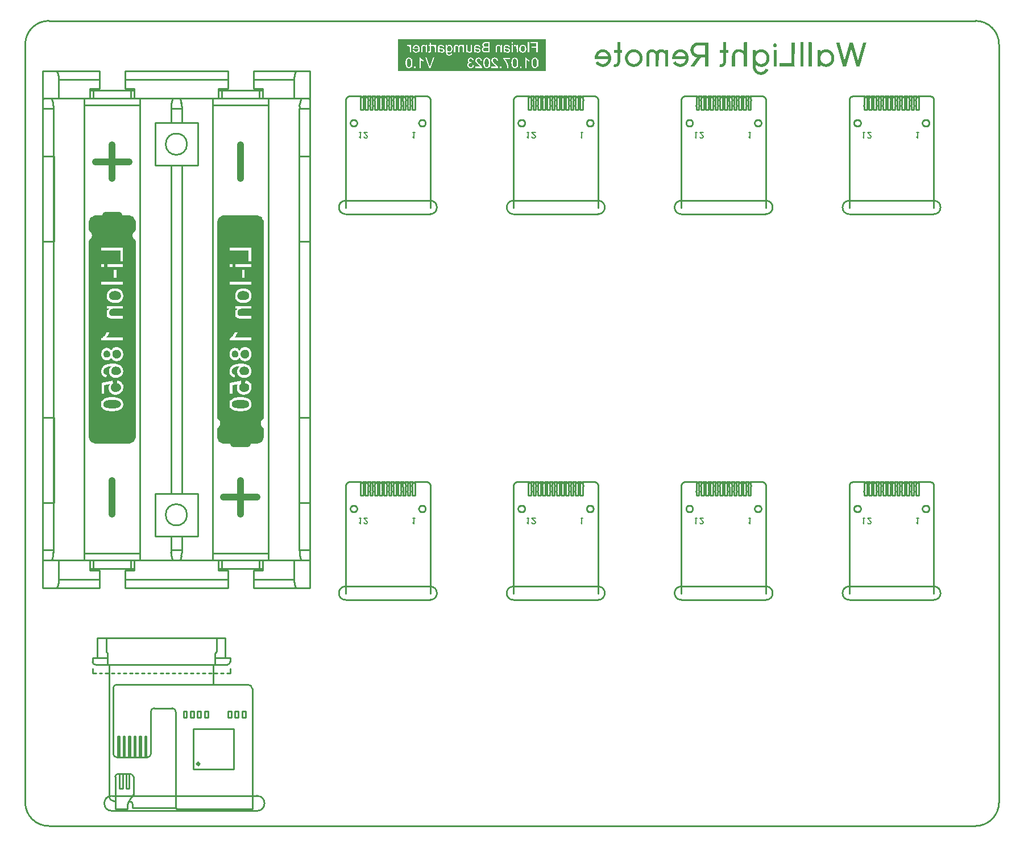
<source format=gbo>
G04*
G04 #@! TF.GenerationSoftware,Altium Limited,Altium Designer,22.2.1 (43)*
G04*
G04 Layer_Color=32896*
%FSLAX44Y44*%
%MOMM*%
G71*
G04*
G04 #@! TF.SameCoordinates,A4FAE18D-661E-41B9-AA1C-1E8D17E7CC58*
G04*
G04*
G04 #@! TF.FilePolarity,Positive*
G04*
G01*
G75*
%ADD12C,0.2540*%
%ADD17C,0.4000*%
%ADD18C,0.1524*%
%ADD145C,1.0000*%
%ADD146R,6.0000X4.0000*%
%ADD147R,5.0000X4.0000*%
%ADD148R,6.0000X1.5000*%
G36*
X134308Y557493D02*
X134202Y557457D01*
X133796Y557404D01*
X133478Y557369D01*
X133125Y557334D01*
X132825Y557245D01*
X132684Y557210D01*
X132348Y557157D01*
X132119Y557069D01*
X131978Y557034D01*
X131748Y556981D01*
X131554Y556892D01*
X131413Y556857D01*
X130954Y556681D01*
X130777Y556610D01*
X130530Y556504D01*
X130141Y556328D01*
X130071Y556292D01*
X130000Y556222D01*
X129771Y556133D01*
X129506Y555974D01*
X129435Y555939D01*
X129082Y555727D01*
X128747Y555498D01*
X128553Y555374D01*
X128111Y555039D01*
X127988Y554950D01*
X127882Y554845D01*
X127811Y554809D01*
X127670Y554668D01*
X127599Y554633D01*
X127423Y554456D01*
X127352Y554421D01*
X126558Y553626D01*
X126522Y553556D01*
X126346Y553379D01*
X126328Y553326D01*
X126257Y553291D01*
X126081Y553079D01*
X125851Y552779D01*
X125816Y552708D01*
X125710Y552602D01*
X125675Y552532D01*
X125569Y552426D01*
X125463Y552249D01*
X125233Y551914D01*
X125110Y551720D01*
X124969Y551472D01*
X124898Y551402D01*
X124827Y551225D01*
X124686Y551013D01*
X124651Y550907D01*
X124580Y550837D01*
X124492Y550607D01*
X124368Y550378D01*
X124298Y550201D01*
X124157Y549883D01*
X124121Y549813D01*
X124015Y549566D01*
X123839Y549107D01*
X123786Y548912D01*
X123733Y548859D01*
X123680Y548630D01*
X123645Y548453D01*
X123574Y548277D01*
X123521Y548118D01*
X123468Y547818D01*
X123433Y547677D01*
X123344Y547447D01*
X123309Y547023D01*
X123238Y546847D01*
X123203Y546706D01*
X123168Y546458D01*
X123115Y545876D01*
X123080Y545593D01*
X123027Y545117D01*
X123062Y543351D01*
X123115Y543298D01*
X123433Y543263D01*
X123539Y543298D01*
X142765Y543280D01*
X142924Y543298D01*
X143100Y543192D01*
X143118Y543139D01*
X143047Y542963D01*
X143012Y542610D01*
X142977Y542468D01*
X142941Y542257D01*
X142871Y542080D01*
X142836Y541939D01*
X142782Y541674D01*
X142694Y541480D01*
X142659Y541338D01*
X142606Y541144D01*
X142553Y541091D01*
X142518Y540950D01*
X142429Y540720D01*
X142341Y540562D01*
X142253Y540332D01*
X142200Y540279D01*
X142112Y540050D01*
X141953Y539785D01*
X141917Y539714D01*
X141741Y539396D01*
X141670Y539326D01*
X141564Y539149D01*
X141052Y538461D01*
X140929Y538337D01*
X140893Y538266D01*
X140275Y537649D01*
X140205Y537613D01*
X140064Y537472D01*
X139993Y537437D01*
X139887Y537331D01*
X139817Y537295D01*
X139711Y537189D01*
X139640Y537154D01*
X139534Y537048D01*
X139357Y536942D01*
X139110Y536801D01*
X139004Y536695D01*
X138863Y536660D01*
X138651Y536519D01*
X138192Y536307D01*
X138122Y536272D01*
X137874Y536166D01*
X137557Y536024D01*
X137327Y535971D01*
X137151Y535901D01*
X136956Y535848D01*
X136621Y535795D01*
X136427Y535742D01*
X136285Y535706D01*
X135826Y535671D01*
X133955Y535706D01*
X133849Y535742D01*
X133708Y535777D01*
X133072Y535883D01*
X132825Y535989D01*
X132578Y536024D01*
X132260Y536166D01*
X132066Y536218D01*
X131907Y536307D01*
X131678Y536395D01*
X131324Y536572D01*
X131166Y536660D01*
X130989Y536766D01*
X130671Y536942D01*
X130601Y537013D01*
X130424Y537119D01*
X130177Y537295D01*
X129735Y537631D01*
X129647Y537719D01*
X129577Y537755D01*
X128782Y538549D01*
X128747Y538620D01*
X128606Y538761D01*
X128570Y538831D01*
X128429Y538973D01*
X128394Y539043D01*
X128288Y539149D01*
X128182Y539326D01*
X128111Y539396D01*
X128005Y539573D01*
X127882Y539732D01*
X127740Y539697D01*
X127688Y539644D01*
X127670Y539591D01*
X127176Y539308D01*
X127105Y539238D01*
X126858Y539096D01*
X126469Y538849D01*
X126399Y538814D01*
X126293Y538708D01*
X126187Y538672D01*
X126116Y538602D01*
X125869Y538461D01*
X125798Y538390D01*
X125551Y538249D01*
X125375Y538143D01*
X125304Y538072D01*
X124810Y537790D01*
X124739Y537719D01*
X124492Y537578D01*
X124368Y537454D01*
X124421Y537331D01*
X124492Y537295D01*
X124615Y537101D01*
X124757Y536854D01*
X124863Y536748D01*
X124898Y536678D01*
X125004Y536572D01*
X125039Y536501D01*
X125198Y536307D01*
X125287Y536183D01*
X125357Y536113D01*
X125392Y536042D01*
X125534Y535901D01*
X125569Y535830D01*
X125851Y535548D01*
X125887Y535477D01*
X126540Y534824D01*
X126593Y534806D01*
X126611Y534788D01*
X126787Y534612D01*
X126858Y534577D01*
X126893Y534506D01*
X126964Y534471D01*
X127105Y534329D01*
X127176Y534294D01*
X127264Y534241D01*
X127281Y534188D01*
X127352Y534153D01*
X127546Y533994D01*
X127758Y533853D01*
X127811Y533800D01*
X127882Y533764D01*
X127952Y533694D01*
X128023Y533658D01*
X128270Y533482D01*
X128553Y533305D01*
X128729Y533200D01*
X128800Y533129D01*
X128941Y533094D01*
X129153Y532952D01*
X129965Y532564D01*
X130036Y532529D01*
X130106Y532458D01*
X130247Y532423D01*
X130601Y532281D01*
X130742Y532246D01*
X131060Y532105D01*
X131342Y532034D01*
X131589Y531928D01*
X131854Y531875D01*
X132260Y531752D01*
X132613Y531716D01*
X132790Y531646D01*
X133214Y531575D01*
X133831Y531522D01*
X134043Y531487D01*
X134326Y531452D01*
X136003Y531434D01*
X136109Y531469D01*
X136533Y531505D01*
X136639Y531540D01*
X137380Y531610D01*
X137486Y531646D01*
X137733Y531716D01*
X137980Y531752D01*
X138174Y531805D01*
X138404Y531893D01*
X138651Y531928D01*
X138969Y532070D01*
X139199Y532123D01*
X139357Y532211D01*
X139499Y532246D01*
X139675Y532317D01*
X139746Y532387D01*
X139940Y532440D01*
X140169Y532564D01*
X140399Y532652D01*
X140452Y532705D01*
X140629Y532776D01*
X140699Y532811D01*
X140911Y532952D01*
X141017Y532988D01*
X141088Y533058D01*
X141582Y533341D01*
X141653Y533411D01*
X141829Y533517D01*
X141900Y533588D01*
X142076Y533694D01*
X142518Y534029D01*
X142606Y534118D01*
X142676Y534153D01*
X142818Y534294D01*
X142888Y534329D01*
X143030Y534471D01*
X143100Y534506D01*
X143418Y534824D01*
X143489Y534859D01*
X143577Y534983D01*
X144001Y535406D01*
X144036Y535477D01*
X144213Y535654D01*
X144248Y535724D01*
X144389Y535865D01*
X144424Y535936D01*
X144566Y536077D01*
X144601Y536148D01*
X144707Y536254D01*
X144813Y536430D01*
X144883Y536501D01*
X144989Y536678D01*
X145060Y536748D01*
X145166Y536925D01*
X145413Y537313D01*
X145448Y537384D01*
X145660Y537737D01*
X145837Y538055D01*
X145907Y538231D01*
X145943Y538302D01*
X146013Y538372D01*
X146102Y538602D01*
X146225Y538831D01*
X146260Y538973D01*
X146437Y539361D01*
X146472Y539467D01*
X146578Y539714D01*
X146631Y539908D01*
X146755Y540209D01*
X146790Y540420D01*
X146896Y540667D01*
X146931Y540915D01*
X147055Y541250D01*
X147161Y541886D01*
X147232Y542168D01*
X147302Y542945D01*
X147355Y543422D01*
X147390Y543669D01*
X147426Y544905D01*
X147390Y545011D01*
X147355Y545717D01*
X147320Y545823D01*
X147267Y546335D01*
X147232Y546723D01*
X147196Y546864D01*
X147108Y547165D01*
X147073Y547518D01*
X147002Y547694D01*
X146931Y547977D01*
X146878Y548242D01*
X146808Y548418D01*
X146755Y548612D01*
X146702Y548842D01*
X146614Y549036D01*
X146578Y549177D01*
X146490Y549407D01*
X146437Y549460D01*
X146384Y549689D01*
X146260Y549919D01*
X146208Y550113D01*
X146084Y550342D01*
X145660Y551155D01*
X145484Y551472D01*
X145413Y551543D01*
X145272Y551790D01*
X144919Y552320D01*
X144760Y552514D01*
X144619Y552726D01*
X144566Y552779D01*
X144530Y552849D01*
X144389Y552991D01*
X144354Y553061D01*
X144248Y553167D01*
X144213Y553238D01*
X144036Y553414D01*
X144001Y553485D01*
X143683Y553803D01*
X143648Y553873D01*
X143242Y554280D01*
X143171Y554315D01*
X142853Y554633D01*
X142782Y554668D01*
X142641Y554809D01*
X142571Y554845D01*
X142429Y554986D01*
X142359Y555021D01*
X142253Y555127D01*
X142076Y555233D01*
X142006Y555303D01*
X141829Y555409D01*
X141758Y555480D01*
X141582Y555586D01*
X141335Y555727D01*
X141264Y555798D01*
X141017Y555939D01*
X140699Y556116D01*
X140169Y556363D01*
X140099Y556398D01*
X139922Y556504D01*
X139728Y556557D01*
X139675Y556610D01*
X139499Y556681D01*
X139305Y556734D01*
X139251Y556786D01*
X139004Y556857D01*
X138863Y556892D01*
X138616Y556998D01*
X138475Y557034D01*
X138263Y557069D01*
X138016Y557175D01*
X137680Y557228D01*
X137539Y557263D01*
X137345Y557316D01*
X137204Y557351D01*
X136621Y557404D01*
X136409Y557440D01*
X135932Y557493D01*
X135473Y557528D01*
X134308Y557493D01*
D02*
G37*
G36*
X156712Y550978D02*
X156677Y539608D01*
X156642Y539502D01*
X156589Y539096D01*
X156553Y538743D01*
X156518Y538461D01*
X156483Y538319D01*
X156430Y538161D01*
X156394Y538019D01*
X156341Y537755D01*
X156253Y537560D01*
X156183Y537278D01*
X156112Y537207D01*
X156006Y536925D01*
X155935Y536854D01*
X155759Y536536D01*
X155600Y536342D01*
X155512Y536254D01*
X155494Y536201D01*
X155423Y536166D01*
X155247Y535989D01*
X155176Y535954D01*
X155000Y535848D01*
X154611Y535671D01*
X154276Y535618D01*
X154064Y535583D01*
X153022Y535565D01*
X152916Y535601D01*
X152775Y535636D01*
X152528Y535671D01*
X152140Y535777D01*
X152016Y535689D01*
X151963Y535459D01*
X151804Y535089D01*
X151751Y534894D01*
X151698Y534841D01*
X151628Y534594D01*
X151486Y534277D01*
X151433Y534082D01*
X151345Y533923D01*
X151310Y533782D01*
X151239Y533606D01*
X151133Y533358D01*
X151098Y533217D01*
X150957Y532899D01*
X150921Y532758D01*
X150815Y532582D01*
X150763Y532352D01*
X150639Y532123D01*
X150604Y532017D01*
X150727Y531858D01*
X150904Y531787D01*
X151045Y531752D01*
X151274Y531699D01*
X151469Y531610D01*
X151610Y531575D01*
X151963Y531540D01*
X152140Y531469D01*
X152475Y531416D01*
X153216Y531381D01*
X154011Y531363D01*
X154117Y531399D01*
X154929Y531434D01*
X155035Y531469D01*
X155317Y531540D01*
X155565Y531575D01*
X155777Y531610D01*
X156024Y531716D01*
X156165Y531752D01*
X156553Y531928D01*
X156695Y531964D01*
X156800Y532070D01*
X156942Y532105D01*
X157154Y532246D01*
X157330Y532352D01*
X157577Y532493D01*
X157683Y532599D01*
X157754Y532635D01*
X157860Y532741D01*
X157930Y532776D01*
X158125Y532935D01*
X158178Y532988D01*
X158231Y533005D01*
X158266Y533076D01*
X158389Y533164D01*
X158619Y533394D01*
X158654Y533464D01*
X158725Y533500D01*
X158760Y533570D01*
X158901Y533712D01*
X158937Y533782D01*
X159096Y533976D01*
X159184Y534100D01*
X159255Y534170D01*
X159537Y534665D01*
X159608Y534735D01*
X159643Y534877D01*
X159784Y535089D01*
X159819Y535230D01*
X159925Y535406D01*
X160049Y535742D01*
X160102Y535795D01*
X160137Y535936D01*
X160190Y536130D01*
X160278Y536324D01*
X160314Y536466D01*
X160367Y536695D01*
X160455Y536889D01*
X160508Y537225D01*
X160543Y537366D01*
X160632Y537666D01*
X160720Y538319D01*
X160791Y538672D01*
X160844Y539714D01*
X160879Y539855D01*
X160914Y540950D01*
X160949Y552390D01*
X161108Y552443D01*
X163915Y552426D01*
X164021Y552496D01*
X164039Y556539D01*
X163986Y556663D01*
X160985Y556698D01*
X160914Y556769D01*
X160879Y567997D01*
X156924Y568033D01*
X156871Y568050D01*
X156712Y567962D01*
X156730Y556786D01*
X156659Y556681D01*
X151681Y556645D01*
X151628Y556592D01*
X151663Y552461D01*
X151804Y552426D01*
X151822Y552408D01*
X151928Y552443D01*
X156659Y552408D01*
X156712Y552355D01*
Y551013D01*
Y550978D01*
D02*
G37*
G36*
X180246Y557493D02*
X180140Y557457D01*
X179664Y557404D01*
X178958Y557334D01*
X178763Y557281D01*
X178481Y557210D01*
X178110Y557157D01*
X177934Y557087D01*
X177739Y557034D01*
X177474Y556981D01*
X177280Y556892D01*
X177139Y556857D01*
X176945Y556804D01*
X176751Y556716D01*
X176609Y556681D01*
X176221Y556504D01*
X176080Y556469D01*
X175903Y556363D01*
X175674Y556274D01*
X175621Y556222D01*
X175338Y556116D01*
X175268Y556045D01*
X175038Y555957D01*
X174985Y555904D01*
X174914Y555868D01*
X174667Y555727D01*
X174349Y555551D01*
X173961Y555303D01*
X173890Y555268D01*
X173785Y555162D01*
X173608Y555056D01*
X173537Y554986D01*
X173361Y554880D01*
X173290Y554809D01*
X173220Y554774D01*
X173114Y554668D01*
X173043Y554633D01*
X172955Y554580D01*
X172937Y554527D01*
X172866Y554491D01*
X172796Y554421D01*
X172725Y554385D01*
X172584Y554244D01*
X172531Y554226D01*
X172513Y554174D01*
X172443Y554138D01*
X172090Y553785D01*
X172019Y553750D01*
X171966Y553697D01*
X171948Y553644D01*
X171878Y553609D01*
X171825Y553556D01*
X171789Y553485D01*
X171737Y553432D01*
X171684Y553414D01*
X171648Y553344D01*
X171331Y553026D01*
X171295Y552955D01*
X171154Y552814D01*
X171119Y552743D01*
X170977Y552602D01*
X170942Y552532D01*
X170836Y552426D01*
X170801Y552355D01*
X170642Y552161D01*
X170518Y551967D01*
X170359Y551772D01*
X169830Y550925D01*
X169724Y550713D01*
X169600Y550484D01*
X169247Y549742D01*
X169212Y549672D01*
X169106Y549495D01*
X169053Y549301D01*
X168965Y549142D01*
X168930Y549001D01*
X168788Y548648D01*
X168753Y548506D01*
X168665Y548277D01*
X168612Y548118D01*
X168523Y547747D01*
X168435Y547518D01*
X168400Y547165D01*
X168365Y547059D01*
X168294Y546811D01*
X168258Y546564D01*
X168206Y546052D01*
X168170Y545876D01*
X168117Y545399D01*
X168082Y545046D01*
X168117Y543316D01*
X168153Y543210D01*
X168206Y542874D01*
X168241Y542557D01*
X168276Y542168D01*
X168347Y541886D01*
X168400Y541692D01*
X168470Y541232D01*
X168576Y540985D01*
X168629Y540685D01*
X168718Y540491D01*
X168753Y540350D01*
X168859Y540067D01*
X168930Y539891D01*
X168982Y539697D01*
X169035Y539644D01*
X169177Y539255D01*
X169742Y538161D01*
X170024Y537666D01*
X170165Y537454D01*
X170201Y537384D01*
X170271Y537313D01*
X170359Y537119D01*
X170413Y537101D01*
X170554Y536854D01*
X170624Y536783D01*
X170660Y536713D01*
X170765Y536607D01*
X170801Y536536D01*
X170960Y536342D01*
X171048Y536218D01*
X171119Y536148D01*
X171154Y536077D01*
X171331Y535901D01*
X171366Y535830D01*
X171825Y535371D01*
X171860Y535300D01*
X171966Y535230D01*
X172001Y535159D01*
X172125Y535071D01*
X172549Y534647D01*
X172619Y534612D01*
X172761Y534471D01*
X172831Y534435D01*
X172973Y534294D01*
X173043Y534259D01*
X173114Y534188D01*
X173184Y534153D01*
X173379Y533994D01*
X173431Y533941D01*
X173502Y533906D01*
X173714Y533764D01*
X173785Y533729D01*
X173890Y533623D01*
X174067Y533517D01*
X174314Y533376D01*
X174385Y533305D01*
X174561Y533235D01*
X174632Y533164D01*
X175303Y532811D01*
X175479Y532741D01*
X175550Y532705D01*
X175868Y532564D01*
X175938Y532529D01*
X176186Y532423D01*
X176362Y532352D01*
X176609Y532246D01*
X176803Y532193D01*
X176856Y532140D01*
X176998Y532105D01*
X177227Y532052D01*
X177421Y531964D01*
X177563Y531928D01*
X177827Y531875D01*
X178004Y531805D01*
X178198Y531752D01*
X178604Y531699D01*
X178799Y531646D01*
X179081Y531575D01*
X179752Y531540D01*
X179858Y531505D01*
X180564Y531434D01*
X182400Y531469D01*
X182506Y531505D01*
X182948Y531558D01*
X183407Y531593D01*
X183583Y531628D01*
X183777Y531681D01*
X183918Y531716D01*
X184272Y531752D01*
X184501Y531840D01*
X184695Y531893D01*
X185066Y531981D01*
X185260Y532070D01*
X185525Y532123D01*
X185825Y532246D01*
X186055Y532334D01*
X186249Y532423D01*
X186425Y532458D01*
X186531Y532564D01*
X186726Y532617D01*
X187220Y532864D01*
X187414Y532952D01*
X187485Y532988D01*
X187555Y533058D01*
X187785Y533147D01*
X187873Y533235D01*
X188050Y533305D01*
X188297Y533482D01*
X188368Y533517D01*
X188615Y533658D01*
X188721Y533764D01*
X188791Y533800D01*
X189038Y533976D01*
X189109Y534012D01*
X189215Y534118D01*
X189286Y534153D01*
X189427Y534294D01*
X189498Y534329D01*
X189692Y534488D01*
X189815Y534612D01*
X189886Y534647D01*
X190062Y534824D01*
X190133Y534859D01*
X190204Y534965D01*
X190274Y535000D01*
X190822Y535548D01*
X190857Y535618D01*
X190963Y535689D01*
X190998Y535760D01*
X191175Y535936D01*
X191210Y536007D01*
X191351Y536148D01*
X191387Y536218D01*
X191493Y536324D01*
X191528Y536395D01*
X191669Y536536D01*
X191704Y536607D01*
X191810Y536713D01*
X191916Y536889D01*
X192163Y537243D01*
X192199Y537313D01*
X192340Y537525D01*
X192375Y537596D01*
X192481Y537701D01*
X192569Y537931D01*
X192658Y538019D01*
X192728Y538196D01*
X192799Y538266D01*
X192887Y538496D01*
X193011Y538726D01*
X193223Y539184D01*
X193258Y539255D01*
X193364Y539502D01*
X193505Y539820D01*
X193540Y539961D01*
X193682Y540279D01*
X193735Y540509D01*
X193805Y540685D01*
X193858Y540844D01*
X193911Y541109D01*
X193982Y541286D01*
X194017Y541427D01*
X194088Y541850D01*
X194194Y542274D01*
X194229Y542733D01*
X194264Y543016D01*
X194300Y543228D01*
X194335Y543581D01*
X194352Y545328D01*
X194317Y545434D01*
X194264Y545911D01*
X194229Y546194D01*
X194194Y546617D01*
X194158Y546794D01*
X194105Y546988D01*
X194070Y547129D01*
X194035Y547376D01*
X194000Y547588D01*
X193894Y547836D01*
X193858Y548083D01*
X193770Y548312D01*
X193717Y548471D01*
X193682Y548612D01*
X193540Y548930D01*
X193487Y549124D01*
X193452Y549195D01*
X193435Y549212D01*
X193364Y549389D01*
X193311Y549583D01*
X193223Y549672D01*
X193170Y549866D01*
X193011Y550131D01*
X192976Y550272D01*
X192905Y550342D01*
X192817Y550572D01*
X192728Y550696D01*
X192587Y550943D01*
X192411Y551260D01*
X192340Y551331D01*
X192234Y551508D01*
X192093Y551755D01*
X192022Y551825D01*
X191987Y551896D01*
X191563Y552461D01*
X191493Y552532D01*
X191457Y552602D01*
X191316Y552743D01*
X191281Y552814D01*
X191139Y552955D01*
X191104Y553026D01*
X190963Y553167D01*
X190928Y553238D01*
X190204Y553962D01*
X190133Y553997D01*
X190062Y554103D01*
X189992Y554138D01*
X189851Y554280D01*
X189780Y554315D01*
X189639Y554456D01*
X189568Y554491D01*
X189427Y554633D01*
X189356Y554668D01*
X189215Y554809D01*
X189038Y554915D01*
X188968Y554986D01*
X188791Y555092D01*
X188721Y555162D01*
X188544Y555268D01*
X188156Y555515D01*
X188085Y555551D01*
X188015Y555621D01*
X187485Y555904D01*
X187414Y555974D01*
X187273Y556010D01*
X187096Y556116D01*
X186920Y556186D01*
X186849Y556222D01*
X186673Y556328D01*
X186531Y556363D01*
X186320Y556504D01*
X186108Y556539D01*
X185790Y556681D01*
X185437Y556822D01*
X185296Y556857D01*
X185066Y556945D01*
X184872Y556998D01*
X184731Y557034D01*
X184519Y557069D01*
X184272Y557175D01*
X183866Y557228D01*
X183724Y557263D01*
X183530Y557316D01*
X183389Y557351D01*
X182736Y557404D01*
X182524Y557440D01*
X182206Y557475D01*
X181164Y557528D01*
X180246Y557493D01*
D02*
G37*
G36*
X204663Y551190D02*
X204946Y551684D01*
X205051Y551790D01*
X205087Y551861D01*
X205193Y551967D01*
X205228Y552037D01*
X205634Y552443D01*
X205705Y552479D01*
X205811Y552585D01*
X206340Y552867D01*
X206517Y552938D01*
X206658Y552973D01*
X206905Y553079D01*
X207152Y553114D01*
X207382Y553167D01*
X207523Y553203D01*
X207806Y553238D01*
X208441Y553273D01*
X209483Y553291D01*
X209589Y553256D01*
X210048Y553220D01*
X210224Y553150D01*
X210366Y553114D01*
X210630Y553061D01*
X210931Y552938D01*
X211107Y552867D01*
X211178Y552797D01*
X211372Y552743D01*
X211460Y552655D01*
X211778Y552479D01*
X211972Y552320D01*
X212025Y552267D01*
X212184Y552179D01*
X212202Y552126D01*
X212272Y552090D01*
X212820Y551543D01*
X212855Y551472D01*
X212996Y551331D01*
X213032Y551260D01*
X213102Y551190D01*
X213137Y551119D01*
X213349Y550766D01*
X213667Y550095D01*
X213702Y549883D01*
X213808Y549636D01*
X213844Y549389D01*
X213897Y548983D01*
X213932Y548630D01*
X213967Y532317D01*
X214073Y532281D01*
X214214Y532246D01*
X214356Y532281D01*
X217904Y532264D01*
X217992Y532281D01*
X218099Y532246D01*
X218257Y532334D01*
X218293Y549742D01*
X218328Y549848D01*
X218381Y550078D01*
X218434Y550272D01*
X218487Y550572D01*
X218610Y550872D01*
X218646Y551013D01*
X218716Y551084D01*
X218805Y551314D01*
X218893Y551437D01*
X219034Y551684D01*
X219105Y551755D01*
X219193Y551914D01*
X219246Y551931D01*
X219281Y552002D01*
X219458Y552179D01*
X219493Y552249D01*
X219705Y552426D01*
X219829Y552514D01*
X219899Y552585D01*
X220146Y552726D01*
X220606Y552938D01*
X220835Y553026D01*
X220994Y553079D01*
X221241Y553114D01*
X221471Y553167D01*
X221612Y553203D01*
X221894Y553238D01*
X222530Y553273D01*
X223571Y553291D01*
X223677Y553256D01*
X224137Y553220D01*
X224313Y553150D01*
X224454Y553114D01*
X224719Y553061D01*
X224878Y552973D01*
X225019Y552938D01*
X225549Y552655D01*
X225796Y552514D01*
X225867Y552443D01*
X226043Y552337D01*
X226114Y552267D01*
X226184Y552231D01*
X226467Y551949D01*
X226537Y551914D01*
X226590Y551861D01*
X226626Y551790D01*
X226696Y551755D01*
X226732Y551684D01*
X226908Y551508D01*
X226944Y551437D01*
X227050Y551331D01*
X227085Y551260D01*
X227261Y551013D01*
X227297Y550907D01*
X227403Y550802D01*
X227438Y550660D01*
X227579Y550448D01*
X227614Y550237D01*
X227685Y550166D01*
X227756Y549883D01*
X227809Y549689D01*
X227897Y549460D01*
X227950Y548700D01*
X227985Y532317D01*
X228091Y532281D01*
X228338Y532246D01*
X228444Y532281D01*
X232240Y532264D01*
X232346Y532334D01*
X232311Y556451D01*
X232258Y556504D01*
X228020Y556469D01*
X227968Y556416D01*
X227950Y554774D01*
X227809Y554809D01*
X227756Y554862D01*
X227650Y555039D01*
X227579Y555109D01*
X227544Y555180D01*
X226891Y555833D01*
X226820Y555868D01*
X226679Y556010D01*
X226608Y556045D01*
X226467Y556186D01*
X226396Y556222D01*
X226326Y556292D01*
X226078Y556433D01*
X226008Y556504D01*
X225831Y556610D01*
X225584Y556751D01*
X225513Y556822D01*
X225372Y556857D01*
X225160Y556998D01*
X224931Y557087D01*
X224878Y557140D01*
X224596Y557210D01*
X224366Y557299D01*
X224172Y557351D01*
X223872Y557404D01*
X223730Y557440D01*
X223536Y557493D01*
X223183Y557528D01*
X221100Y557493D01*
X220994Y557457D01*
X220694Y557404D01*
X220217Y557351D01*
X220076Y557316D01*
X219899Y557245D01*
X219758Y557210D01*
X219529Y557157D01*
X219352Y557087D01*
X219193Y557034D01*
X218999Y556981D01*
X218840Y556892D01*
X218699Y556857D01*
X217922Y556504D01*
X217463Y556257D01*
X217392Y556186D01*
X217251Y556151D01*
X217110Y556010D01*
X217039Y555974D01*
X216721Y555727D01*
X216509Y555515D01*
X216439Y555480D01*
X216386Y555427D01*
X216351Y555356D01*
X216209Y555251D01*
X216174Y555180D01*
X215892Y554897D01*
X215856Y554827D01*
X215750Y554721D01*
X215644Y554544D01*
X215539Y554438D01*
X215485Y554315D01*
X215433Y554297D01*
X215203Y553856D01*
X215115Y553838D01*
X215009Y553944D01*
X214974Y554015D01*
X214903Y554085D01*
X214797Y554262D01*
X214726Y554333D01*
X214691Y554403D01*
X214550Y554544D01*
X214515Y554615D01*
X214197Y554933D01*
X214161Y555003D01*
X213967Y555197D01*
X213914Y555215D01*
X213879Y555286D01*
X213667Y555462D01*
X213473Y555657D01*
X213402Y555692D01*
X213261Y555833D01*
X213190Y555868D01*
X213085Y555974D01*
X212908Y556080D01*
X212837Y556151D01*
X212661Y556257D01*
X212414Y556398D01*
X212343Y556469D01*
X212113Y556557D01*
X212025Y556645D01*
X211796Y556734D01*
X211566Y556857D01*
X211425Y556892D01*
X211319Y556998D01*
X211089Y557051D01*
X210789Y557175D01*
X210648Y557210D01*
X210401Y557316D01*
X210260Y557351D01*
X209924Y557404D01*
X209783Y557440D01*
X209606Y557475D01*
X209324Y557510D01*
X207152Y557528D01*
X207046Y557493D01*
X206746Y557440D01*
X206570Y557404D01*
X206093Y557351D01*
X205864Y557263D01*
X205669Y557210D01*
X205369Y557157D01*
X205316Y557104D01*
X205069Y557034D01*
X204928Y556998D01*
X204857Y556963D01*
X204610Y556857D01*
X203727Y556398D01*
X203480Y556257D01*
X203410Y556186D01*
X203233Y556080D01*
X202739Y555727D01*
X202668Y555657D01*
X202597Y555621D01*
X202491Y555515D01*
X202421Y555480D01*
X201980Y555039D01*
X201944Y554968D01*
X201803Y554827D01*
X201768Y554756D01*
X201662Y554650D01*
X201626Y554580D01*
X201521Y554474D01*
X201379Y554226D01*
X201132Y553838D01*
X201097Y553732D01*
X200991Y553626D01*
X200938Y553432D01*
X200814Y553203D01*
X200744Y553026D01*
X200638Y552779D01*
X200550Y552549D01*
X200461Y552355D01*
X200408Y552090D01*
X200285Y551790D01*
X200232Y551525D01*
X200143Y551296D01*
X200108Y550943D01*
X200073Y550802D01*
X200020Y550537D01*
X199984Y550395D01*
X199949Y550078D01*
X199914Y549477D01*
X199879Y548806D01*
X199843Y532493D01*
X199826Y532370D01*
X199914Y532281D01*
X200196Y532246D01*
X200302Y532281D01*
X203957Y532264D01*
X204098Y532299D01*
X204169Y532370D01*
X204151Y532599D01*
X204186Y549018D01*
X204222Y549689D01*
X204292Y550078D01*
X204381Y550378D01*
X204416Y550625D01*
X204557Y550943D01*
X204592Y551049D01*
X204663Y551155D01*
Y551190D01*
D02*
G37*
G36*
X249983Y557493D02*
X249436Y557440D01*
X249224Y557404D01*
X248906Y557369D01*
X248553Y557334D01*
X248359Y557281D01*
X248112Y557210D01*
X247776Y557157D01*
X247600Y557087D01*
X247406Y557034D01*
X247176Y556981D01*
X246982Y556892D01*
X246700Y556822D01*
X246382Y556681D01*
X246240Y556645D01*
X246170Y556575D01*
X245834Y556451D01*
X245781Y556398D01*
X245499Y556292D01*
X245322Y556186D01*
X244793Y555904D01*
X244722Y555833D01*
X244581Y555798D01*
X244475Y555692D01*
X244228Y555551D01*
X243733Y555197D01*
X243539Y555039D01*
X243327Y554897D01*
X243204Y554774D01*
X243133Y554739D01*
X242886Y554491D01*
X242815Y554456D01*
X241950Y553591D01*
X241915Y553520D01*
X241668Y553273D01*
X241632Y553203D01*
X241456Y553026D01*
X241421Y552955D01*
X241315Y552849D01*
X241279Y552779D01*
X241209Y552708D01*
X241173Y552638D01*
X241015Y552443D01*
X240873Y552231D01*
X240820Y552179D01*
X240714Y552002D01*
X240573Y551790D01*
X240538Y551720D01*
X240397Y551472D01*
X240291Y551366D01*
X240255Y551225D01*
X240185Y551155D01*
X240149Y551084D01*
X239832Y550484D01*
X239761Y550307D01*
X239585Y549919D01*
X239549Y549813D01*
X239479Y549742D01*
X239443Y549601D01*
X239390Y549407D01*
X239337Y549354D01*
X239267Y549107D01*
X239179Y548877D01*
X239125Y548718D01*
X239090Y548577D01*
X239037Y548383D01*
X238949Y548153D01*
X238914Y547906D01*
X238861Y547712D01*
X238790Y547535D01*
X238755Y547253D01*
X238719Y547041D01*
X238631Y546741D01*
X238596Y546600D01*
X238561Y545964D01*
X238525Y545858D01*
X238472Y545417D01*
X238437Y544817D01*
X238419Y543634D01*
X238455Y543528D01*
X238490Y543351D01*
X238543Y543298D01*
X238843Y543280D01*
X257999Y543298D01*
X258104Y543263D01*
X258316Y543298D01*
X258422Y543263D01*
X258493Y543228D01*
X258546Y543139D01*
X258475Y542963D01*
X258440Y542715D01*
X258405Y542574D01*
X258369Y542257D01*
X258263Y542009D01*
X258228Y541727D01*
X258087Y541409D01*
X258052Y541197D01*
X257946Y541021D01*
X257893Y540826D01*
X257734Y540456D01*
X257451Y539926D01*
X257169Y539432D01*
X257063Y539255D01*
X257028Y539184D01*
X256922Y539079D01*
X256816Y538902D01*
X256745Y538831D01*
X256710Y538761D01*
X256604Y538655D01*
X256569Y538584D01*
X256410Y538390D01*
X256251Y538231D01*
X256215Y538161D01*
X255739Y537684D01*
X255668Y537649D01*
X255492Y537472D01*
X255421Y537437D01*
X255315Y537331D01*
X255244Y537295D01*
X255138Y537189D01*
X255068Y537154D01*
X254962Y537048D01*
X254715Y536907D01*
X254326Y536660D01*
X254150Y536554D01*
X253620Y536307D01*
X253550Y536272D01*
X253302Y536166D01*
X252949Y536024D01*
X252667Y535954D01*
X252420Y535848D01*
X252067Y535812D01*
X251961Y535777D01*
X251714Y535706D01*
X251254Y535671D01*
X249348Y535706D01*
X249171Y535777D01*
X248871Y535830D01*
X248589Y535865D01*
X248447Y535901D01*
X248253Y535989D01*
X247953Y536042D01*
X247653Y536166D01*
X247423Y536254D01*
X247229Y536342D01*
X247053Y536413D01*
X246664Y536625D01*
X246346Y536801D01*
X246099Y536942D01*
X246029Y537013D01*
X245852Y537119D01*
X245358Y537472D01*
X245287Y537543D01*
X245217Y537578D01*
X245110Y537684D01*
X245040Y537719D01*
X244722Y538037D01*
X244652Y538072D01*
X244563Y538161D01*
X244528Y538231D01*
X244175Y538584D01*
X244139Y538655D01*
X243998Y538796D01*
X243963Y538867D01*
X243857Y538973D01*
X243822Y539043D01*
X243680Y539184D01*
X243575Y539361D01*
X243345Y539697D01*
X243239Y539732D01*
X243169Y539697D01*
X243027Y539555D01*
X242639Y539343D01*
X242533Y539238D01*
X242286Y539096D01*
X241897Y538849D01*
X241827Y538814D01*
X241756Y538743D01*
X241509Y538602D01*
X241262Y538425D01*
X241015Y538284D01*
X240679Y538055D01*
X240397Y537878D01*
X240202Y537755D01*
X239955Y537613D01*
X239885Y537543D01*
X239814Y537507D01*
X239796Y537384D01*
X239973Y537207D01*
X240079Y537031D01*
X240255Y536783D01*
X240414Y536589D01*
X240538Y536395D01*
X240609Y536324D01*
X240644Y536254D01*
X240697Y536166D01*
X240750Y536148D01*
X240785Y536077D01*
X240962Y535901D01*
X240997Y535830D01*
X241173Y535654D01*
X241209Y535583D01*
X242003Y534788D01*
X242074Y534753D01*
X242356Y534471D01*
X242427Y534435D01*
X242568Y534294D01*
X242639Y534259D01*
X242745Y534153D01*
X242815Y534118D01*
X243133Y533870D01*
X243486Y533623D01*
X243557Y533588D01*
X243627Y533517D01*
X243698Y533482D01*
X244051Y533270D01*
X244122Y533235D01*
X244228Y533129D01*
X244457Y533041D01*
X244546Y532952D01*
X244775Y532864D01*
X244828Y532811D01*
X245005Y532741D01*
X245075Y532705D01*
X245146Y532635D01*
X245287Y532599D01*
X245464Y532529D01*
X245534Y532458D01*
X245676Y532423D01*
X245993Y532281D01*
X246134Y532246D01*
X246311Y532175D01*
X246558Y532070D01*
X246770Y532034D01*
X247017Y531928D01*
X247282Y531875D01*
X247688Y531752D01*
X248041Y531716D01*
X248218Y531646D01*
X248641Y531575D01*
X249259Y531522D01*
X249471Y531487D01*
X249754Y531452D01*
X251431Y531434D01*
X251537Y531469D01*
X251961Y531505D01*
X252067Y531540D01*
X252808Y531610D01*
X252914Y531646D01*
X253161Y531716D01*
X253302Y531752D01*
X253585Y531787D01*
X253832Y531893D01*
X254203Y531981D01*
X254256Y532034D01*
X254485Y532087D01*
X254627Y532123D01*
X254856Y532246D01*
X254980Y532264D01*
X254997Y532281D01*
X255315Y532423D01*
X255774Y532635D01*
X255845Y532670D01*
X255915Y532741D01*
X256057Y532776D01*
X256268Y532917D01*
X257010Y533341D01*
X257081Y533411D01*
X257257Y533517D01*
X257328Y533588D01*
X257504Y533694D01*
X257575Y533764D01*
X257752Y533870D01*
X257822Y533941D01*
X257893Y533976D01*
X258034Y534118D01*
X258104Y534153D01*
X258246Y534294D01*
X258316Y534329D01*
X258493Y534506D01*
X258564Y534541D01*
X259393Y535371D01*
X259429Y535442D01*
X259605Y535618D01*
X259641Y535689D01*
X259782Y535830D01*
X259817Y535901D01*
X259958Y536042D01*
X259994Y536113D01*
X260100Y536218D01*
X260135Y536289D01*
X260311Y536536D01*
X260347Y536607D01*
X260453Y536713D01*
X260559Y536889D01*
X260788Y537225D01*
X260841Y537348D01*
X260982Y537560D01*
X261088Y537737D01*
X261265Y538055D01*
X261335Y538231D01*
X261371Y538302D01*
X261477Y538478D01*
X261547Y538655D01*
X261688Y538973D01*
X261724Y539043D01*
X261830Y539291D01*
X261918Y539520D01*
X261971Y539573D01*
X262042Y539891D01*
X262148Y540138D01*
X262183Y540279D01*
X262236Y540473D01*
X262324Y540667D01*
X262377Y540968D01*
X262412Y541109D01*
X262501Y541338D01*
X262536Y541762D01*
X262571Y541868D01*
X262677Y542292D01*
X262730Y542980D01*
X262783Y543457D01*
X262818Y543916D01*
X262854Y544799D01*
X262818Y544905D01*
X262783Y545681D01*
X262748Y545788D01*
X262695Y546264D01*
X262659Y546688D01*
X262624Y546829D01*
X262536Y547129D01*
X262501Y547482D01*
X262412Y547712D01*
X262377Y547853D01*
X262342Y548065D01*
X262306Y548242D01*
X262218Y548436D01*
X262183Y548577D01*
X262130Y548806D01*
X262042Y549001D01*
X261971Y549283D01*
X261830Y549601D01*
X261794Y549742D01*
X261724Y549813D01*
X261600Y550148D01*
X261512Y550307D01*
X261424Y550537D01*
X261371Y550590D01*
X261300Y550766D01*
X261265Y550837D01*
X261194Y550907D01*
X261106Y551137D01*
X261018Y551225D01*
X260947Y551402D01*
X260806Y551614D01*
X260770Y551684D01*
X260629Y551896D01*
X260594Y551967D01*
X260488Y552073D01*
X260382Y552249D01*
X260205Y552496D01*
X260135Y552567D01*
X260029Y552743D01*
X259958Y552814D01*
X259923Y552885D01*
X259817Y552991D01*
X259782Y553061D01*
X259641Y553203D01*
X259605Y553273D01*
X259429Y553450D01*
X259393Y553520D01*
X259076Y553838D01*
X259040Y553909D01*
X258934Y553979D01*
X258899Y554050D01*
X258846Y554103D01*
X258775Y554138D01*
X258422Y554491D01*
X258352Y554527D01*
X258069Y554809D01*
X257999Y554845D01*
X257857Y554986D01*
X257787Y555021D01*
X257716Y555092D01*
X257645Y555127D01*
X257451Y555286D01*
X257257Y555409D01*
X257187Y555480D01*
X257010Y555586D01*
X256763Y555727D01*
X256692Y555798D01*
X256445Y555939D01*
X256127Y556116D01*
X255951Y556186D01*
X255880Y556222D01*
X255704Y556328D01*
X255527Y556398D01*
X255209Y556539D01*
X255138Y556575D01*
X254891Y556681D01*
X254662Y556769D01*
X254468Y556857D01*
X254256Y556892D01*
X254185Y556963D01*
X253991Y557016D01*
X253779Y557051D01*
X253603Y557122D01*
X253408Y557175D01*
X253161Y557210D01*
X252773Y557316D01*
X252631Y557351D01*
X252049Y557404D01*
X251837Y557440D01*
X251555Y557475D01*
X251201Y557510D01*
X250089Y557528D01*
X249983Y557493D01*
D02*
G37*
G36*
X275936Y567839D02*
X275830Y567803D01*
X275477Y567768D01*
X275371Y567733D01*
X274788Y567680D01*
X274506Y567609D01*
X274312Y567556D01*
X273976Y567503D01*
X273800Y567432D01*
X273641Y567379D01*
X273376Y567327D01*
X273076Y567203D01*
X272935Y567168D01*
X272617Y567026D01*
X272476Y566991D01*
X272299Y566885D01*
X272070Y566797D01*
X272017Y566744D01*
X271840Y566673D01*
X271310Y566391D01*
X270816Y566108D01*
X270746Y566038D01*
X270498Y565896D01*
X270428Y565826D01*
X270251Y565720D01*
X270180Y565649D01*
X270110Y565614D01*
X269792Y565367D01*
X269598Y565208D01*
X269545Y565155D01*
X269474Y565120D01*
X269192Y564837D01*
X269121Y564802D01*
X268574Y564254D01*
X268539Y564184D01*
X268256Y563901D01*
X268221Y563831D01*
X268080Y563690D01*
X268044Y563619D01*
X267938Y563513D01*
X267903Y563442D01*
X267744Y563248D01*
X267656Y563125D01*
X267426Y562789D01*
X267303Y562595D01*
X267162Y562348D01*
X267091Y562277D01*
X267020Y562101D01*
X266914Y561924D01*
X266526Y561112D01*
X266491Y561041D01*
X266385Y560794D01*
X266349Y560653D01*
X266279Y560582D01*
X266208Y560300D01*
X266067Y559982D01*
X265979Y559611D01*
X265890Y559382D01*
X265837Y559011D01*
X265749Y558711D01*
X265714Y558570D01*
X265661Y557952D01*
X265626Y557775D01*
X265590Y557493D01*
X265555Y557034D01*
X265537Y556169D01*
X265573Y556063D01*
X265608Y555498D01*
X265643Y555392D01*
X265679Y555039D01*
X265714Y554791D01*
X265749Y554474D01*
X265820Y554297D01*
X265855Y554156D01*
X265908Y553785D01*
X265996Y553591D01*
X266032Y553450D01*
X266085Y553220D01*
X266138Y553097D01*
X266208Y552920D01*
X266261Y552726D01*
X266385Y552426D01*
X266455Y552249D01*
X266526Y552179D01*
X266579Y551949D01*
X266667Y551825D01*
X266738Y551649D01*
X266844Y551472D01*
X267197Y550837D01*
X267338Y550590D01*
X267409Y550519D01*
X267444Y550413D01*
X267550Y550307D01*
X267656Y550131D01*
X267726Y550060D01*
X267832Y549883D01*
X267903Y549813D01*
X267938Y549742D01*
X268044Y549636D01*
X268080Y549566D01*
X268150Y549495D01*
X268186Y549424D01*
X268291Y549319D01*
X268327Y549248D01*
X268397Y549212D01*
X268433Y549142D01*
X268609Y548965D01*
X268645Y548895D01*
X268768Y548806D01*
X268804Y548736D01*
X268874Y548700D01*
X268962Y548612D01*
X268980Y548559D01*
X269051Y548524D01*
X269404Y548171D01*
X269474Y548136D01*
X269580Y548030D01*
X269651Y547994D01*
X269792Y547853D01*
X269863Y547818D01*
X269969Y547712D01*
X270039Y547677D01*
X270534Y547323D01*
X270604Y547288D01*
X270710Y547182D01*
X270851Y547147D01*
X270993Y547006D01*
X271134Y546970D01*
X271240Y546864D01*
X271381Y546829D01*
X271593Y546688D01*
X271770Y546617D01*
X271840Y546547D01*
X272123Y546441D01*
X272758Y546158D01*
X272952Y546105D01*
X273253Y545982D01*
X273447Y545929D01*
X273676Y545840D01*
X273817Y545805D01*
X274065Y545770D01*
X274312Y545664D01*
X274718Y545611D01*
X275142Y545505D01*
X275212Y545434D01*
X275177Y545328D01*
X275036Y545187D01*
X274930Y545011D01*
X274859Y544940D01*
X274824Y544869D01*
X274753Y544799D01*
X274718Y544728D01*
X274382Y544287D01*
X274259Y544093D01*
X274188Y544022D01*
X274082Y543845D01*
X274012Y543775D01*
X273976Y543704D01*
X273870Y543598D01*
X273764Y543422D01*
X273694Y543351D01*
X273588Y543175D01*
X273517Y543104D01*
X273411Y542927D01*
X273341Y542857D01*
X273305Y542786D01*
X273200Y542680D01*
X273094Y542504D01*
X273023Y542433D01*
X272917Y542257D01*
X272846Y542186D01*
X272811Y542115D01*
X272635Y541868D01*
X272599Y541797D01*
X272529Y541762D01*
X272423Y541586D01*
X272352Y541515D01*
X272246Y541338D01*
X272176Y541268D01*
X272070Y541091D01*
X271999Y541021D01*
X271964Y540950D01*
X271893Y540879D01*
X271858Y540809D01*
X271699Y540615D01*
X271575Y540420D01*
X271505Y540350D01*
X271469Y540279D01*
X271293Y540032D01*
X271257Y539961D01*
X271116Y539820D01*
X271081Y539749D01*
X271010Y539679D01*
X270904Y539502D01*
X270834Y539432D01*
X270728Y539255D01*
X270622Y539149D01*
X270516Y538973D01*
X270180Y538531D01*
X270128Y538478D01*
X270022Y538302D01*
X269845Y538055D01*
X269774Y537984D01*
X269669Y537807D01*
X269598Y537737D01*
X269563Y537666D01*
X269492Y537596D01*
X269457Y537525D01*
X269298Y537331D01*
X269174Y537136D01*
X269104Y537066D01*
X268998Y536889D01*
X268927Y536819D01*
X268892Y536748D01*
X268786Y536642D01*
X268680Y536466D01*
X268168Y535777D01*
X268027Y535565D01*
X267938Y535477D01*
X267832Y535300D01*
X267762Y535230D01*
X267656Y535053D01*
X267585Y534983D01*
X267479Y534806D01*
X267409Y534735D01*
X267373Y534665D01*
X267267Y534559D01*
X267162Y534382D01*
X267091Y534312D01*
X266985Y534135D01*
X266914Y534065D01*
X266879Y533994D01*
X266455Y533429D01*
X266102Y532935D01*
X265943Y532741D01*
X265820Y532546D01*
X265714Y532440D01*
X265679Y532334D01*
X265732Y532281D01*
X265873Y532246D01*
X266120Y532281D01*
X266226Y532246D01*
X266367Y532281D01*
X271399Y532264D01*
X271540Y532299D01*
X271611Y532334D01*
X271716Y532511D01*
X271787Y532582D01*
X271822Y532652D01*
X271981Y532846D01*
X272105Y533041D01*
X272176Y533111D01*
X272211Y533182D01*
X272317Y533288D01*
X272423Y533464D01*
X272493Y533535D01*
X272599Y533712D01*
X272670Y533782D01*
X272776Y533959D01*
X272846Y534029D01*
X272882Y534100D01*
X272988Y534206D01*
X273094Y534382D01*
X273164Y534453D01*
X273270Y534630D01*
X273341Y534700D01*
X273376Y534771D01*
X273482Y534877D01*
X273588Y535053D01*
X273659Y535124D01*
X273694Y535195D01*
X273853Y535389D01*
X274118Y535760D01*
X274188Y535830D01*
X274294Y536007D01*
X274365Y536077D01*
X274471Y536254D01*
X274541Y536324D01*
X274577Y536395D01*
X274683Y536501D01*
X274788Y536678D01*
X274859Y536748D01*
X274965Y536925D01*
X275036Y536995D01*
X275142Y537172D01*
X275212Y537243D01*
X275247Y537313D01*
X275353Y537419D01*
X275459Y537596D01*
X275530Y537666D01*
X275565Y537737D01*
X275724Y537931D01*
X275989Y538302D01*
X276324Y538743D01*
X276466Y538955D01*
X276554Y539043D01*
X276660Y539220D01*
X276730Y539291D01*
X276836Y539467D01*
X276907Y539538D01*
X276960Y539661D01*
X277031Y539697D01*
X277154Y539891D01*
X277225Y539961D01*
X277331Y540138D01*
X277401Y540209D01*
X277507Y540385D01*
X277613Y540491D01*
X277649Y540562D01*
X277719Y540632D01*
X277825Y540809D01*
X277896Y540879D01*
X277931Y540950D01*
X278090Y541144D01*
X278178Y541268D01*
X278867Y542203D01*
X278920Y542257D01*
X279026Y542433D01*
X279096Y542504D01*
X279202Y542680D01*
X279273Y542751D01*
X279361Y542910D01*
X279414Y542927D01*
X279520Y543104D01*
X279591Y543175D01*
X279697Y543351D01*
X279767Y543422D01*
X279802Y543492D01*
X279961Y543686D01*
X280050Y543810D01*
X280562Y544499D01*
X280703Y544711D01*
X280791Y544799D01*
X280897Y544975D01*
X280968Y545046D01*
X281003Y545117D01*
X281127Y545275D01*
X281268Y545311D01*
X287200Y545275D01*
X287235Y532317D01*
X287412Y532246D01*
X287659Y532281D01*
X291914Y532264D01*
X291984Y532334D01*
Y553238D01*
Y553273D01*
X291967Y567839D01*
X291826Y567874D01*
X275936Y567839D01*
D02*
G37*
G36*
X314512Y546529D02*
X314477Y539644D01*
X314442Y539538D01*
X314389Y539132D01*
X314335Y538655D01*
X314283Y538355D01*
X314194Y538055D01*
X314141Y537755D01*
X314018Y537454D01*
X313965Y537260D01*
X313912Y537207D01*
X313841Y537031D01*
X313735Y536854D01*
X313594Y536607D01*
X313347Y536289D01*
X313047Y535989D01*
X312870Y535883D01*
X312411Y535671D01*
X312076Y535618D01*
X311864Y535583D01*
X310822Y535565D01*
X310716Y535601D01*
X310575Y535636D01*
X310328Y535671D01*
X310134Y535724D01*
X309992Y535760D01*
X309939Y535777D01*
X309816Y535689D01*
X309745Y535406D01*
X309604Y535089D01*
X309569Y534947D01*
X309463Y534771D01*
X309410Y534541D01*
X309286Y534312D01*
X309233Y534082D01*
X309180Y534029D01*
X309110Y533853D01*
X309057Y533658D01*
X308933Y533358D01*
X308862Y533182D01*
X308757Y532935D01*
X308704Y532741D01*
X308651Y532687D01*
X308580Y532440D01*
X308403Y532052D01*
X308439Y531911D01*
X308810Y531752D01*
X309074Y531699D01*
X309268Y531610D01*
X309410Y531575D01*
X309763Y531540D01*
X309939Y531469D01*
X310434Y531399D01*
X311811Y531363D01*
X311917Y531399D01*
X312729Y531434D01*
X312835Y531469D01*
X313117Y531540D01*
X313365Y531575D01*
X313576Y531610D01*
X313824Y531716D01*
X313965Y531752D01*
X314353Y531928D01*
X314883Y532211D01*
X315130Y532352D01*
X315201Y532423D01*
X315306Y532458D01*
X315413Y532564D01*
X315589Y532670D01*
X315695Y532776D01*
X315766Y532811D01*
X315872Y532917D01*
X315942Y532952D01*
X316119Y533129D01*
X316189Y533164D01*
X316242Y533217D01*
X316260Y533270D01*
X316331Y533305D01*
X316383Y533358D01*
X316419Y533429D01*
X316595Y533606D01*
X316631Y533676D01*
X316737Y533782D01*
X316772Y533853D01*
X316913Y533994D01*
X317019Y534170D01*
X317090Y534241D01*
X317125Y534347D01*
X317231Y534453D01*
X317302Y534630D01*
X317372Y534700D01*
X317443Y534877D01*
X317478Y534947D01*
X317549Y535018D01*
X317655Y535300D01*
X317761Y535548D01*
X317937Y535936D01*
X317972Y536113D01*
X318078Y536360D01*
X318114Y536501D01*
X318167Y536695D01*
X318255Y536925D01*
X318308Y537260D01*
X318343Y537401D01*
X318396Y537560D01*
X318431Y537701D01*
X318484Y538178D01*
X318590Y538708D01*
X318626Y539308D01*
X318661Y539873D01*
X318696Y540332D01*
X318714Y540456D01*
X318679Y540562D01*
X318714Y540703D01*
X318749Y552390D01*
X318908Y552443D01*
X321715Y552426D01*
X321821Y552496D01*
X321804Y556645D01*
X321662Y556681D01*
X318732Y556716D01*
X318696Y567980D01*
X318555Y568015D01*
X314653Y568033D01*
X314530Y567980D01*
X314494Y556716D01*
X314389Y556681D01*
X309480Y556645D01*
X309427Y556592D01*
X309463Y552461D01*
X309622Y552408D01*
X309728Y552443D01*
X314459Y552408D01*
X314512Y552355D01*
Y546564D01*
Y546529D01*
D02*
G37*
G36*
X331779Y538231D02*
X331814Y547906D01*
X331849Y548012D01*
X331885Y548542D01*
X331920Y548648D01*
X331973Y548877D01*
X332008Y549160D01*
X332043Y549371D01*
X332132Y549566D01*
X332167Y549707D01*
X332202Y549919D01*
X332308Y550095D01*
X332344Y550237D01*
X332520Y550625D01*
X332555Y550696D01*
X332767Y551084D01*
X332838Y551155D01*
X332873Y551296D01*
X333014Y551437D01*
X333050Y551508D01*
X333156Y551614D01*
X333191Y551684D01*
X333332Y551825D01*
X333368Y551896D01*
X333738Y552267D01*
X333809Y552302D01*
X333950Y552443D01*
X334021Y552479D01*
X334162Y552620D01*
X334233Y552655D01*
X334303Y552726D01*
X334550Y552867D01*
X334621Y552938D01*
X334762Y552973D01*
X334868Y553079D01*
X335062Y553132D01*
X335292Y553256D01*
X335522Y553308D01*
X335716Y553397D01*
X335963Y553432D01*
X336104Y553467D01*
X336316Y553503D01*
X336422Y553538D01*
X336563Y553573D01*
X337022Y553609D01*
X339317Y553573D01*
X339423Y553538D01*
X339688Y553485D01*
X339900Y553450D01*
X340182Y553414D01*
X340359Y553379D01*
X340588Y553291D01*
X340959Y553203D01*
X341012Y553150D01*
X341242Y553097D01*
X341418Y553026D01*
X341471Y552973D01*
X341612Y552938D01*
X341789Y552832D01*
X342107Y552655D01*
X342601Y552373D01*
X342707Y552267D01*
X342778Y552231D01*
X342972Y552073D01*
X343325Y551790D01*
X343643Y551472D01*
X343678Y551402D01*
X343855Y551225D01*
X343890Y551155D01*
X344208Y550696D01*
X344243Y550625D01*
X344314Y550554D01*
X344702Y549742D01*
X344790Y549513D01*
X344843Y549354D01*
X344879Y549212D01*
X344931Y549018D01*
X344985Y548859D01*
X345020Y548718D01*
X345055Y548365D01*
X345126Y548189D01*
X345161Y548047D01*
X345196Y547800D01*
X345249Y547253D01*
X345267Y532511D01*
X345232Y532405D01*
X345267Y532334D01*
X345320Y532281D01*
X345620Y532264D01*
X349345Y532281D01*
X349451Y532246D01*
X349592Y532281D01*
X349628Y567839D01*
X349645Y567891D01*
X349557Y568015D01*
X349416Y568050D01*
X349310Y568015D01*
X345285Y567980D01*
X345232Y567927D01*
X345267Y567574D01*
X345232Y554686D01*
X345108Y554668D01*
X345055Y554721D01*
X345020Y554791D01*
X344508Y555303D01*
X344437Y555339D01*
X344296Y555480D01*
X344225Y555515D01*
X344119Y555621D01*
X343943Y555727D01*
X343696Y555904D01*
X343625Y555939D01*
X343378Y556116D01*
X343060Y556292D01*
X342177Y556716D01*
X342107Y556751D01*
X341860Y556857D01*
X341542Y556998D01*
X341401Y557034D01*
X341083Y557175D01*
X340853Y557228D01*
X340677Y557299D01*
X340518Y557351D01*
X340218Y557404D01*
X340076Y557440D01*
X339882Y557493D01*
X339741Y557528D01*
X339194Y557581D01*
X338470Y557669D01*
X337234Y557705D01*
X337128Y557669D01*
X336351Y557634D01*
X336245Y557599D01*
X335786Y557563D01*
X335645Y557528D01*
X335186Y557493D01*
X335009Y557422D01*
X334762Y557387D01*
X334621Y557351D01*
X334409Y557316D01*
X334162Y557210D01*
X333897Y557157D01*
X333774Y557104D01*
X333597Y557034D01*
X333403Y556981D01*
X333173Y556857D01*
X332979Y556804D01*
X332891Y556716D01*
X332750Y556681D01*
X332573Y556575D01*
X332255Y556398D01*
X331761Y556116D01*
X331690Y556045D01*
X331443Y555904D01*
X331372Y555833D01*
X331302Y555798D01*
X331196Y555692D01*
X331020Y555586D01*
X330914Y555480D01*
X330843Y555445D01*
X330702Y555303D01*
X330631Y555268D01*
X330560Y555162D01*
X330490Y555127D01*
X330084Y554721D01*
X330048Y554650D01*
X329801Y554403D01*
X329766Y554333D01*
X329660Y554226D01*
X329625Y554156D01*
X329466Y553962D01*
X329342Y553768D01*
X329272Y553697D01*
X329166Y553520D01*
X329024Y553273D01*
X328954Y553203D01*
X328918Y553061D01*
X328777Y552849D01*
X328707Y552673D01*
X328636Y552602D01*
X328601Y552461D01*
X328424Y552073D01*
X328371Y551878D01*
X328283Y551684D01*
X328248Y551543D01*
X328159Y551314D01*
X328106Y551155D01*
X328036Y550872D01*
X327930Y550625D01*
X327895Y550378D01*
X327771Y550042D01*
X327736Y549760D01*
X327700Y549548D01*
X327665Y549407D01*
X327630Y549230D01*
X327594Y549089D01*
X327559Y548665D01*
X327524Y548383D01*
X327471Y547906D01*
X327453Y532352D01*
X327524Y532281D01*
X327824Y532264D01*
X331372Y532281D01*
X331479Y532246D01*
X331708Y532299D01*
X331779Y532370D01*
X331761Y532635D01*
X331779Y538196D01*
Y538231D01*
D02*
G37*
G36*
X392000Y566285D02*
X392194Y566232D01*
X392423Y566179D01*
X392671Y566073D01*
X392741Y566038D01*
X392918Y565967D01*
X393130Y565826D01*
X393200Y565790D01*
X393341Y565649D01*
X393412Y565614D01*
X393642Y565384D01*
X393677Y565314D01*
X393747Y565243D01*
X393924Y564996D01*
X394030Y564819D01*
X394154Y564590D01*
X394207Y564396D01*
X394277Y564113D01*
X394312Y564007D01*
X394348Y563513D01*
X394312Y563160D01*
X394259Y562966D01*
X394207Y562701D01*
X394101Y562454D01*
X394065Y562383D01*
X393995Y562207D01*
X393853Y561995D01*
X393818Y561924D01*
X393271Y561377D01*
X393024Y561200D01*
X392776Y561059D01*
X392547Y560935D01*
X392176Y560847D01*
X392000Y560776D01*
X391329Y560741D01*
X391082Y560776D01*
X390940Y560812D01*
X390834Y560847D01*
X390622Y560882D01*
X390093Y561130D01*
X389846Y561271D01*
X389422Y561695D01*
X389263Y561889D01*
X389228Y561959D01*
X389157Y562030D01*
X389122Y562101D01*
X388963Y562365D01*
X388910Y562560D01*
X388769Y562878D01*
X388733Y563548D01*
X388769Y564219D01*
X388875Y564466D01*
X388910Y564608D01*
X388981Y564784D01*
X389157Y565102D01*
X389228Y565173D01*
X389263Y565243D01*
X389705Y565685D01*
X389775Y565720D01*
X389793Y565773D01*
X390269Y566038D01*
X390446Y566144D01*
X390764Y566214D01*
X390940Y566285D01*
X391611Y566320D01*
X391752D01*
X392000Y566285D01*
D02*
G37*
G36*
X371643Y557510D02*
X372067Y557475D01*
X372385Y557440D01*
X372597Y557404D01*
X373179Y557351D01*
X373321Y557316D01*
X373515Y557263D01*
X373656Y557228D01*
X374080Y557157D01*
X374256Y557087D01*
X374451Y557034D01*
X374592Y556998D01*
X374839Y556892D01*
X375121Y556822D01*
X375439Y556681D01*
X375686Y556575D01*
X375863Y556504D01*
X376393Y556257D01*
X376710Y556080D01*
X377240Y555798D01*
X377311Y555727D01*
X377558Y555586D01*
X377734Y555480D01*
X377805Y555409D01*
X377982Y555303D01*
X378052Y555233D01*
X378176Y555145D01*
X378370Y554986D01*
X378441Y554950D01*
X378582Y554809D01*
X378652Y554774D01*
X378758Y554668D01*
X378829Y554633D01*
X379147Y554315D01*
X379217Y554280D01*
X379288Y554174D01*
X379359Y554138D01*
X379465Y553997D01*
X379535Y553962D01*
X379606Y553856D01*
X379729Y553768D01*
X379765Y553697D01*
X379941Y553520D01*
X379977Y553450D01*
X380153Y553273D01*
X380188Y553203D01*
X380294Y553097D01*
X380330Y553026D01*
X380471Y552885D01*
X380506Y552814D01*
X380577Y552743D01*
X380683Y552567D01*
X380753Y552496D01*
X380789Y552426D01*
X380895Y552320D01*
X381036Y552073D01*
X381106Y552002D01*
X381142Y551896D01*
X381248Y551790D01*
X381530Y551260D01*
X381601Y551190D01*
X381636Y551119D01*
X381707Y550943D01*
X381795Y550854D01*
X381848Y550660D01*
X381919Y550590D01*
X381954Y550519D01*
X382166Y550060D01*
X382272Y549813D01*
X382307Y549707D01*
X382325Y549689D01*
X382342Y549636D01*
X382448Y549389D01*
X382484Y549319D01*
X382519Y549177D01*
X382643Y548877D01*
X382696Y548648D01*
X382801Y548400D01*
X382837Y548189D01*
X382907Y547906D01*
X382978Y547729D01*
X383013Y547518D01*
X383049Y547271D01*
X383119Y546988D01*
X383154Y546882D01*
X383190Y546458D01*
X383225Y546211D01*
X383260Y545858D01*
X383296Y545752D01*
X383331Y543634D01*
X383296Y543492D01*
X383260Y543033D01*
X383225Y542927D01*
X383190Y542362D01*
X383154Y542115D01*
X383084Y541833D01*
X383049Y541727D01*
X383013Y541374D01*
X382960Y541180D01*
X382890Y541003D01*
X382837Y540703D01*
X382784Y540544D01*
X382713Y540367D01*
X382660Y540138D01*
X382519Y539785D01*
X382484Y539644D01*
X382342Y539326D01*
X382236Y539079D01*
X382166Y538902D01*
X381742Y538019D01*
X381460Y537490D01*
X381371Y537401D01*
X381301Y537225D01*
X381071Y536889D01*
X380965Y536713D01*
X380895Y536642D01*
X380789Y536466D01*
X380718Y536395D01*
X380612Y536218D01*
X380506Y536113D01*
X380471Y536042D01*
X380330Y535901D01*
X380294Y535830D01*
X380153Y535689D01*
X380118Y535618D01*
X379977Y535477D01*
X379941Y535406D01*
X379041Y534506D01*
X378970Y534471D01*
X378794Y534294D01*
X378723Y534259D01*
X378617Y534153D01*
X378546Y534118D01*
X378405Y533976D01*
X378335Y533941D01*
X378229Y533835D01*
X378158Y533800D01*
X378088Y533729D01*
X377787Y533535D01*
X377346Y533235D01*
X377028Y533058D01*
X376922Y532952D01*
X376781Y532917D01*
X376675Y532811D01*
X376534Y532776D01*
X376322Y532635D01*
X376181Y532599D01*
X375969Y532458D01*
X375828Y532423D01*
X375651Y532352D01*
X375598Y532299D01*
X375404Y532246D01*
X375086Y532105D01*
X374945Y532070D01*
X374645Y531946D01*
X374292Y531875D01*
X374115Y531805D01*
X373921Y531752D01*
X373674Y531716D01*
X373427Y531646D01*
X373321Y531610D01*
X372579Y531540D01*
X372473Y531505D01*
X372049Y531469D01*
X371944Y531434D01*
X370302Y531452D01*
X369984Y531487D01*
X369772Y531522D01*
X369260Y531575D01*
X369013Y531610D01*
X368819Y531664D01*
X368677Y531699D01*
X368342Y531752D01*
X368148Y531805D01*
X367971Y531875D01*
X367706Y531928D01*
X367406Y532052D01*
X367177Y532105D01*
X366859Y532246D01*
X366612Y532352D01*
X366259Y532493D01*
X366082Y532599D01*
X365906Y532670D01*
X365305Y532988D01*
X365235Y533058D01*
X365058Y533129D01*
X364952Y533235D01*
X364882Y533270D01*
X364529Y533482D01*
X364458Y533553D01*
X364281Y533658D01*
X364175Y533764D01*
X364105Y533800D01*
X363999Y533906D01*
X363928Y533941D01*
X363787Y534082D01*
X363716Y534118D01*
X363575Y534259D01*
X363504Y534294D01*
X363363Y534435D01*
X363293Y534471D01*
X362692Y535071D01*
X362551Y535106D01*
X362516Y535036D01*
X362533Y533147D01*
X362569Y532476D01*
X362604Y532334D01*
X362657Y531858D01*
X362710Y531204D01*
X362745Y531063D01*
X362798Y530869D01*
X362834Y530728D01*
X362869Y530410D01*
X362904Y530198D01*
X362975Y530022D01*
X363028Y529686D01*
X363134Y529439D01*
X363204Y529121D01*
X363346Y528803D01*
X363381Y528662D01*
X363522Y528344D01*
X363911Y527532D01*
X364052Y527285D01*
X364122Y527215D01*
X364264Y526967D01*
X364387Y526773D01*
X364546Y526579D01*
X364581Y526508D01*
X364687Y526402D01*
X364723Y526332D01*
X364970Y526085D01*
X365005Y526014D01*
X365305Y525714D01*
X365376Y525678D01*
X365552Y525502D01*
X365623Y525467D01*
X365729Y525361D01*
X365800Y525325D01*
X365906Y525219D01*
X366082Y525113D01*
X366100Y525061D01*
X366329Y524937D01*
X366400Y524866D01*
X366647Y524725D01*
X367318Y524372D01*
X367495Y524301D01*
X367742Y524196D01*
X368060Y524125D01*
X368254Y524037D01*
X368518Y523984D01*
X368766Y523948D01*
X369048Y523878D01*
X369154Y523842D01*
X371132Y523807D01*
X371590Y523842D01*
X371732Y523878D01*
X371838Y523913D01*
X372049Y523948D01*
X372191Y523984D01*
X372438Y524019D01*
X372632Y524107D01*
X372862Y524160D01*
X373179Y524301D01*
X373638Y524513D01*
X373709Y524549D01*
X373780Y524619D01*
X373921Y524655D01*
X373992Y524725D01*
X374486Y525008D01*
X374557Y525078D01*
X374733Y525184D01*
X374839Y525290D01*
X374910Y525325D01*
X375016Y525431D01*
X375086Y525467D01*
X375227Y525608D01*
X375298Y525643D01*
X375439Y525784D01*
X375510Y525820D01*
X375563Y525873D01*
X375598Y525943D01*
X375651Y525961D01*
X375845Y526155D01*
X375934Y526279D01*
X376004Y526314D01*
X376022Y526367D01*
X376163Y526508D01*
X376251Y526632D01*
X376604Y527056D01*
X376763Y527250D01*
X376799Y527320D01*
X376869Y527391D01*
X376905Y527462D01*
X376975Y527532D01*
X377117Y527779D01*
X377222Y527956D01*
X377364Y528168D01*
X377399Y528238D01*
X377434Y528344D01*
X377470Y528415D01*
X377540Y528486D01*
X377575Y528556D01*
X377611Y528662D01*
X377646Y528733D01*
X377770Y528856D01*
X377840Y528892D01*
X377946Y528856D01*
X378194Y528715D01*
X378829Y528433D01*
X378900Y528397D01*
X379677Y528044D01*
X379924Y527938D01*
X380100Y527868D01*
X380489Y527691D01*
X380806Y527550D01*
X381195Y527373D01*
X381371Y527303D01*
X381442Y527267D01*
X381495Y527215D01*
X381530Y527108D01*
X381389Y526791D01*
X381071Y526190D01*
X380895Y525873D01*
X380612Y525378D01*
X380541Y525308D01*
X380506Y525237D01*
X380365Y525025D01*
X380259Y524849D01*
X380153Y524743D01*
X380118Y524672D01*
X380047Y524602D01*
X379959Y524478D01*
X379800Y524284D01*
X379765Y524213D01*
X379623Y524072D01*
X379588Y524001D01*
X379518Y523966D01*
X379482Y523895D01*
X379306Y523719D01*
X379270Y523648D01*
X379164Y523578D01*
X379129Y523507D01*
X378405Y522783D01*
X378335Y522748D01*
X378264Y522642D01*
X378194Y522607D01*
X378052Y522465D01*
X377982Y522430D01*
X377840Y522289D01*
X377770Y522253D01*
X377699Y522183D01*
X377523Y522077D01*
X377470Y522024D01*
X377028Y521688D01*
X376834Y521565D01*
X376499Y521335D01*
X376251Y521194D01*
X376181Y521124D01*
X376004Y521053D01*
X375898Y520947D01*
X375828Y520912D01*
X375651Y520841D01*
X375580Y520770D01*
X375510Y520735D01*
X375333Y520664D01*
X375280Y520611D01*
X375051Y520523D01*
X374998Y520470D01*
X374768Y520382D01*
X374627Y520347D01*
X374574Y520294D01*
X374345Y520205D01*
X374044Y520082D01*
X373744Y520029D01*
X373497Y519923D01*
X373356Y519888D01*
X373109Y519852D01*
X372968Y519817D01*
X372773Y519764D01*
X372632Y519729D01*
X372173Y519693D01*
X371732Y519641D01*
X371626Y519605D01*
X369896Y519570D01*
X369119Y519641D01*
X369013Y519676D01*
X368377Y519711D01*
X368095Y519782D01*
X367901Y519835D01*
X367530Y519888D01*
X367124Y520011D01*
X366894Y520064D01*
X366753Y520099D01*
X366559Y520188D01*
X366329Y520241D01*
X366012Y520382D01*
X365764Y520453D01*
X365694Y520523D01*
X365517Y520559D01*
X365252Y520718D01*
X365058Y520770D01*
X364970Y520859D01*
X364740Y520947D01*
X364670Y521018D01*
X364599Y521053D01*
X364423Y521124D01*
X364352Y521194D01*
X364281Y521230D01*
X363928Y521441D01*
X363858Y521477D01*
X363787Y521547D01*
X363716Y521582D01*
X363646Y521653D01*
X363399Y521794D01*
X363293Y521900D01*
X363222Y521936D01*
X363081Y522077D01*
X363010Y522112D01*
X362904Y522218D01*
X362834Y522253D01*
X362692Y522395D01*
X362622Y522430D01*
X362269Y522783D01*
X362198Y522818D01*
X362163Y522889D01*
X362039Y522977D01*
X362004Y523048D01*
X361686Y523366D01*
X361651Y523436D01*
X361510Y523578D01*
X361474Y523648D01*
X361333Y523789D01*
X361298Y523860D01*
X361245Y523913D01*
X361086Y524107D01*
X360733Y524602D01*
X360627Y524778D01*
X360556Y524849D01*
X360415Y525096D01*
X360238Y525414D01*
X360168Y525484D01*
X360132Y525555D01*
X360062Y525732D01*
X359973Y525820D01*
X359921Y526014D01*
X359815Y526120D01*
X359779Y526296D01*
X359638Y526508D01*
X359603Y526650D01*
X359479Y526879D01*
X359426Y527073D01*
X359338Y527267D01*
X359250Y527497D01*
X359144Y527744D01*
X359073Y528027D01*
X359020Y528186D01*
X358950Y528362D01*
X358897Y528662D01*
X358791Y528909D01*
X358755Y529051D01*
X358720Y529298D01*
X358632Y529598D01*
X358579Y529933D01*
X358544Y530181D01*
X358490Y530375D01*
X358455Y530516D01*
X358420Y530834D01*
X358385Y531258D01*
X358349Y531540D01*
X358296Y531946D01*
X358261Y532052D01*
X358226Y556204D01*
X358261Y556310D01*
X358226Y556486D01*
X358279Y556645D01*
X362445Y556681D01*
X362498Y556628D01*
X362533Y553944D01*
X362657Y553926D01*
X363010Y554280D01*
X363081Y554315D01*
X363134Y554368D01*
X363169Y554438D01*
X363222Y554456D01*
X363399Y554633D01*
X363469Y554668D01*
X363610Y554809D01*
X363681Y554845D01*
X363699Y554897D01*
X363822Y554986D01*
X363893Y555021D01*
X363999Y555127D01*
X364070Y555162D01*
X364140Y555233D01*
X364317Y555339D01*
X364423Y555445D01*
X364493Y555480D01*
X364846Y555692D01*
X364917Y555762D01*
X365164Y555904D01*
X365482Y556080D01*
X366012Y556363D01*
X366118Y556398D01*
X366294Y556504D01*
X366541Y556610D01*
X366718Y556681D01*
X366859Y556716D01*
X367035Y556822D01*
X367247Y556857D01*
X367565Y556998D01*
X367777Y557034D01*
X367971Y557087D01*
X368148Y557157D01*
X368483Y557210D01*
X368624Y557245D01*
X368819Y557299D01*
X369084Y557351D01*
X369790Y557422D01*
X369896Y557457D01*
X370496Y557493D01*
X370602Y557528D01*
X371643Y557510D01*
D02*
G37*
G36*
X420601Y567839D02*
X420636Y567768D01*
X420618Y532582D01*
X420654Y532476D01*
X420618Y532299D01*
X420548Y532264D01*
X398673Y532281D01*
X398426Y532246D01*
X398285Y532281D01*
X398250Y532387D01*
X398267Y536748D01*
X398232Y536854D01*
X398285Y536978D01*
X415798Y537013D01*
X415869Y537084D01*
X415851Y548294D01*
Y548330D01*
Y567397D01*
X415887Y567503D01*
X415851Y567680D01*
X415904Y567839D01*
X420459Y567874D01*
X420601Y567839D01*
D02*
G37*
G36*
X393642Y556663D02*
X393677Y532334D01*
X393606Y532264D01*
X389775Y532281D01*
X389669Y532246D01*
X389457Y532281D01*
X389369Y532370D01*
X389387Y532529D01*
X389369Y547729D01*
Y547765D01*
X389387Y556328D01*
X389369Y556592D01*
X389493Y556681D01*
X393642Y556663D01*
D02*
G37*
G36*
X429375Y539079D02*
X429410Y532299D01*
X429605Y532246D01*
X429852Y532281D01*
X433612Y532264D01*
X433683Y532334D01*
X433648Y567997D01*
X433489Y568050D01*
X433383Y568015D01*
X429393Y567980D01*
X429375Y539114D01*
Y539079D01*
D02*
G37*
G36*
X446041Y539326D02*
X446059Y567909D01*
X446024Y568015D01*
X445847Y568050D01*
X445741Y568015D01*
X441786Y567980D01*
X441734Y567927D01*
X441769Y567574D01*
X441751Y532352D01*
X441822Y532281D01*
X442069Y532246D01*
X442175Y532281D01*
X445971Y532264D01*
X446041Y532299D01*
X446077Y532476D01*
X446041Y532582D01*
Y539291D01*
Y539326D01*
D02*
G37*
G36*
X466963Y557493D02*
X466327Y557457D01*
X466309Y557440D01*
X466292Y557422D01*
X465391Y557334D01*
X465197Y557281D01*
X464915Y557210D01*
X464579Y557157D01*
X464403Y557087D01*
X464208Y557034D01*
X463997Y556998D01*
X463679Y556857D01*
X463467Y556822D01*
X463396Y556751D01*
X463149Y556681D01*
X462761Y556504D01*
X462619Y556469D01*
X462514Y556363D01*
X462319Y556310D01*
X462196Y556222D01*
X462019Y556151D01*
X461949Y556116D01*
X461878Y556045D01*
X461648Y555957D01*
X461525Y555833D01*
X461384Y555798D01*
X461278Y555692D01*
X461101Y555586D01*
X461030Y555515D01*
X460854Y555409D01*
X460412Y555074D01*
X460289Y554986D01*
X460218Y554915D01*
X460148Y554880D01*
X460042Y554774D01*
X459971Y554739D01*
X459547Y554315D01*
X459477Y554280D01*
X459424Y554226D01*
X459389Y554156D01*
X459194Y553962D01*
X459088Y553926D01*
X459035Y553979D01*
X459000Y554121D01*
X459018Y556575D01*
X458982Y556645D01*
X458735Y556681D01*
X454710Y556645D01*
X454657Y556486D01*
X454692Y556380D01*
X454675Y532387D01*
X454745Y532281D01*
X454887Y532246D01*
X455028Y532281D01*
X458859Y532264D01*
X458982Y532317D01*
X459035Y532370D01*
X459000Y532723D01*
X459018Y534894D01*
X459000Y535053D01*
X459053Y535106D01*
X459159Y535071D01*
X459318Y534947D01*
X459353Y534877D01*
X459689Y534541D01*
X459759Y534506D01*
X460006Y534259D01*
X460077Y534224D01*
X460324Y533976D01*
X460395Y533941D01*
X460501Y533835D01*
X460571Y533800D01*
X460766Y533641D01*
X460960Y533517D01*
X461030Y533447D01*
X461207Y533341D01*
X461595Y533094D01*
X461666Y533058D01*
X461878Y532917D01*
X461984Y532882D01*
X462054Y532811D01*
X462284Y532723D01*
X462372Y532635D01*
X462566Y532582D01*
X462831Y532423D01*
X463025Y532370D01*
X463078Y532317D01*
X463326Y532246D01*
X463643Y532105D01*
X463785Y532070D01*
X464102Y531928D01*
X464385Y531893D01*
X464632Y531787D01*
X464773Y531752D01*
X465109Y531699D01*
X465250Y531664D01*
X465444Y531610D01*
X465691Y531575D01*
X466186Y531540D01*
X466292Y531505D01*
X466733Y531452D01*
X468410Y531434D01*
X468516Y531469D01*
X468957Y531522D01*
X469434Y531575D01*
X469787Y531610D01*
X469964Y531681D01*
X470105Y531716D01*
X470352Y531752D01*
X470582Y531805D01*
X470811Y531893D01*
X471182Y531981D01*
X471235Y532034D01*
X471465Y532087D01*
X471694Y532175D01*
X472047Y532317D01*
X472294Y532423D01*
X473177Y532882D01*
X473495Y533058D01*
X473742Y533200D01*
X473813Y533270D01*
X474060Y533411D01*
X474554Y533764D01*
X474748Y533923D01*
X474925Y534029D01*
X474943Y534082D01*
X475013Y534118D01*
X475084Y534188D01*
X475154Y534224D01*
X475260Y534329D01*
X475331Y534365D01*
X475366Y534435D01*
X475437Y534471D01*
X475790Y534824D01*
X475861Y534859D01*
X475949Y534983D01*
X476408Y535442D01*
X476443Y535512D01*
X476584Y535654D01*
X476620Y535724D01*
X476761Y535865D01*
X476796Y535936D01*
X476902Y536042D01*
X476937Y536113D01*
X477079Y536254D01*
X477185Y536430D01*
X477608Y537031D01*
X477644Y537101D01*
X477714Y537172D01*
X477997Y537701D01*
X478067Y537772D01*
X478103Y537913D01*
X478244Y538125D01*
X478315Y538302D01*
X478421Y538478D01*
X478456Y538620D01*
X478597Y538831D01*
X478650Y539026D01*
X478809Y539396D01*
X478950Y539714D01*
X478985Y539891D01*
X479091Y540138D01*
X479127Y540279D01*
X479180Y540473D01*
X479233Y540526D01*
X479356Y541074D01*
X479445Y541374D01*
X479497Y541744D01*
X479603Y542168D01*
X479639Y542592D01*
X479674Y542945D01*
X479709Y543157D01*
X479745Y543510D01*
X479780Y544004D01*
X479798Y544940D01*
X479762Y545046D01*
X479727Y545752D01*
X479692Y545858D01*
X479621Y546564D01*
X479586Y546847D01*
X479551Y546953D01*
X479480Y547235D01*
X479392Y547747D01*
X479303Y547977D01*
X479250Y548277D01*
X479180Y548453D01*
X479127Y548612D01*
X479074Y548842D01*
X478950Y549142D01*
X478915Y549283D01*
X478774Y549601D01*
X478738Y549742D01*
X478668Y549813D01*
X478544Y550148D01*
X478491Y550201D01*
X478403Y550431D01*
X477997Y551190D01*
X477856Y551437D01*
X477785Y551508D01*
X477714Y551684D01*
X477573Y551896D01*
X477538Y551967D01*
X477432Y552073D01*
X477326Y552249D01*
X477149Y552496D01*
X477079Y552567D01*
X476973Y552743D01*
X476902Y552814D01*
X476867Y552885D01*
X476761Y552991D01*
X476726Y553061D01*
X476584Y553203D01*
X476549Y553273D01*
X476373Y553450D01*
X476337Y553520D01*
X475401Y554456D01*
X475331Y554491D01*
X475154Y554668D01*
X475084Y554703D01*
X474943Y554845D01*
X474872Y554880D01*
X474766Y554986D01*
X474695Y555021D01*
X474589Y555127D01*
X474519Y555162D01*
X474325Y555321D01*
X474130Y555445D01*
X473883Y555621D01*
X473389Y555904D01*
X473318Y555974D01*
X473142Y556045D01*
X472930Y556186D01*
X472789Y556222D01*
X472683Y556328D01*
X472489Y556380D01*
X472435Y556433D01*
X472082Y556575D01*
X471835Y556681D01*
X471517Y556822D01*
X471376Y556857D01*
X471147Y556945D01*
X470988Y556998D01*
X470847Y557034D01*
X470652Y557087D01*
X470476Y557157D01*
X470052Y557228D01*
X469911Y557263D01*
X469717Y557316D01*
X469575Y557351D01*
X468993Y557404D01*
X468781Y557440D01*
X468498Y557475D01*
X468110Y557510D01*
X467068Y557528D01*
X466963Y557493D01*
D02*
G37*
G36*
X489084Y561748D02*
X489031Y561942D01*
X488978Y562101D01*
X488943Y562242D01*
X488908Y562454D01*
X488802Y562701D01*
X488713Y563072D01*
X488625Y563301D01*
X488572Y563601D01*
X488502Y563778D01*
X488449Y563972D01*
X488396Y564202D01*
X488325Y564378D01*
X488272Y564572D01*
X488237Y564819D01*
X488131Y565067D01*
X488042Y565437D01*
X487954Y565667D01*
X487901Y565967D01*
X487831Y566144D01*
X487778Y566302D01*
X487725Y566567D01*
X487654Y566744D01*
X487601Y566938D01*
X487548Y567203D01*
X487460Y567397D01*
X487425Y567644D01*
X487354Y567821D01*
X487160Y567874D01*
X482534Y567839D01*
X482481Y567750D01*
X482622Y567503D01*
X482675Y567168D01*
X482746Y566991D01*
X482799Y566797D01*
X482870Y566479D01*
X482976Y566232D01*
X483011Y565949D01*
X483117Y565702D01*
X483152Y565561D01*
X483205Y565296D01*
X483293Y565102D01*
X483329Y564855D01*
X483452Y564519D01*
X483488Y564378D01*
X483523Y564166D01*
X483593Y563990D01*
X483646Y563831D01*
X483735Y563460D01*
X483823Y563231D01*
X483876Y562930D01*
X483964Y562736D01*
X484052Y562330D01*
X484123Y562154D01*
X484176Y561959D01*
X484211Y561712D01*
X484317Y561465D01*
X484353Y561324D01*
X484388Y561112D01*
X484494Y560865D01*
X484547Y560565D01*
X484635Y560370D01*
X484670Y560229D01*
X484723Y559964D01*
X484794Y559788D01*
X484847Y559594D01*
X484900Y559329D01*
X484988Y559135D01*
X485023Y558887D01*
X485112Y558658D01*
X485165Y558499D01*
X485200Y558252D01*
X485341Y557899D01*
X485394Y557599D01*
X485465Y557422D01*
X485518Y557228D01*
X485588Y556910D01*
X485694Y556663D01*
X485730Y556380D01*
X485836Y556133D01*
X485871Y555992D01*
X485906Y555780D01*
X486012Y555533D01*
X486048Y555286D01*
X486136Y555056D01*
X486189Y554897D01*
X486277Y554527D01*
X486365Y554297D01*
X486418Y553997D01*
X486489Y553820D01*
X486542Y553626D01*
X486577Y553414D01*
X486683Y553167D01*
X486718Y552920D01*
X486807Y552691D01*
X486860Y552532D01*
X486948Y552161D01*
X487036Y551931D01*
X487089Y551631D01*
X487160Y551455D01*
X487213Y551260D01*
X487266Y551031D01*
X487336Y550854D01*
X487389Y550660D01*
X487442Y550395D01*
X487531Y550201D01*
X487566Y549954D01*
X487689Y549619D01*
X487725Y549477D01*
X487760Y549266D01*
X487831Y549089D01*
X487884Y548930D01*
X487972Y548559D01*
X488060Y548330D01*
X488113Y548030D01*
X488201Y547836D01*
X488290Y547429D01*
X488360Y547253D01*
X488413Y547059D01*
X488449Y546811D01*
X488554Y546564D01*
X488590Y546423D01*
X488625Y546211D01*
X488731Y545964D01*
X488784Y545664D01*
X488872Y545434D01*
X488908Y545293D01*
X488960Y545064D01*
X489031Y544887D01*
X489084Y544693D01*
X489137Y544428D01*
X489225Y544234D01*
X489261Y543987D01*
X489296Y543845D01*
X489402Y543598D01*
X489437Y543351D01*
X489579Y542998D01*
X489631Y542698D01*
X489702Y542521D01*
X489755Y542327D01*
X489808Y542062D01*
X489896Y541868D01*
X489985Y541462D01*
X490055Y541286D01*
X490108Y541091D01*
X490143Y540844D01*
X490249Y540597D01*
X490285Y540456D01*
X490320Y540244D01*
X490426Y539997D01*
X490479Y539697D01*
X490602Y539396D01*
X490638Y539114D01*
X490744Y538867D01*
X490779Y538726D01*
X490832Y538461D01*
X490920Y538266D01*
X490956Y538019D01*
X491044Y537790D01*
X491097Y537596D01*
X491132Y537454D01*
X491185Y537260D01*
X491256Y537084D01*
X491291Y536907D01*
X491326Y536695D01*
X491415Y536501D01*
X491450Y536360D01*
X491503Y536130D01*
X491573Y535954D01*
X491626Y535760D01*
X491679Y535495D01*
X491768Y535265D01*
X491803Y535124D01*
X491838Y534912D01*
X491944Y534665D01*
X491979Y534418D01*
X492068Y534188D01*
X492121Y534029D01*
X492156Y533782D01*
X492262Y533535D01*
X492297Y533394D01*
X492350Y533129D01*
X492439Y532899D01*
X492474Y532758D01*
X492527Y532493D01*
X492650Y532299D01*
X492845Y532246D01*
X493092Y532281D01*
X497311Y532264D01*
X497435Y532352D01*
X497470Y532493D01*
X497541Y532670D01*
X497594Y532864D01*
X497647Y533129D01*
X497735Y533323D01*
X497788Y533623D01*
X497859Y533800D01*
X497912Y533994D01*
X498000Y534365D01*
X498088Y534559D01*
X498124Y534841D01*
X498229Y535089D01*
X498265Y535230D01*
X498318Y535495D01*
X498406Y535689D01*
X498441Y535936D01*
X498530Y536166D01*
X498582Y536360D01*
X498618Y536501D01*
X498653Y536713D01*
X498759Y536960D01*
X498847Y537331D01*
X498936Y537560D01*
X498988Y537860D01*
X499077Y538055D01*
X499112Y538196D01*
X499165Y538461D01*
X499253Y538690D01*
X499289Y538831D01*
X499324Y539043D01*
X499430Y539291D01*
X499465Y539538D01*
X499553Y539767D01*
X499607Y539926D01*
X499695Y540297D01*
X499783Y540526D01*
X499836Y540826D01*
X499924Y541021D01*
X499960Y541162D01*
X500013Y541427D01*
X500101Y541621D01*
X500136Y541868D01*
X500260Y542203D01*
X500295Y542345D01*
X500330Y542557D01*
X500401Y542733D01*
X500454Y542892D01*
X500542Y543263D01*
X500630Y543492D01*
X500683Y543792D01*
X500772Y543987D01*
X500860Y544393D01*
X500931Y544569D01*
X500984Y544763D01*
X501036Y545028D01*
X501125Y545223D01*
X501160Y545470D01*
X501248Y545699D01*
X501301Y545893D01*
X501337Y546035D01*
X501372Y546211D01*
X501478Y546458D01*
X501513Y546741D01*
X501654Y547059D01*
X501690Y547341D01*
X501796Y547588D01*
X501831Y547729D01*
X501884Y547994D01*
X501972Y548189D01*
X502007Y548436D01*
X502096Y548665D01*
X502149Y548859D01*
X502184Y549001D01*
X502219Y549177D01*
X502325Y549424D01*
X502378Y549725D01*
X502449Y549901D01*
X502502Y550095D01*
X502555Y550360D01*
X502643Y550554D01*
X502678Y550696D01*
X502714Y550943D01*
X502820Y551190D01*
X502908Y551561D01*
X502996Y551790D01*
X503032Y552037D01*
X503173Y552390D01*
X503208Y552673D01*
X503314Y552920D01*
X503349Y553061D01*
X503420Y553379D01*
X503491Y553556D01*
X503526Y553697D01*
X503561Y553909D01*
X503667Y554156D01*
X503702Y554297D01*
X503738Y554509D01*
X503844Y554756D01*
X503897Y555056D01*
X503967Y555233D01*
X504020Y555392D01*
X504073Y555657D01*
X504144Y555833D01*
X504197Y556027D01*
X504250Y556292D01*
X504373Y556592D01*
X504409Y556875D01*
X504515Y557122D01*
X504603Y557528D01*
X504691Y557722D01*
X504744Y558022D01*
X504815Y558199D01*
X504868Y558393D01*
X504903Y558534D01*
X504938Y558711D01*
X505027Y558834D01*
X505150Y558817D01*
X505185Y558570D01*
X505238Y558340D01*
X505327Y558146D01*
X505362Y557899D01*
X505450Y557669D01*
X505503Y557475D01*
X505538Y557334D01*
X505574Y557157D01*
X505680Y556910D01*
X505733Y556610D01*
X505803Y556433D01*
X505856Y556239D01*
X505927Y555921D01*
X505998Y555745D01*
X506033Y555604D01*
X506086Y555374D01*
X506157Y555197D01*
X506209Y555003D01*
X506245Y554756D01*
X506351Y554509D01*
X506386Y554368D01*
X506421Y554156D01*
X506527Y553909D01*
X506580Y553609D01*
X506668Y553379D01*
X506704Y553238D01*
X506774Y552920D01*
X506880Y552673D01*
X506916Y552390D01*
X507021Y552143D01*
X507057Y552002D01*
X507110Y551737D01*
X507198Y551543D01*
X507233Y551296D01*
X507322Y551066D01*
X507375Y550872D01*
X507410Y550731D01*
X507445Y550554D01*
X507551Y550307D01*
X507587Y550025D01*
X507692Y549777D01*
X507728Y549636D01*
X507781Y549371D01*
X507869Y549177D01*
X507904Y548930D01*
X508028Y548595D01*
X508063Y548453D01*
X508098Y548242D01*
X508169Y548065D01*
X508222Y547906D01*
X508310Y547535D01*
X508399Y547306D01*
X508434Y547023D01*
X508540Y546776D01*
X508575Y546635D01*
X508646Y546317D01*
X508752Y546070D01*
X508787Y545788D01*
X508893Y545540D01*
X508928Y545399D01*
X508981Y545134D01*
X509070Y544940D01*
X509123Y544640D01*
X509193Y544463D01*
X509246Y544269D01*
X509317Y543951D01*
X509423Y543704D01*
X509458Y543422D01*
X509564Y543175D01*
X509599Y543033D01*
X509652Y542769D01*
X509740Y542574D01*
X509776Y542327D01*
X509864Y542098D01*
X509917Y541903D01*
X509952Y541762D01*
X509988Y541586D01*
X510093Y541338D01*
X510129Y541056D01*
X510235Y540809D01*
X510270Y540667D01*
X510323Y540403D01*
X510411Y540209D01*
X510447Y539961D01*
X510570Y539626D01*
X510606Y539485D01*
X510641Y539273D01*
X510711Y539096D01*
X510764Y538937D01*
X510853Y538567D01*
X510941Y538337D01*
X510976Y538055D01*
X511082Y537807D01*
X511118Y537666D01*
X511170Y537401D01*
X511259Y537207D01*
X511294Y537066D01*
X511329Y536819D01*
X511435Y536572D01*
X511524Y536166D01*
X511612Y535971D01*
X511665Y535671D01*
X511735Y535495D01*
X511788Y535300D01*
X511859Y534983D01*
X511965Y534735D01*
X512000Y534453D01*
X512106Y534206D01*
X512141Y534065D01*
X512194Y533800D01*
X512283Y533606D01*
X512318Y533358D01*
X512406Y533129D01*
X512459Y532935D01*
X512495Y532793D01*
X512530Y532582D01*
X512689Y532281D01*
X512830Y532246D01*
X513077Y532281D01*
X517332Y532264D01*
X517473Y532370D01*
X517562Y532599D01*
X517597Y532811D01*
X517632Y532988D01*
X517720Y533182D01*
X517756Y533323D01*
X517809Y533588D01*
X517897Y533817D01*
X517932Y533959D01*
X517968Y534170D01*
X518074Y534418D01*
X518109Y534665D01*
X518197Y534894D01*
X518250Y535053D01*
X518338Y535424D01*
X518427Y535654D01*
X518480Y535954D01*
X518550Y536130D01*
X518603Y536289D01*
X518656Y536554D01*
X518727Y536730D01*
X518780Y536925D01*
X518833Y537189D01*
X518921Y537384D01*
X518956Y537631D01*
X519044Y537860D01*
X519098Y538055D01*
X519186Y538425D01*
X519274Y538620D01*
X519309Y538902D01*
X519415Y539149D01*
X519451Y539291D01*
X519504Y539555D01*
X519592Y539749D01*
X519627Y539997D01*
X519715Y540226D01*
X519768Y540420D01*
X519804Y540562D01*
X519839Y540774D01*
X519945Y541021D01*
X520033Y541391D01*
X520121Y541621D01*
X520174Y541921D01*
X520263Y542115D01*
X520298Y542257D01*
X520351Y542521D01*
X520422Y542698D01*
X520475Y542892D01*
X520528Y543157D01*
X520616Y543351D01*
X520651Y543598D01*
X520739Y543828D01*
X520792Y544022D01*
X520828Y544163D01*
X520863Y544340D01*
X520969Y544587D01*
X521004Y544869D01*
X521110Y545117D01*
X521146Y545258D01*
X521199Y545523D01*
X521287Y545717D01*
X521322Y545964D01*
X521410Y546194D01*
X521499Y546494D01*
X521534Y546706D01*
X521640Y546953D01*
X521693Y547253D01*
X521763Y547429D01*
X521816Y547588D01*
X521869Y547888D01*
X521958Y548083D01*
X521993Y548224D01*
X522046Y548489D01*
X522134Y548718D01*
X522169Y548859D01*
X522205Y549071D01*
X522311Y549319D01*
X522346Y549566D01*
X522434Y549795D01*
X522487Y549954D01*
X522575Y550325D01*
X522664Y550554D01*
X522717Y550854D01*
X522787Y551031D01*
X522840Y551190D01*
X522893Y551455D01*
X522964Y551631D01*
X522999Y551772D01*
X523035Y551949D01*
X523070Y552090D01*
X523158Y552285D01*
X523193Y552532D01*
X523282Y552761D01*
X523335Y552955D01*
X523423Y553326D01*
X523511Y553520D01*
X523547Y553803D01*
X523652Y554050D01*
X523688Y554191D01*
X523741Y554456D01*
X523829Y554650D01*
X523864Y554897D01*
X523988Y555233D01*
X524023Y555374D01*
X524059Y555586D01*
X524129Y555762D01*
X524182Y555921D01*
X524270Y556292D01*
X524359Y556522D01*
X524412Y556822D01*
X524500Y557016D01*
X524535Y557157D01*
X524571Y557404D01*
X524677Y557652D01*
X524712Y557793D01*
X524765Y558058D01*
X524853Y558252D01*
X524888Y558499D01*
X524977Y558728D01*
X525030Y558923D01*
X525065Y559064D01*
X525100Y559240D01*
X525206Y559488D01*
X525241Y559770D01*
X525347Y560017D01*
X525383Y560159D01*
X525436Y560423D01*
X525524Y560618D01*
X525559Y560865D01*
X525648Y561094D01*
X525736Y561395D01*
X525771Y561642D01*
X525877Y561889D01*
X525965Y562259D01*
X526054Y562489D01*
X526106Y562789D01*
X526195Y562983D01*
X526283Y563389D01*
X526354Y563566D01*
X526407Y563760D01*
X526460Y564025D01*
X526548Y564219D01*
X526583Y564466D01*
X526671Y564696D01*
X526724Y564890D01*
X526760Y565031D01*
X526795Y565208D01*
X526901Y565455D01*
X526936Y565738D01*
X527078Y566055D01*
X527131Y566391D01*
X527219Y566585D01*
X527307Y566991D01*
X527395Y567185D01*
X527431Y567432D01*
X527466Y567574D01*
X527572Y567750D01*
X527519Y567839D01*
X527378Y567874D01*
X522823Y567839D01*
X522734Y567785D01*
X522664Y567538D01*
X522593Y567221D01*
X522487Y566973D01*
X522452Y566691D01*
X522346Y566444D01*
X522311Y566302D01*
X522258Y566038D01*
X522169Y565844D01*
X522134Y565596D01*
X522046Y565367D01*
X521993Y565173D01*
X521958Y565031D01*
X521905Y564837D01*
X521834Y564661D01*
X521763Y564308D01*
X521693Y564131D01*
X521640Y563937D01*
X521587Y563672D01*
X521499Y563478D01*
X521463Y563336D01*
X521428Y563089D01*
X521322Y562842D01*
X521234Y562436D01*
X521146Y562242D01*
X521092Y561942D01*
X521022Y561765D01*
X520969Y561571D01*
X520898Y561253D01*
X520792Y561006D01*
X520757Y560723D01*
X520651Y560476D01*
X520616Y560335D01*
X520563Y560070D01*
X520475Y559876D01*
X520439Y559629D01*
X520351Y559399D01*
X520298Y559240D01*
X520210Y558870D01*
X520139Y558693D01*
X520069Y558340D01*
X519980Y558111D01*
X519945Y557969D01*
X519892Y557705D01*
X519804Y557510D01*
X519768Y557369D01*
X519733Y557122D01*
X519627Y556875D01*
X519539Y556469D01*
X519451Y556274D01*
X519398Y555974D01*
X519327Y555798D01*
X519274Y555604D01*
X519203Y555286D01*
X519098Y555039D01*
X519062Y554756D01*
X518956Y554509D01*
X518921Y554368D01*
X518886Y554156D01*
X518780Y553909D01*
X518744Y553662D01*
X518656Y553432D01*
X518603Y553238D01*
X518568Y553097D01*
X518515Y552902D01*
X518427Y552673D01*
X518374Y552373D01*
X518285Y552143D01*
X518250Y552002D01*
X518197Y551772D01*
X518126Y551596D01*
X518074Y551402D01*
X518021Y551137D01*
X517932Y550907D01*
X517897Y550766D01*
X517862Y550554D01*
X517756Y550307D01*
X517668Y549936D01*
X517597Y549760D01*
X517526Y549407D01*
X517456Y549230D01*
X517403Y549036D01*
X517350Y548771D01*
X517261Y548577D01*
X517226Y548436D01*
X517191Y548189D01*
X517085Y547941D01*
X516997Y547535D01*
X516908Y547341D01*
X516873Y547094D01*
X516785Y546864D01*
X516732Y546706D01*
X516679Y546405D01*
X516590Y546211D01*
X516555Y546070D01*
X516502Y545805D01*
X516414Y545611D01*
X516379Y545364D01*
X516343Y545223D01*
X516237Y544975D01*
X516202Y544728D01*
X516114Y544499D01*
X516061Y544340D01*
X515973Y543969D01*
X515884Y543740D01*
X515831Y543439D01*
X515761Y543263D01*
X515708Y543069D01*
X515655Y542804D01*
X515566Y542610D01*
X515531Y542468D01*
X515478Y542203D01*
X515390Y542009D01*
X515337Y541709D01*
X515231Y541427D01*
X515196Y541250D01*
X515160Y541038D01*
X515090Y541003D01*
X515002Y541091D01*
X514931Y541268D01*
X514896Y541409D01*
X514843Y541674D01*
X514719Y541974D01*
X514684Y542257D01*
X514578Y542504D01*
X514543Y542645D01*
X514490Y542910D01*
X514401Y543104D01*
X514366Y543351D01*
X514278Y543581D01*
X514225Y543775D01*
X514189Y543916D01*
X514154Y544128D01*
X514048Y544375D01*
X513995Y544640D01*
X513925Y544817D01*
X513872Y545011D01*
X513819Y545275D01*
X513730Y545470D01*
X513695Y545717D01*
X513607Y545946D01*
X513554Y546141D01*
X513518Y546282D01*
X513466Y546511D01*
X513377Y546706D01*
X513324Y547006D01*
X513254Y547182D01*
X513201Y547376D01*
X513130Y547694D01*
X513024Y547941D01*
X512989Y548224D01*
X512883Y548471D01*
X512848Y548612D01*
X512795Y548877D01*
X512706Y549071D01*
X512671Y549319D01*
X512583Y549548D01*
X512530Y549742D01*
X512495Y549883D01*
X512459Y550060D01*
X512353Y550307D01*
X512318Y550590D01*
X512212Y550837D01*
X512177Y550978D01*
X512106Y551296D01*
X512000Y551543D01*
X511965Y551825D01*
X511859Y552073D01*
X511824Y552214D01*
X511788Y552426D01*
X511682Y552673D01*
X511629Y552973D01*
X511559Y553150D01*
X511506Y553344D01*
X511435Y553662D01*
X511329Y553909D01*
X511294Y554191D01*
X511188Y554438D01*
X511153Y554580D01*
X511118Y554791D01*
X511012Y555039D01*
X510976Y555286D01*
X510888Y555515D01*
X510835Y555674D01*
X510800Y555921D01*
X510694Y556169D01*
X510658Y556310D01*
X510588Y556628D01*
X510517Y556804D01*
X510482Y556945D01*
X510411Y557263D01*
X510305Y557510D01*
X510270Y557793D01*
X510164Y558040D01*
X510129Y558181D01*
X510093Y558393D01*
X509988Y558640D01*
X509952Y558887D01*
X509864Y559117D01*
X509811Y559276D01*
X509758Y559576D01*
X509670Y559770D01*
X509635Y559911D01*
X509581Y560176D01*
X509493Y560370D01*
X509458Y560618D01*
X509370Y560847D01*
X509317Y561041D01*
X509281Y561183D01*
X509228Y561412D01*
X509140Y561606D01*
X509087Y561942D01*
X508999Y562136D01*
X508964Y562277D01*
X508893Y562595D01*
X508787Y562842D01*
X508752Y563125D01*
X508646Y563372D01*
X508610Y563513D01*
X508558Y563778D01*
X508469Y563972D01*
X508434Y564219D01*
X508346Y564449D01*
X508293Y564643D01*
X508257Y564784D01*
X508204Y564978D01*
X508116Y565208D01*
X508081Y565490D01*
X507975Y565738D01*
X507940Y565879D01*
X507869Y566197D01*
X507763Y566444D01*
X507728Y566726D01*
X507622Y566973D01*
X507587Y567115D01*
X507551Y567327D01*
X507445Y567574D01*
X507410Y567785D01*
X507322Y567874D01*
X502696Y567839D01*
X502643Y567785D01*
X502608Y567538D01*
X502502Y567291D01*
X502467Y567044D01*
X502378Y566814D01*
X502325Y566620D01*
X502255Y566302D01*
X502149Y566055D01*
X502113Y565773D01*
X502007Y565526D01*
X501972Y565384D01*
X501919Y565120D01*
X501831Y564925D01*
X501796Y564678D01*
X501707Y564449D01*
X501654Y564254D01*
X501619Y564113D01*
X501584Y563901D01*
X501478Y563654D01*
X501425Y563389D01*
X501354Y563213D01*
X501301Y563019D01*
X501248Y562754D01*
X501160Y562560D01*
X501125Y562313D01*
X501090Y562171D01*
X500984Y561924D01*
X500948Y561677D01*
X500860Y561447D01*
X500807Y561288D01*
X500719Y560882D01*
X500630Y560688D01*
X500578Y560388D01*
X500507Y560212D01*
X500454Y560017D01*
X500401Y559753D01*
X500313Y559558D01*
X500277Y559417D01*
X500242Y559170D01*
X500136Y558923D01*
X500101Y558676D01*
X500013Y558446D01*
X499960Y558287D01*
X499924Y558040D01*
X499783Y557687D01*
X499730Y557351D01*
X499642Y557157D01*
X499607Y557016D01*
X499553Y556751D01*
X499465Y556522D01*
X499430Y556380D01*
X499377Y556116D01*
X499289Y555921D01*
X499253Y555674D01*
X499165Y555445D01*
X499112Y555251D01*
X499077Y555109D01*
X499041Y554933D01*
X498936Y554686D01*
X498900Y554403D01*
X498794Y554156D01*
X498759Y554015D01*
X498706Y553750D01*
X498618Y553556D01*
X498582Y553308D01*
X498547Y553167D01*
X498441Y552920D01*
X498406Y552673D01*
X498318Y552443D01*
X498265Y552249D01*
X498229Y552108D01*
X498176Y551914D01*
X498106Y551737D01*
X498035Y551384D01*
X497965Y551208D01*
X497912Y551013D01*
X497859Y550748D01*
X497770Y550554D01*
X497735Y550413D01*
X497700Y550166D01*
X497594Y549919D01*
X497559Y549672D01*
X497470Y549442D01*
X497417Y549283D01*
X497329Y548912D01*
X497241Y548683D01*
X497188Y548383D01*
X497117Y548206D01*
X497064Y548012D01*
X497011Y547747D01*
X496923Y547553D01*
X496888Y547412D01*
X496852Y547165D01*
X496746Y546917D01*
X496711Y546670D01*
X496623Y546441D01*
X496570Y546282D01*
X496482Y545911D01*
X496393Y545681D01*
X496340Y545381D01*
X496270Y545205D01*
X496217Y545046D01*
X496181Y544763D01*
X496076Y544516D01*
X496040Y544375D01*
X496005Y544163D01*
X495899Y543916D01*
X495864Y543669D01*
X495775Y543439D01*
X495722Y543245D01*
X495687Y543104D01*
X495634Y542910D01*
X495546Y542680D01*
X495493Y542380D01*
X495422Y542203D01*
X495369Y542009D01*
X495316Y541744D01*
X495228Y541550D01*
X495193Y541409D01*
X495157Y541127D01*
X495069Y541038D01*
X494963Y541074D01*
X494910Y541232D01*
X494875Y541374D01*
X494840Y541586D01*
X494734Y541833D01*
X494698Y542080D01*
X494593Y542327D01*
X494557Y542468D01*
X494469Y542839D01*
X494381Y543069D01*
X494345Y543316D01*
X494239Y543563D01*
X494204Y543810D01*
X494116Y544040D01*
X494063Y544234D01*
X494027Y544375D01*
X493975Y544569D01*
X493904Y544746D01*
X493833Y545099D01*
X493763Y545275D01*
X493710Y545470D01*
X493657Y545699D01*
X493586Y545876D01*
X493533Y546070D01*
X493480Y546335D01*
X493392Y546529D01*
X493357Y546776D01*
X493233Y547112D01*
X493198Y547253D01*
X493162Y547465D01*
X493092Y547641D01*
X493039Y547800D01*
X492951Y548171D01*
X492862Y548400D01*
X492809Y548700D01*
X492756Y548824D01*
X492721Y548930D01*
X492686Y549071D01*
X492615Y549389D01*
X492509Y549636D01*
X492474Y549919D01*
X492368Y550166D01*
X492333Y550307D01*
X492297Y550519D01*
X492191Y550766D01*
X492138Y551066D01*
X492015Y551366D01*
X491962Y551702D01*
X491874Y551896D01*
X491838Y552037D01*
X491785Y552302D01*
X491697Y552496D01*
X491662Y552743D01*
X491538Y553079D01*
X491503Y553220D01*
X491468Y553432D01*
X491344Y553732D01*
X491291Y554032D01*
X491220Y554209D01*
X491167Y554403D01*
X491097Y554721D01*
X491026Y554897D01*
X490991Y555039D01*
X490938Y555268D01*
X490867Y555445D01*
X490814Y555639D01*
X490779Y555886D01*
X490673Y556133D01*
X490638Y556274D01*
X490602Y556486D01*
X490496Y556734D01*
X490461Y556981D01*
X490320Y557334D01*
X490267Y557634D01*
X490196Y557811D01*
X490143Y558005D01*
X490090Y558270D01*
X490002Y558464D01*
X489967Y558711D01*
X489879Y558940D01*
X489826Y559135D01*
X489790Y559276D01*
X489755Y559452D01*
X489649Y559700D01*
X489596Y560000D01*
X489525Y560176D01*
X489473Y560335D01*
X489420Y560600D01*
X489349Y560776D01*
X489296Y560971D01*
X489243Y561236D01*
X489155Y561430D01*
X489119Y561677D01*
X489102Y561730D01*
X489084Y561748D01*
D02*
G37*
G36*
X-374500Y270000D02*
Y10000D01*
X-434500D01*
Y270000D01*
X-374500D01*
D02*
G37*
G36*
X50000Y548287D02*
X-88684D01*
D01*
X50000D01*
Y525197D01*
X-170000D01*
Y548287D01*
X-98498D01*
Y553902D01*
X-98481Y553686D01*
X-98464Y553436D01*
X-98448Y553169D01*
X-98431Y552886D01*
X-98364Y552286D01*
X-98281Y551670D01*
X-98215Y551386D01*
X-98148Y551103D01*
X-98064Y550853D01*
X-97964Y550636D01*
Y550620D01*
X-97948Y550587D01*
X-97915Y550536D01*
X-97865Y550453D01*
X-97731Y550253D01*
X-97548Y550020D01*
X-97315Y549737D01*
X-97031Y549453D01*
X-96681Y549170D01*
X-96282Y548920D01*
X-96265D01*
X-96232Y548887D01*
X-96165Y548870D01*
X-96082Y548820D01*
X-95965Y548770D01*
X-95832Y548720D01*
X-95682Y548670D01*
X-95499Y548604D01*
X-95299Y548537D01*
X-95082Y548487D01*
X-94865Y548437D01*
X-94615Y548387D01*
X-94066Y548320D01*
X-93466Y548287D01*
X-93265D01*
X-93132Y548304D01*
X-92966Y548320D01*
X-92766Y548337D01*
X-92549Y548370D01*
X-92316Y548404D01*
X-91799Y548504D01*
X-91266Y548670D01*
X-90983Y548770D01*
X-90733Y548887D01*
X-90466Y549037D01*
X-90233Y549187D01*
X-90217Y549203D01*
X-90183Y549237D01*
X-90117Y549287D01*
X-90050Y549353D01*
X-89950Y549453D01*
X-89850Y549570D01*
X-89750Y549703D01*
X-89633Y549870D01*
X-89517Y550037D01*
X-89417Y550237D01*
X-89317Y550470D01*
X-89234Y550703D01*
X-89150Y550970D01*
X-89100Y551253D01*
X-89067Y551553D01*
Y551886D01*
X-90900Y551636D01*
Y551619D01*
Y551603D01*
X-90933Y551503D01*
X-90966Y551353D01*
X-91016Y551170D01*
X-91100Y550953D01*
X-91216Y550753D01*
X-91350Y550553D01*
X-91533Y550387D01*
X-91566Y550370D01*
X-91666Y550303D01*
X-91816Y550220D01*
X-92033Y550120D01*
X-92316Y550020D01*
X-92633Y549937D01*
X-93016Y549870D01*
X-93449Y549853D01*
X-93582D01*
X-93666Y549870D01*
X-93782D01*
X-93899Y549887D01*
X-94199Y549920D01*
X-94515Y549987D01*
X-94849Y550087D01*
X-95182Y550203D01*
X-95465Y550387D01*
X-95482D01*
X-95499Y550403D01*
X-95582Y550486D01*
X-95698Y550603D01*
X-95865Y550770D01*
X-96015Y550970D01*
X-96182Y551220D01*
X-96332Y551520D01*
X-96448Y551853D01*
Y551886D01*
X-96465Y551920D01*
Y551969D01*
X-96482Y552036D01*
X-96498Y552136D01*
Y552236D01*
X-96515Y552369D01*
X-96532Y552519D01*
X-96548Y552686D01*
Y552886D01*
X-96565Y553102D01*
Y553352D01*
X-96582Y553619D01*
Y553919D01*
Y554252D01*
X-96565Y554235D01*
X-96532Y554186D01*
X-96448Y554119D01*
X-96365Y554019D01*
X-96232Y553919D01*
X-96098Y553802D01*
X-95915Y553669D01*
X-95732Y553536D01*
X-95515Y553386D01*
X-95282Y553269D01*
X-95032Y553136D01*
X-94749Y553036D01*
X-94465Y552936D01*
X-94165Y552869D01*
X-93832Y552819D01*
X-93499Y552803D01*
X-93399D01*
X-93282Y552819D01*
X-93116Y552836D01*
X-92933Y552853D01*
X-92699Y552886D01*
X-92466Y552936D01*
X-92199Y553003D01*
X-91916Y553102D01*
X-91616Y553203D01*
X-91316Y553336D01*
X-91033Y553502D01*
X-90733Y553686D01*
X-90450Y553902D01*
X-90183Y554169D01*
X-89933Y554452D01*
X-89917Y554469D01*
X-89883Y554535D01*
X-89817Y554619D01*
X-89733Y554752D01*
X-89650Y554902D01*
X-89533Y555102D01*
X-89433Y555319D01*
X-89317Y555569D01*
X-89200Y555852D01*
X-89083Y556152D01*
X-88967Y556485D01*
X-88883Y556835D01*
X-88800Y557201D01*
X-88734Y557601D01*
X-88700Y558001D01*
X-88684Y558434D01*
Y555652D01*
Y558584D01*
X-88700Y558701D01*
Y558851D01*
X-88717Y559001D01*
X-88734Y559184D01*
X-88750Y559401D01*
X-88817Y559851D01*
X-88917Y560334D01*
X-89067Y560850D01*
X-89250Y561367D01*
Y561384D01*
X-89283Y561434D01*
X-89317Y561500D01*
X-89367Y561584D01*
X-89417Y561700D01*
X-89500Y561834D01*
X-89683Y562133D01*
X-89917Y562467D01*
X-90200Y562817D01*
X-90550Y563150D01*
X-90933Y563450D01*
X-90950Y563466D01*
X-90983Y563483D01*
X-91050Y563517D01*
X-91133Y563567D01*
X-91233Y563616D01*
X-91366Y563683D01*
X-91500Y563750D01*
X-91666Y563833D01*
X-91849Y563900D01*
X-92049Y563966D01*
X-92483Y564083D01*
X-92966Y564166D01*
X-93232Y564200D01*
X-93582D01*
X-93699Y564183D01*
X-93832D01*
X-93999Y564150D01*
X-94199Y564116D01*
X-94416Y564066D01*
X-94649Y564000D01*
X-94899Y563916D01*
X-95165Y563800D01*
X-95432Y563683D01*
X-95715Y563517D01*
X-95982Y563333D01*
X-96265Y563117D01*
X-96515Y562867D01*
X-96765Y562583D01*
Y563950D01*
X-98498D01*
Y548287D01*
X-170000D01*
Y572500D01*
X50000D01*
Y548287D01*
D02*
G37*
G36*
X-93416Y562617D02*
X-93316Y562600D01*
X-93182Y562583D01*
X-92882Y562500D01*
X-92549Y562383D01*
X-92366Y562300D01*
X-92199Y562200D01*
X-92016Y562084D01*
X-91833Y561934D01*
X-91650Y561784D01*
X-91483Y561600D01*
X-91466Y561584D01*
X-91450Y561550D01*
X-91400Y561500D01*
X-91350Y561417D01*
X-91283Y561300D01*
X-91216Y561167D01*
X-91133Y561017D01*
X-91050Y560834D01*
X-90966Y560634D01*
X-90883Y560417D01*
X-90816Y560167D01*
X-90750Y559901D01*
X-90700Y559601D01*
X-90650Y559284D01*
X-90633Y558934D01*
X-90616Y558568D01*
Y558551D01*
Y558468D01*
Y558351D01*
X-90633Y558201D01*
X-90650Y558035D01*
X-90666Y557818D01*
X-90683Y557585D01*
X-90733Y557351D01*
X-90833Y556818D01*
X-90983Y556285D01*
X-91083Y556035D01*
X-91200Y555802D01*
X-91333Y555569D01*
X-91483Y555369D01*
X-91500Y555352D01*
X-91516Y555319D01*
X-91566Y555269D01*
X-91633Y555219D01*
X-91733Y555135D01*
X-91833Y555052D01*
X-92083Y554869D01*
X-92399Y554685D01*
X-92766Y554519D01*
X-92983Y554469D01*
X-93199Y554419D01*
X-93432Y554385D01*
X-93666Y554369D01*
X-93799D01*
X-93882Y554385D01*
X-93999Y554402D01*
X-94132Y554419D01*
X-94432Y554502D01*
X-94765Y554619D01*
X-94949Y554702D01*
X-95132Y554785D01*
X-95315Y554902D01*
X-95499Y555035D01*
X-95682Y555185D01*
X-95848Y555369D01*
X-95865Y555385D01*
X-95882Y555419D01*
X-95932Y555469D01*
X-95982Y555552D01*
X-96048Y555668D01*
X-96132Y555802D01*
X-96215Y555952D01*
X-96298Y556135D01*
X-96365Y556335D01*
X-96448Y556568D01*
X-96532Y556835D01*
X-96598Y557118D01*
X-96648Y557418D01*
X-96698Y557751D01*
X-96715Y558118D01*
X-96732Y558501D01*
Y558518D01*
Y558584D01*
Y558701D01*
X-96715Y558834D01*
X-96698Y559001D01*
X-96681Y559201D01*
X-96648Y559418D01*
X-96615Y559651D01*
X-96515Y560151D01*
X-96348Y560667D01*
X-96248Y560917D01*
X-96115Y561150D01*
X-95982Y561384D01*
X-95815Y561584D01*
X-95798Y561600D01*
X-95782Y561634D01*
X-95732Y561684D01*
X-95648Y561750D01*
X-95565Y561834D01*
X-95465Y561917D01*
X-95199Y562117D01*
X-94882Y562300D01*
X-94515Y562467D01*
X-94316Y562533D01*
X-94099Y562583D01*
X-93866Y562617D01*
X-93632Y562633D01*
X-93516D01*
X-93416Y562617D01*
D02*
G37*
G36*
X-565500Y270000D02*
Y10000D01*
X-625500D01*
Y270000D01*
X-565500D01*
D02*
G37*
%LPC*%
G36*
X135191Y553291D02*
X136215Y553256D01*
X136321Y553220D01*
X136568Y553185D01*
X136744Y553114D01*
X137133Y553079D01*
X137380Y552973D01*
X137521Y552938D01*
X137716Y552885D01*
X137874Y552797D01*
X138016Y552761D01*
X138192Y552691D01*
X138581Y552479D01*
X138757Y552408D01*
X138828Y552373D01*
X138898Y552302D01*
X139393Y552020D01*
X139499Y551914D01*
X139569Y551878D01*
X139675Y551772D01*
X139852Y551667D01*
X139869Y551649D01*
X139958Y551561D01*
X140028Y551525D01*
X140169Y551384D01*
X140240Y551349D01*
X140823Y550766D01*
X140858Y550696D01*
X141035Y550519D01*
X141052Y550466D01*
X141105Y550448D01*
X141141Y550378D01*
X141299Y550184D01*
X141388Y550060D01*
X141458Y549989D01*
X141494Y549919D01*
X141670Y549672D01*
X141776Y549495D01*
X141953Y549212D01*
X142023Y549036D01*
X142094Y548965D01*
X142165Y548789D01*
X142341Y548400D01*
X142376Y548330D01*
X142518Y548012D01*
X142553Y547871D01*
X142659Y547694D01*
X142624Y547553D01*
X142500Y547500D01*
X142394Y547535D01*
X127899Y547518D01*
X127776Y547571D01*
X127758Y547694D01*
X127899Y547906D01*
X127952Y548136D01*
X128005Y548259D01*
X128076Y548330D01*
X128129Y548524D01*
X128182Y548648D01*
X128252Y548718D01*
X128305Y548912D01*
X128394Y549001D01*
X128464Y549177D01*
X128500Y549248D01*
X128570Y549319D01*
X128853Y549813D01*
X128923Y549883D01*
X128959Y549954D01*
X129012Y550042D01*
X129065Y550060D01*
X129100Y550131D01*
X129259Y550325D01*
X129347Y550448D01*
X129453Y550554D01*
X129488Y550625D01*
X129665Y550802D01*
X129700Y550872D01*
X129806Y550943D01*
X129841Y551013D01*
X129930Y551102D01*
X129983Y551119D01*
X130018Y551190D01*
X130071Y551243D01*
X130141Y551278D01*
X130318Y551455D01*
X130389Y551490D01*
X130530Y551631D01*
X130601Y551667D01*
X130707Y551772D01*
X130777Y551808D01*
X130883Y551914D01*
X131060Y552020D01*
X131130Y552090D01*
X131519Y552302D01*
X131589Y552373D01*
X131819Y552461D01*
X131978Y552585D01*
X132172Y552638D01*
X132225Y552691D01*
X132401Y552761D01*
X132596Y552814D01*
X132754Y552902D01*
X132896Y552938D01*
X133108Y552973D01*
X133355Y553079D01*
X133814Y553150D01*
X133920Y553185D01*
X134061Y553220D01*
X134414Y553256D01*
X135191Y553291D01*
D02*
G37*
G36*
X181765D02*
X181870Y553256D01*
X182541Y553220D01*
X182647Y553185D01*
X182930Y553114D01*
X183336Y553061D01*
X183512Y552991D01*
X183707Y552938D01*
X183918Y552902D01*
X184236Y552761D01*
X184413Y552726D01*
X184589Y552620D01*
X184784Y552567D01*
X185013Y552443D01*
X185190Y552373D01*
X185578Y552161D01*
X185825Y552020D01*
X185896Y551949D01*
X186143Y551808D01*
X186390Y551631D01*
X186832Y551296D01*
X186884Y551243D01*
X186955Y551208D01*
X187750Y550413D01*
X187785Y550342D01*
X187926Y550201D01*
X187962Y550131D01*
X188103Y549989D01*
X188138Y549919D01*
X188244Y549813D01*
X188350Y549636D01*
X188421Y549566D01*
X188526Y549389D01*
X188668Y549142D01*
X188738Y549071D01*
X188809Y548895D01*
X188950Y548683D01*
X188985Y548542D01*
X189091Y548436D01*
X189144Y548242D01*
X189268Y548012D01*
X189303Y547871D01*
X189409Y547694D01*
X189445Y547553D01*
X189533Y547323D01*
X189586Y547165D01*
X189621Y547023D01*
X189674Y546829D01*
X189762Y546635D01*
X189815Y546229D01*
X189868Y546035D01*
X189904Y545893D01*
X189939Y545646D01*
X189992Y544605D01*
X190009Y544304D01*
X189974Y544198D01*
X189939Y543104D01*
X189904Y542998D01*
X189851Y542769D01*
X189798Y542574D01*
X189745Y542239D01*
X189709Y542098D01*
X189621Y541903D01*
X189568Y541639D01*
X189480Y541444D01*
X189445Y541303D01*
X189374Y541127D01*
X189268Y540879D01*
X189091Y540491D01*
X189056Y540420D01*
X188844Y540067D01*
X188668Y539749D01*
X188597Y539679D01*
X188562Y539538D01*
X188456Y539432D01*
X188350Y539255D01*
X188279Y539184D01*
X188244Y539114D01*
X188138Y539008D01*
X188103Y538937D01*
X187944Y538743D01*
X187767Y538531D01*
X187714Y538478D01*
X187697Y538425D01*
X187626Y538390D01*
X187573Y538337D01*
X187538Y538266D01*
X187308Y538037D01*
X187238Y538002D01*
X187167Y537896D01*
X187096Y537860D01*
X186920Y537684D01*
X186849Y537649D01*
X186743Y537543D01*
X186673Y537507D01*
X186567Y537401D01*
X186496Y537366D01*
X186302Y537207D01*
X186108Y537084D01*
X185861Y536942D01*
X185790Y536872D01*
X185560Y536783D01*
X185472Y536695D01*
X185243Y536607D01*
X185190Y536554D01*
X184907Y536448D01*
X184660Y536342D01*
X184342Y536201D01*
X184201Y536166D01*
X184024Y536095D01*
X184007Y536077D01*
X183813Y536024D01*
X183671Y535989D01*
X183477Y535936D01*
X183318Y535883D01*
X183177Y535848D01*
X182824Y535812D01*
X182718Y535777D01*
X182577Y535742D01*
X182082Y535671D01*
X179928Y535706D01*
X179823Y535742D01*
X179628Y535795D01*
X179417Y535830D01*
X179134Y535865D01*
X178993Y535901D01*
X178763Y535989D01*
X178445Y536060D01*
X178198Y536166D01*
X178004Y536218D01*
X177845Y536307D01*
X177563Y536413D01*
X176821Y536801D01*
X176327Y537084D01*
X176256Y537154D01*
X176186Y537189D01*
X175621Y537613D01*
X175550Y537684D01*
X175479Y537719D01*
X175303Y537896D01*
X175232Y537931D01*
X174685Y538478D01*
X174650Y538549D01*
X174579Y538584D01*
X174544Y538655D01*
X174367Y538831D01*
X174332Y538902D01*
X174226Y539008D01*
X174191Y539079D01*
X174014Y539326D01*
X173979Y539396D01*
X173873Y539502D01*
X173767Y539679D01*
X173626Y539926D01*
X173555Y539997D01*
X173467Y540226D01*
X173379Y540314D01*
X173326Y540509D01*
X173237Y540632D01*
X173167Y540809D01*
X173131Y540915D01*
X173061Y540985D01*
X173008Y541215D01*
X172849Y541586D01*
X172813Y541797D01*
X172743Y541868D01*
X172619Y542451D01*
X172531Y542751D01*
X172478Y543298D01*
X172443Y543475D01*
X172407Y543757D01*
X172372Y544428D01*
X172355Y544516D01*
X172390Y544622D01*
X172425Y545399D01*
X172460Y545505D01*
X172496Y545752D01*
X172549Y546229D01*
X172584Y546370D01*
X172672Y546600D01*
X172708Y546917D01*
X172849Y547235D01*
X172884Y547447D01*
X172990Y547624D01*
X173025Y547765D01*
X173096Y547941D01*
X173167Y548012D01*
X173220Y548242D01*
X173308Y548330D01*
X173414Y548612D01*
X173484Y548683D01*
X173555Y548859D01*
X173590Y548930D01*
X173661Y549001D01*
X173943Y549495D01*
X174014Y549566D01*
X174049Y549636D01*
X174155Y549742D01*
X174191Y549813D01*
X174349Y550007D01*
X174438Y550131D01*
X174508Y550201D01*
X174544Y550272D01*
X174720Y550448D01*
X174756Y550519D01*
X174879Y550607D01*
X174967Y550731D01*
X175038Y550766D01*
X175073Y550837D01*
X175126Y550890D01*
X175197Y550925D01*
X175250Y550978D01*
X175285Y551049D01*
X175409Y551137D01*
X175515Y551243D01*
X175585Y551278D01*
X175727Y551419D01*
X175797Y551455D01*
X175868Y551525D01*
X175938Y551561D01*
X176133Y551720D01*
X176327Y551843D01*
X176574Y551984D01*
X176645Y552055D01*
X177174Y552337D01*
X177704Y552585D01*
X177934Y552673D01*
X177986Y552726D01*
X178216Y552779D01*
X178393Y552849D01*
X178622Y552938D01*
X178869Y552973D01*
X179116Y553079D01*
X179558Y553132D01*
X179840Y553203D01*
X180052Y553238D01*
X180617Y553273D01*
X181765Y553291D01*
D02*
G37*
G36*
X250619D02*
X251643Y553256D01*
X251749Y553220D01*
X252014Y553167D01*
X252208Y553114D01*
X252579Y553061D01*
X252879Y552938D01*
X253126Y552902D01*
X253197Y552832D01*
X253444Y552761D01*
X253620Y552691D01*
X253691Y552620D01*
X253885Y552567D01*
X253938Y552514D01*
X254009Y552479D01*
X254538Y552196D01*
X254609Y552126D01*
X254785Y552020D01*
X254856Y551949D01*
X255033Y551843D01*
X255103Y551772D01*
X255174Y551737D01*
X255368Y551578D01*
X255421Y551525D01*
X255492Y551490D01*
X255739Y551243D01*
X255809Y551208D01*
X256215Y550802D01*
X256251Y550731D01*
X256427Y550554D01*
X256463Y550484D01*
X256604Y550342D01*
X256639Y550272D01*
X256745Y550166D01*
X256780Y550095D01*
X256886Y549989D01*
X256992Y549813D01*
X257134Y549566D01*
X257239Y549460D01*
X257275Y549354D01*
X257416Y549142D01*
X257451Y549036D01*
X257557Y548859D01*
X257628Y548683D01*
X257698Y548612D01*
X257734Y548471D01*
X257910Y548083D01*
X258016Y547800D01*
X258087Y547624D01*
X258052Y547553D01*
X257928Y547500D01*
X257822Y547535D01*
X243292Y547518D01*
X243186Y547588D01*
X243221Y547765D01*
X243292Y547836D01*
X243345Y548030D01*
X243380Y548171D01*
X243539Y548436D01*
X243575Y548612D01*
X243680Y548718D01*
X243733Y548912D01*
X243822Y549001D01*
X243910Y549230D01*
X243928Y549248D01*
X243945Y549266D01*
X244034Y549424D01*
X244069Y549495D01*
X244175Y549601D01*
X244316Y549848D01*
X244493Y550095D01*
X244652Y550289D01*
X244740Y550413D01*
X244846Y550519D01*
X244881Y550590D01*
X245058Y550766D01*
X245093Y550837D01*
X245499Y551243D01*
X245569Y551278D01*
X245817Y551525D01*
X245887Y551561D01*
X246029Y551702D01*
X246099Y551737D01*
X246293Y551896D01*
X246505Y552037D01*
X246558Y552090D01*
X246735Y552196D01*
X246982Y552337D01*
X247370Y552549D01*
X247547Y552620D01*
X247617Y552655D01*
X247865Y552761D01*
X248094Y552849D01*
X248147Y552902D01*
X248394Y552938D01*
X248641Y553044D01*
X248783Y553079D01*
X249242Y553150D01*
X249348Y553185D01*
X249489Y553220D01*
X249842Y553256D01*
X250619Y553291D01*
D02*
G37*
G36*
X276218Y563107D02*
X287200Y563072D01*
X287218Y557404D01*
Y557369D01*
X287235Y550184D01*
X287165Y550078D01*
X275689Y550113D01*
X275583Y550148D01*
X275336Y550219D01*
X275089Y550254D01*
X274894Y550307D01*
X274841Y550360D01*
X274612Y550413D01*
X274471Y550448D01*
X274418Y550501D01*
X274241Y550572D01*
X274100Y550607D01*
X273923Y550713D01*
X273394Y550996D01*
X273323Y551066D01*
X273146Y551172D01*
X272899Y551349D01*
X272670Y551508D01*
X272652Y551561D01*
X272582Y551596D01*
X272229Y551949D01*
X272176Y551967D01*
X272140Y552037D01*
X271858Y552320D01*
X271822Y552390D01*
X271681Y552532D01*
X271575Y552708D01*
X271505Y552779D01*
X271222Y553273D01*
X271046Y553591D01*
X270975Y553768D01*
X270834Y554085D01*
X270798Y554226D01*
X270657Y554544D01*
X270604Y554809D01*
X270516Y555109D01*
X270481Y555251D01*
X270445Y555745D01*
X270410Y555851D01*
X270375Y556310D01*
X270410Y557369D01*
X270445Y557475D01*
X270481Y557828D01*
X270516Y558146D01*
X270622Y558393D01*
X270675Y558693D01*
X270798Y558993D01*
X270887Y559223D01*
X270975Y559417D01*
X271363Y560159D01*
X271434Y560229D01*
X271575Y560476D01*
X271646Y560547D01*
X271681Y560618D01*
X271787Y560723D01*
X271822Y560794D01*
X271964Y560935D01*
X271999Y561006D01*
X272582Y561589D01*
X272652Y561624D01*
X272794Y561765D01*
X272864Y561800D01*
X272970Y561906D01*
X273146Y562012D01*
X273217Y562083D01*
X273323Y562118D01*
X273429Y562224D01*
X273659Y562313D01*
X273747Y562401D01*
X273976Y562489D01*
X274135Y562577D01*
X274365Y562666D01*
X274559Y562754D01*
X274788Y562807D01*
X274983Y562895D01*
X275124Y562930D01*
X275442Y562966D01*
X275618Y563036D01*
X275865Y563072D01*
X276218Y563107D01*
D02*
G37*
G36*
X370743Y553291D02*
X369966Y553256D01*
X369613Y553220D01*
X369472Y553185D01*
X369225Y553114D01*
X368872Y553079D01*
X368624Y552973D01*
X368413Y552938D01*
X368095Y552797D01*
X367812Y552726D01*
X367759Y552673D01*
X367424Y552549D01*
X367371Y552496D01*
X367141Y552408D01*
X367053Y552320D01*
X366824Y552231D01*
X366753Y552161D01*
X366506Y552020D01*
X366312Y551896D01*
X366118Y551737D01*
X366047Y551702D01*
X365941Y551596D01*
X365870Y551561D01*
X365764Y551455D01*
X365694Y551419D01*
X365517Y551243D01*
X365447Y551208D01*
X365429Y551155D01*
X365376Y551102D01*
X365305Y551066D01*
X365199Y550925D01*
X365129Y550890D01*
X365076Y550837D01*
X365041Y550766D01*
X364758Y550484D01*
X364723Y550413D01*
X364617Y550307D01*
X364581Y550237D01*
X364511Y550166D01*
X364476Y550095D01*
X364405Y550025D01*
X364370Y549954D01*
X364264Y549848D01*
X364228Y549777D01*
X364052Y549530D01*
X364016Y549424D01*
X363946Y549354D01*
X363805Y549107D01*
X363628Y548789D01*
X363416Y548400D01*
X363275Y548047D01*
X363222Y547994D01*
X363169Y547765D01*
X363063Y547588D01*
X362993Y547306D01*
X362887Y547059D01*
X362851Y546811D01*
X362781Y546564D01*
X362710Y546388D01*
X362675Y545929D01*
X362640Y545788D01*
X362604Y545681D01*
X362569Y545258D01*
X362533Y545152D01*
X362551Y543757D01*
X362587Y543475D01*
X362622Y543263D01*
X362675Y542963D01*
X362710Y542610D01*
X362745Y542468D01*
X362816Y542292D01*
X362851Y542045D01*
X362887Y541903D01*
X362975Y541709D01*
X363028Y541480D01*
X363063Y541338D01*
X363134Y541268D01*
X363169Y541127D01*
X363275Y540879D01*
X363310Y540809D01*
X363734Y539926D01*
X363840Y539749D01*
X364087Y539361D01*
X364193Y539184D01*
X364264Y539114D01*
X364370Y538937D01*
X364476Y538831D01*
X364511Y538761D01*
X364617Y538655D01*
X364652Y538584D01*
X364793Y538443D01*
X364829Y538372D01*
X365588Y537613D01*
X365711Y537525D01*
X365906Y537366D01*
X365976Y537331D01*
X366082Y537225D01*
X366153Y537189D01*
X366259Y537084D01*
X366329Y537048D01*
X366718Y536801D01*
X367035Y536625D01*
X367283Y536483D01*
X367512Y536360D01*
X367706Y536307D01*
X367759Y536254D01*
X367989Y536166D01*
X368289Y536042D01*
X368554Y535989D01*
X368748Y535901D01*
X368978Y535848D01*
X369225Y535812D01*
X369507Y535742D01*
X369613Y535706D01*
X371343Y535671D01*
X371908Y535706D01*
X372049Y535742D01*
X372155Y535777D01*
X372191D01*
X372261Y535812D01*
X372615Y535848D01*
X372809Y535901D01*
X372985Y535971D01*
X373215Y536024D01*
X373462Y536130D01*
X373603Y536166D01*
X374203Y536448D01*
X374380Y536519D01*
X374592Y536660D01*
X374733Y536695D01*
X374804Y536766D01*
X375051Y536907D01*
X375245Y537031D01*
X375439Y537189D01*
X375510Y537225D01*
X375616Y537331D01*
X375686Y537366D01*
X375792Y537472D01*
X375863Y537507D01*
X376075Y537719D01*
X376146Y537755D01*
X376181Y537825D01*
X376251Y537860D01*
X376516Y538125D01*
X376552Y538196D01*
X376763Y538408D01*
X376799Y538478D01*
X376905Y538584D01*
X376940Y538655D01*
X377046Y538761D01*
X377081Y538831D01*
X377152Y538902D01*
X377240Y539026D01*
X377470Y539361D01*
X377611Y539608D01*
X377717Y539714D01*
X377752Y539855D01*
X377876Y540014D01*
X377964Y540244D01*
X378035Y540314D01*
X378140Y540597D01*
X378211Y540667D01*
X378282Y540950D01*
X378335Y541003D01*
X378423Y541232D01*
X378458Y541374D01*
X378546Y541568D01*
X378600Y541833D01*
X378705Y542080D01*
X378758Y542415D01*
X378794Y542627D01*
X378882Y542998D01*
X378917Y543104D01*
X378953Y544728D01*
X378917Y545611D01*
X378882Y545964D01*
X378847Y546105D01*
X378794Y546300D01*
X378741Y546706D01*
X378652Y546935D01*
X378564Y547306D01*
X378423Y547659D01*
X378388Y547800D01*
X378246Y548118D01*
X378211Y548259D01*
X378158Y548312D01*
X378035Y548648D01*
X377946Y548736D01*
X377893Y548930D01*
X377823Y549001D01*
X377646Y549319D01*
X377611Y549389D01*
X377434Y549636D01*
X377399Y549707D01*
X377222Y549954D01*
X377187Y550025D01*
X377081Y550131D01*
X377046Y550201D01*
X376940Y550307D01*
X376905Y550378D01*
X376728Y550554D01*
X376693Y550625D01*
X376075Y551243D01*
X376004Y551278D01*
X375863Y551419D01*
X375792Y551455D01*
X375686Y551561D01*
X375616Y551596D01*
X375510Y551702D01*
X375439Y551737D01*
X375369Y551808D01*
X375121Y551949D01*
X375051Y552020D01*
X374980Y552055D01*
X374768Y552196D01*
X374027Y552585D01*
X373638Y552761D01*
X373391Y552832D01*
X373338Y552885D01*
X373109Y552938D01*
X372915Y552991D01*
X372738Y553061D01*
X372314Y553132D01*
X372173Y553167D01*
X371944Y553220D01*
X371838Y553256D01*
X370743Y553291D01*
D02*
G37*
G36*
X467739D02*
X467845Y553256D01*
X468446Y553220D01*
X468551Y553185D01*
X468799Y553114D01*
X469169Y553061D01*
X469364Y552973D01*
X469505Y552938D01*
X469734Y552885D01*
X469787Y552832D01*
X470034Y552761D01*
X470423Y552585D01*
X470599Y552479D01*
X470776Y552408D01*
X470847Y552373D01*
X471200Y552161D01*
X471447Y552020D01*
X471517Y551949D01*
X471694Y551843D01*
X471765Y551772D01*
X471941Y551667D01*
X472012Y551596D01*
X472082Y551561D01*
X472188Y551455D01*
X472259Y551419D01*
X472400Y551278D01*
X472471Y551243D01*
X472789Y550925D01*
X472859Y550890D01*
X472983Y550766D01*
X473018Y550696D01*
X473301Y550413D01*
X473336Y550342D01*
X473477Y550201D01*
X473512Y550131D01*
X473654Y549989D01*
X473760Y549813D01*
X473830Y549742D01*
X473936Y549566D01*
X474077Y549319D01*
X474148Y549248D01*
X474289Y549001D01*
X474713Y548118D01*
X474854Y547800D01*
X474890Y547659D01*
X474960Y547518D01*
X474978Y547500D01*
X475031Y547306D01*
X475066Y547129D01*
X475172Y546882D01*
X475207Y546635D01*
X475313Y546246D01*
X475349Y546105D01*
X475401Y545558D01*
X475454Y545081D01*
X475490Y544834D01*
X475454Y543634D01*
X475419Y543528D01*
X475349Y542821D01*
X475296Y542592D01*
X475207Y542292D01*
X475154Y541992D01*
X475084Y541815D01*
X475031Y541656D01*
X474978Y541427D01*
X474890Y541268D01*
X474854Y541127D01*
X474713Y540809D01*
X474642Y540632D01*
X474395Y540173D01*
X474219Y539855D01*
X474077Y539608D01*
X473724Y539079D01*
X473565Y538884D01*
X473512Y538831D01*
X473477Y538761D01*
X473371Y538655D01*
X473336Y538584D01*
X473195Y538443D01*
X473159Y538372D01*
X472506Y537719D01*
X472435Y537684D01*
X472259Y537507D01*
X472188Y537472D01*
X472082Y537366D01*
X472012Y537331D01*
X471906Y537225D01*
X471835Y537189D01*
X471588Y537013D01*
X471412Y536907D01*
X471341Y536836D01*
X471235Y536801D01*
X471023Y536660D01*
X470917Y536625D01*
X470847Y536554D01*
X470617Y536466D01*
X470564Y536413D01*
X470388Y536342D01*
X470246Y536307D01*
X470176Y536236D01*
X469999Y536166D01*
X469805Y536113D01*
X469752Y536060D01*
X469611Y536024D01*
X469381Y535971D01*
X469205Y535901D01*
X469010Y535848D01*
X468675Y535795D01*
X468534Y535760D01*
X468340Y535706D01*
X467775Y535671D01*
X466080Y535706D01*
X465974Y535742D01*
X465780Y535795D01*
X465603Y535830D01*
X465268Y535883D01*
X465020Y535989D01*
X464703Y536060D01*
X464632Y536130D01*
X464403Y536183D01*
X464279Y536236D01*
X464208Y536307D01*
X464067Y536342D01*
X463537Y536625D01*
X463220Y536801D01*
X462972Y536942D01*
X462902Y537013D01*
X462725Y537119D01*
X462284Y537454D01*
X462231Y537507D01*
X462160Y537543D01*
X462019Y537684D01*
X461949Y537719D01*
X461189Y538478D01*
X461154Y538549D01*
X461013Y538690D01*
X460978Y538761D01*
X460907Y538831D01*
X460872Y538902D01*
X460801Y538973D01*
X460766Y539043D01*
X460660Y539149D01*
X460554Y539326D01*
X460412Y539573D01*
X460307Y539679D01*
X460271Y539820D01*
X460201Y539891D01*
X460165Y539961D01*
X459777Y540774D01*
X459742Y540915D01*
X459671Y540985D01*
X459636Y541127D01*
X459459Y541586D01*
X459424Y541797D01*
X459318Y542045D01*
X459283Y542292D01*
X459247Y542504D01*
X459177Y542680D01*
X459141Y542927D01*
X459106Y543280D01*
X459053Y543863D01*
X459035Y545081D01*
X459071Y545187D01*
X459159Y546158D01*
X459194Y546300D01*
X459283Y546600D01*
X459318Y546917D01*
X459424Y547165D01*
X459459Y547306D01*
X459512Y547500D01*
X459600Y547694D01*
X459636Y547836D01*
X459671Y547941D01*
X459812Y548259D01*
X460236Y549071D01*
X460518Y549566D01*
X460589Y549636D01*
X460695Y549813D01*
X460766Y549883D01*
X460801Y549954D01*
X460960Y550148D01*
X461136Y550360D01*
X461225Y550484D01*
X461330Y550590D01*
X461366Y550660D01*
X461772Y551066D01*
X461842Y551102D01*
X462054Y551314D01*
X462125Y551349D01*
X462231Y551455D01*
X462302Y551490D01*
X462407Y551596D01*
X462478Y551631D01*
X462584Y551737D01*
X462655Y551772D01*
X462902Y551949D01*
X462972Y551984D01*
X463043Y552055D01*
X463290Y552196D01*
X463608Y552373D01*
X464138Y552620D01*
X464208Y552655D01*
X464455Y552761D01*
X464685Y552849D01*
X464738Y552902D01*
X465038Y552955D01*
X465215Y553026D01*
X465409Y553079D01*
X465656Y553114D01*
X465850Y553167D01*
X465991Y553203D01*
X466203Y553238D01*
X466698Y553273D01*
X467739Y553291D01*
D02*
G37*
G36*
X-388684Y261717D02*
X-420732D01*
Y241683D01*
Y257481D01*
X-392469D01*
Y241683D01*
X-420732D01*
X-388684D01*
Y261717D01*
D02*
G37*
G36*
Y237100D02*
X-411913D01*
Y233176D01*
X-416253D01*
Y237100D01*
X-420732D01*
Y233176D01*
X-388684D01*
Y237100D01*
D02*
G37*
G36*
X-398302Y228766D02*
X-402260D01*
Y216648D01*
X-398302D01*
Y228766D01*
D02*
G37*
G36*
X-388684Y211093D02*
X-420732D01*
Y206857D01*
X-388684D01*
Y211093D01*
D02*
G37*
G36*
X-400281Y201336D02*
X-400559D01*
X-400906Y201301D01*
X-401323Y201267D01*
X-401879Y201232D01*
X-402504Y201162D01*
X-403163Y201024D01*
X-403892Y200885D01*
X-404656Y200711D01*
X-405455Y200468D01*
X-406253Y200156D01*
X-407052Y199843D01*
X-407816Y199426D01*
X-408545Y198940D01*
X-409205Y198385D01*
X-409830Y197760D01*
X-409865Y197725D01*
X-409934Y197621D01*
X-410073Y197447D01*
X-410246Y197239D01*
X-410420Y196926D01*
X-410663Y196579D01*
X-410906Y196197D01*
X-411149Y195711D01*
X-411392Y195225D01*
X-411601Y194669D01*
X-411844Y194079D01*
X-412017Y193419D01*
X-412191Y192725D01*
X-412330Y192031D01*
X-412399Y191267D01*
X-412434Y190468D01*
Y179600D01*
Y190260D01*
X-412399Y190017D01*
Y189670D01*
X-412330Y189253D01*
X-412260Y188801D01*
X-412156Y188281D01*
X-412052Y187690D01*
X-411878Y187100D01*
X-411670Y186440D01*
X-411392Y185816D01*
X-411115Y185156D01*
X-410733Y184496D01*
X-410316Y183871D01*
X-409830Y183246D01*
X-409274Y182656D01*
X-409240Y182621D01*
X-409135Y182517D01*
X-408962Y182378D01*
X-408684Y182170D01*
X-408372Y181961D01*
X-407990Y181684D01*
X-407538Y181406D01*
X-407017Y181128D01*
X-406427Y180850D01*
X-405767Y180572D01*
X-405073Y180295D01*
X-404309Y180086D01*
X-403476Y179878D01*
X-402573Y179739D01*
X-401601Y179635D01*
X-400594Y179600D01*
X-412434D01*
X-388163D01*
D01*
X-400177D01*
X-399865Y179635D01*
X-399483D01*
X-399031Y179670D01*
X-398545Y179704D01*
X-398024Y179774D01*
X-396913Y179913D01*
X-395733Y180156D01*
X-394587Y180503D01*
X-394066Y180711D01*
X-393545Y180954D01*
X-393511D01*
X-393441Y181024D01*
X-393302Y181093D01*
X-393129Y181197D01*
X-392920Y181336D01*
X-392643Y181510D01*
X-392087Y181961D01*
X-391427Y182517D01*
X-390768Y183177D01*
X-390143Y183975D01*
X-389552Y184878D01*
Y184913D01*
X-389483Y184982D01*
X-389413Y185121D01*
X-389344Y185329D01*
X-389240Y185572D01*
X-389101Y185850D01*
X-388997Y186163D01*
X-388858Y186545D01*
X-388719Y186927D01*
X-388615Y187378D01*
X-388372Y188315D01*
X-388233Y189357D01*
X-388163Y190468D01*
Y190676D01*
X-388198Y190920D01*
Y191267D01*
X-388268Y191683D01*
X-388337Y192169D01*
X-388441Y192690D01*
X-388545Y193281D01*
X-388719Y193906D01*
X-388927Y194531D01*
X-389170Y195190D01*
X-389483Y195850D01*
X-389830Y196510D01*
X-390247Y197135D01*
X-390733Y197760D01*
X-391288Y198350D01*
X-391323Y198385D01*
X-391427Y198489D01*
X-391601Y198628D01*
X-391879Y198801D01*
X-392191Y199044D01*
X-392573Y199287D01*
X-393059Y199565D01*
X-393580Y199843D01*
X-394205Y200121D01*
X-394865Y200399D01*
X-395594Y200642D01*
X-396393Y200885D01*
X-397261Y201058D01*
X-398198Y201197D01*
X-399205Y201301D01*
X-400281Y201336D01*
D02*
G37*
G36*
X-388684Y174982D02*
X-411913D01*
Y171441D01*
X-408580D01*
X-408615Y171406D01*
X-408753Y171336D01*
X-408927Y171163D01*
X-409170Y170954D01*
X-409483Y170711D01*
X-409795Y170399D01*
X-410142Y170017D01*
X-410524Y169566D01*
X-410871Y169079D01*
X-411219Y168524D01*
X-411531Y167934D01*
X-411844Y167274D01*
X-412087Y166545D01*
X-412260Y165781D01*
X-412399Y164948D01*
X-412434Y164080D01*
Y174982D01*
D01*
Y156128D01*
Y163732D01*
X-412399Y163524D01*
Y163316D01*
X-412330Y162795D01*
X-412260Y162205D01*
X-412121Y161545D01*
X-411913Y160885D01*
X-411670Y160226D01*
Y160191D01*
X-411635Y160156D01*
X-411531Y159948D01*
X-411357Y159635D01*
X-411149Y159219D01*
X-410837Y158802D01*
X-410524Y158350D01*
X-410142Y157934D01*
X-409691Y157587D01*
X-409622Y157552D01*
X-409483Y157448D01*
X-409205Y157309D01*
X-408858Y157100D01*
X-408441Y156892D01*
X-407955Y156719D01*
X-407399Y156510D01*
X-406774Y156371D01*
X-406740D01*
X-406566Y156337D01*
X-406288Y156302D01*
X-405906Y156233D01*
X-405385Y156198D01*
X-405073D01*
X-404726Y156163D01*
X-404344D01*
X-403892Y156128D01*
X-412434D01*
X-388684D01*
Y160364D01*
Y160052D01*
X-402816D01*
X-402851D01*
X-402920D01*
X-403059D01*
X-403198D01*
X-403406D01*
X-403649Y160087D01*
X-404170Y160121D01*
X-404760Y160156D01*
X-405351Y160260D01*
X-405906Y160364D01*
X-406392Y160538D01*
X-406462Y160573D01*
X-406601Y160642D01*
X-406809Y160746D01*
X-407087Y160920D01*
X-407399Y161128D01*
X-407712Y161406D01*
X-408024Y161753D01*
X-408302Y162170D01*
X-408337Y162205D01*
X-408406Y162378D01*
X-408545Y162621D01*
X-408684Y162934D01*
X-408788Y163350D01*
X-408927Y163802D01*
X-408997Y164323D01*
X-409031Y164913D01*
Y165156D01*
X-408997Y165330D01*
Y165538D01*
X-408962Y165816D01*
X-408823Y166406D01*
X-408649Y167066D01*
X-408372Y167795D01*
X-407955Y168524D01*
X-407712Y168906D01*
X-407434Y169253D01*
X-407399Y169288D01*
X-407365Y169323D01*
X-407260Y169427D01*
X-407122Y169531D01*
X-406913Y169670D01*
X-406705Y169809D01*
X-406427Y169982D01*
X-406080Y170156D01*
X-405698Y170329D01*
X-405247Y170503D01*
X-404760Y170642D01*
X-404205Y170781D01*
X-403580Y170885D01*
X-402920Y170989D01*
X-402156Y171024D01*
X-401358Y171059D01*
X-388684D01*
Y174982D01*
D02*
G37*
G36*
Y135747D02*
D01*
Y127865D01*
X-413719D01*
X-413649Y127934D01*
X-413476Y128108D01*
X-413232Y128420D01*
X-412885Y128872D01*
X-412469Y129392D01*
X-412017Y130052D01*
X-411531Y130781D01*
X-411010Y131615D01*
Y131649D01*
X-410941Y131719D01*
X-410871Y131823D01*
X-410802Y131997D01*
X-410663Y132205D01*
X-410559Y132448D01*
X-410246Y133004D01*
X-409934Y133629D01*
X-409587Y134323D01*
X-409274Y135052D01*
X-408997Y135747D01*
X-412781D01*
X-412816Y135712D01*
X-412851Y135608D01*
X-412955Y135434D01*
X-413059Y135191D01*
X-413198Y134913D01*
X-413406Y134566D01*
X-413615Y134184D01*
X-413823Y133802D01*
X-414378Y132899D01*
X-415038Y131927D01*
X-415732Y130920D01*
X-416531Y129983D01*
X-416566Y129948D01*
X-416635Y129879D01*
X-416739Y129740D01*
X-416913Y129566D01*
X-417121Y129392D01*
X-417330Y129150D01*
X-417920Y128629D01*
X-418545Y128038D01*
X-419274Y127448D01*
X-420038Y126927D01*
X-420837Y126476D01*
Y123941D01*
X-388684D01*
Y135747D01*
D02*
G37*
G36*
X-397955Y113907D02*
X-398267D01*
X-398476Y113872D01*
X-398754D01*
X-399066Y113837D01*
X-399413Y113768D01*
X-399795Y113698D01*
X-400594Y113525D01*
X-401462Y113247D01*
X-402330Y112865D01*
X-402747Y112622D01*
X-403163Y112344D01*
X-403198Y112309D01*
X-403267Y112275D01*
X-403372Y112170D01*
X-403510Y112032D01*
X-403684Y111893D01*
X-403858Y111684D01*
X-404101Y111441D01*
X-404309Y111164D01*
X-404795Y110539D01*
X-405281Y109775D01*
X-405698Y108872D01*
X-406045Y107830D01*
Y107865D01*
X-406080Y107935D01*
X-406149Y108073D01*
X-406219Y108212D01*
X-406288Y108421D01*
X-406427Y108664D01*
X-406705Y109184D01*
X-407052Y109775D01*
X-407503Y110365D01*
X-407990Y110955D01*
X-408580Y111441D01*
X-408615D01*
X-408649Y111476D01*
X-408753Y111545D01*
X-408892Y111615D01*
X-409240Y111823D01*
X-409691Y112032D01*
X-410281Y112240D01*
X-410976Y112448D01*
X-411740Y112587D01*
X-412573Y112622D01*
X-412607D01*
X-412712D01*
X-412920Y112587D01*
X-413163D01*
X-413441Y112552D01*
X-413788Y112483D01*
X-414170Y112414D01*
X-414621Y112309D01*
X-415073Y112170D01*
X-415524Y111997D01*
X-416010Y111823D01*
X-416531Y111580D01*
X-417017Y111268D01*
X-417503Y110955D01*
X-417989Y110573D01*
X-418441Y110122D01*
X-418475Y110087D01*
X-418545Y110018D01*
X-418649Y109879D01*
X-418823Y109670D01*
X-418996Y109427D01*
X-419205Y109115D01*
X-419413Y108768D01*
X-419656Y108351D01*
X-419864Y107900D01*
X-420073Y107379D01*
X-420281Y106858D01*
X-420455Y106268D01*
X-420628Y105608D01*
X-420732Y104948D01*
X-420802Y104219D01*
X-420837Y103455D01*
Y103039D01*
X-420802Y102761D01*
X-420767Y102414D01*
X-420698Y101997D01*
X-420628Y101546D01*
X-420524Y101025D01*
X-420385Y100504D01*
X-420246Y99948D01*
X-420038Y99393D01*
X-419795Y98837D01*
X-419517Y98247D01*
X-419170Y97726D01*
X-418823Y97171D01*
X-418371Y96685D01*
X-418337Y96650D01*
X-418267Y96580D01*
X-418128Y96441D01*
X-417955Y96268D01*
X-417712Y96094D01*
X-417434Y95886D01*
X-417087Y95643D01*
X-416739Y95400D01*
X-416323Y95157D01*
X-415871Y94914D01*
X-415385Y94705D01*
X-414864Y94532D01*
X-414309Y94358D01*
X-413719Y94219D01*
X-413094Y94150D01*
X-412469Y94115D01*
X-412434D01*
X-412365D01*
X-412260D01*
X-412087D01*
X-411913Y94150D01*
X-411670Y94185D01*
X-411149Y94254D01*
X-410559Y94393D01*
X-409899Y94601D01*
X-409240Y94914D01*
X-408580Y95296D01*
X-408545D01*
X-408510Y95365D01*
X-408302Y95504D01*
X-408024Y95782D01*
X-407642Y96164D01*
X-407260Y96685D01*
X-406809Y97275D01*
X-406427Y98004D01*
X-406045Y98837D01*
Y98803D01*
X-406010Y98699D01*
X-405941Y98560D01*
X-405872Y98351D01*
X-405767Y98108D01*
X-405628Y97830D01*
X-405281Y97171D01*
X-404865Y96441D01*
X-404309Y95712D01*
X-403684Y94983D01*
X-402920Y94358D01*
X-402885Y94324D01*
X-402816Y94289D01*
X-402712Y94219D01*
X-402538Y94115D01*
X-402330Y94011D01*
X-402087Y93872D01*
X-401809Y93733D01*
X-401497Y93560D01*
X-400767Y93282D01*
X-399899Y93039D01*
X-398927Y92865D01*
X-398406Y92796D01*
X-420837D01*
X-388163D01*
D01*
X-397677D01*
X-397469Y92830D01*
X-397156D01*
X-396809Y92900D01*
X-396393Y92935D01*
X-395941Y93039D01*
X-395455Y93143D01*
X-394899Y93317D01*
X-394344Y93490D01*
X-393788Y93733D01*
X-393198Y94011D01*
X-392608Y94358D01*
X-392052Y94740D01*
X-391462Y95192D01*
X-390941Y95712D01*
X-390906Y95747D01*
X-390837Y95851D01*
X-390698Y96025D01*
X-390524Y96233D01*
X-390281Y96546D01*
X-390073Y96893D01*
X-389795Y97310D01*
X-389552Y97761D01*
X-389309Y98282D01*
X-389031Y98872D01*
X-388823Y99497D01*
X-388615Y100157D01*
X-388406Y100886D01*
X-388268Y101650D01*
X-388198Y102483D01*
X-388163Y103351D01*
Y103560D01*
X-388198Y103803D01*
Y104150D01*
X-388233Y104532D01*
X-388302Y105018D01*
X-388406Y105539D01*
X-388511Y106094D01*
X-388649Y106685D01*
X-388858Y107310D01*
X-389066Y107935D01*
X-389344Y108594D01*
X-389656Y109219D01*
X-390038Y109844D01*
X-390455Y110469D01*
X-390941Y111025D01*
X-390976Y111059D01*
X-391080Y111164D01*
X-391219Y111302D01*
X-391462Y111476D01*
X-391740Y111684D01*
X-392052Y111927D01*
X-392434Y112205D01*
X-392886Y112448D01*
X-393372Y112726D01*
X-393893Y113004D01*
X-394483Y113247D01*
X-395073Y113455D01*
X-395733Y113629D01*
X-396462Y113768D01*
X-397191Y113872D01*
X-397955Y113907D01*
D02*
G37*
G36*
X-403649Y89150D02*
X-404274D01*
X-404552Y89115D01*
X-404830D01*
X-405177Y89080D01*
X-405941Y89046D01*
X-406809Y88976D01*
X-407781Y88872D01*
X-408823Y88733D01*
X-409934Y88525D01*
X-411045Y88317D01*
X-412156Y88039D01*
X-413267Y87692D01*
X-414344Y87310D01*
X-415385Y86858D01*
X-416323Y86303D01*
X-417156Y85712D01*
X-417191Y85678D01*
X-417330Y85574D01*
X-417503Y85400D01*
X-417746Y85157D01*
X-418024Y84879D01*
X-418337Y84497D01*
X-418649Y84081D01*
X-418996Y83595D01*
X-419344Y83039D01*
X-419656Y82414D01*
X-419969Y81754D01*
X-420246Y81025D01*
X-420489Y80261D01*
X-420663Y79428D01*
X-420802Y78560D01*
X-420837Y77622D01*
Y78108D01*
Y77240D01*
X-420802Y76997D01*
X-420767Y76685D01*
X-420732Y76303D01*
X-420663Y75886D01*
X-420559Y75435D01*
X-420316Y74428D01*
X-420142Y73942D01*
X-419934Y73386D01*
X-419691Y72865D01*
X-419378Y72379D01*
X-419066Y71893D01*
X-418684Y71407D01*
X-418649Y71372D01*
X-418580Y71303D01*
X-418475Y71164D01*
X-418302Y71025D01*
X-418094Y70817D01*
X-417816Y70609D01*
X-417503Y70366D01*
X-417156Y70122D01*
X-416774Y69879D01*
X-416323Y69636D01*
X-415837Y69393D01*
X-415316Y69150D01*
X-414760Y68942D01*
X-414170Y68768D01*
X-413545Y68595D01*
X-412851Y68491D01*
X-412538Y72414D01*
X-412573D01*
X-412642Y72449D01*
X-412746Y72484D01*
X-412920Y72518D01*
X-413337Y72622D01*
X-413823Y72796D01*
X-414378Y73004D01*
X-414934Y73282D01*
X-415455Y73560D01*
X-415906Y73907D01*
X-415941Y73942D01*
X-415975Y73976D01*
X-416080Y74081D01*
X-416184Y74185D01*
X-416462Y74532D01*
X-416774Y75018D01*
X-417087Y75574D01*
X-417330Y76268D01*
X-417538Y77032D01*
X-417573Y77449D01*
X-417607Y77865D01*
Y78178D01*
X-417538Y78560D01*
X-417469Y79011D01*
X-417330Y79532D01*
X-417156Y80088D01*
X-416878Y80643D01*
X-416531Y81199D01*
Y81233D01*
X-416462Y81268D01*
X-416392Y81372D01*
X-416288Y81511D01*
X-415975Y81824D01*
X-415524Y82240D01*
X-414969Y82726D01*
X-414274Y83212D01*
X-413476Y83664D01*
X-412573Y84115D01*
X-412538D01*
X-412469Y84150D01*
X-412295Y84220D01*
X-412087Y84289D01*
X-411844Y84358D01*
X-411496Y84462D01*
X-411115Y84567D01*
X-410698Y84671D01*
X-410212Y84775D01*
X-409656Y84845D01*
X-409031Y84949D01*
X-408372Y85053D01*
X-407677Y85122D01*
X-406913Y85157D01*
X-406080Y85192D01*
X-405248Y85225D01*
X-405247Y85226D01*
X-405212D01*
X-405248Y85225D01*
X-405316Y85157D01*
X-405420Y85087D01*
X-405559Y84983D01*
X-405941Y84671D01*
X-406427Y84289D01*
X-406948Y83768D01*
X-407469Y83178D01*
X-407955Y82518D01*
X-408406Y81789D01*
Y81754D01*
X-408441Y81685D01*
X-408510Y81581D01*
X-408580Y81442D01*
X-408649Y81233D01*
X-408753Y81025D01*
X-408962Y80470D01*
X-409135Y79810D01*
X-409309Y79081D01*
X-409448Y78282D01*
X-409483Y77449D01*
Y77275D01*
X-409448Y77067D01*
Y76789D01*
X-409378Y76442D01*
X-409344Y76060D01*
X-409240Y75609D01*
X-409135Y75122D01*
X-408962Y74636D01*
X-408788Y74081D01*
X-408545Y73525D01*
X-408267Y72970D01*
X-407920Y72379D01*
X-407538Y71824D01*
X-407087Y71268D01*
X-406566Y70747D01*
X-406531Y70713D01*
X-406427Y70643D01*
X-406288Y70504D01*
X-406045Y70296D01*
X-405767Y70088D01*
X-405420Y69879D01*
X-405004Y69602D01*
X-404552Y69359D01*
X-404031Y69116D01*
X-403476Y68838D01*
X-402851Y68629D01*
X-402191Y68386D01*
X-401497Y68213D01*
X-400733Y68074D01*
X-399934Y68004D01*
X-399101Y67970D01*
X-420837D01*
X-388163D01*
D01*
X-398823D01*
X-398580Y68004D01*
X-398337D01*
X-398024Y68039D01*
X-397642Y68074D01*
X-397261Y68143D01*
X-396393Y68282D01*
X-395455Y68525D01*
X-394483Y68838D01*
X-393476Y69289D01*
X-393441D01*
X-393372Y69359D01*
X-393233Y69428D01*
X-393059Y69532D01*
X-392851Y69671D01*
X-392608Y69810D01*
X-392018Y70227D01*
X-391393Y70713D01*
X-390733Y71338D01*
X-390073Y72067D01*
X-389518Y72865D01*
Y72900D01*
X-389448Y72970D01*
X-389379Y73109D01*
X-389309Y73282D01*
X-389205Y73490D01*
X-389101Y73734D01*
X-388962Y74046D01*
X-388858Y74359D01*
X-388580Y75122D01*
X-388372Y76025D01*
X-388233Y76997D01*
X-388163Y78039D01*
Y78247D01*
X-388198Y78525D01*
X-388233Y78872D01*
X-388268Y79289D01*
X-388372Y79775D01*
X-388476Y80296D01*
X-388615Y80886D01*
X-388823Y81511D01*
X-389031Y82171D01*
X-389344Y82831D01*
X-389691Y83490D01*
X-390108Y84185D01*
X-390594Y84810D01*
X-391149Y85470D01*
X-391774Y86060D01*
X-391809Y86094D01*
X-391948Y86199D01*
X-392156Y86337D01*
X-392469Y86546D01*
X-392851Y86789D01*
X-393337Y87032D01*
X-393927Y87310D01*
X-394622Y87587D01*
X-395386Y87900D01*
X-396254Y88178D01*
X-397226Y88421D01*
X-398302Y88664D01*
X-399483Y88872D01*
X-400767Y89011D01*
X-402156Y89115D01*
X-403649Y89150D01*
D02*
G37*
G36*
X-388163Y64046D02*
Y54185D01*
X-388198Y54498D01*
X-388233Y54879D01*
X-388302Y55296D01*
X-388372Y55782D01*
X-388476Y56303D01*
X-388580Y56859D01*
X-388754Y57449D01*
X-388962Y58039D01*
X-389205Y58629D01*
X-389483Y59220D01*
X-389795Y59810D01*
X-390177Y60366D01*
X-390594Y60921D01*
X-390629Y60956D01*
X-390698Y61025D01*
X-390837Y61164D01*
X-391045Y61338D01*
X-391288Y61581D01*
X-391566Y61824D01*
X-391913Y62067D01*
X-392330Y62345D01*
X-392747Y62622D01*
X-393233Y62900D01*
X-393788Y63143D01*
X-394344Y63386D01*
X-394969Y63629D01*
X-395629Y63803D01*
X-396358Y63942D01*
X-397087Y64046D01*
D01*
X-397399Y59914D01*
X-397365D01*
X-397261Y59879D01*
X-397122Y59845D01*
X-396913Y59810D01*
X-396670Y59775D01*
X-396358Y59671D01*
X-395698Y59497D01*
X-394969Y59220D01*
X-394205Y58838D01*
X-393511Y58386D01*
X-393198Y58109D01*
X-392886Y57831D01*
Y57796D01*
X-392816Y57762D01*
X-392747Y57657D01*
X-392643Y57518D01*
X-392399Y57171D01*
X-392156Y56685D01*
X-391879Y56095D01*
X-391636Y55400D01*
X-391462Y54637D01*
X-391427Y54220D01*
X-391393Y53768D01*
Y53491D01*
X-391427Y53282D01*
X-391462Y53039D01*
X-391497Y52762D01*
X-391670Y52102D01*
X-391913Y51338D01*
X-392087Y50956D01*
X-392295Y50539D01*
X-392538Y50123D01*
X-392816Y49741D01*
X-393129Y49359D01*
X-393511Y48977D01*
X-393545Y48942D01*
X-393615Y48907D01*
X-393719Y48803D01*
X-393893Y48664D01*
X-394136Y48526D01*
X-394379Y48352D01*
X-394691Y48178D01*
X-395038Y47970D01*
X-395420Y47796D01*
X-395837Y47623D01*
X-396323Y47449D01*
X-396809Y47310D01*
X-397365Y47171D01*
X-397955Y47067D01*
X-398545Y47032D01*
X-399205Y46998D01*
X-399240D01*
X-399344D01*
X-399517D01*
X-399761Y47032D01*
X-400038Y47067D01*
X-400386Y47102D01*
X-400733Y47171D01*
X-401149Y47241D01*
X-401983Y47449D01*
X-402885Y47796D01*
X-403302Y48005D01*
X-403719Y48282D01*
X-404135Y48560D01*
X-404517Y48907D01*
X-404552Y48942D01*
X-404587Y48977D01*
X-404691Y49116D01*
X-404830Y49255D01*
X-404969Y49428D01*
X-405142Y49671D01*
X-405316Y49914D01*
X-405524Y50227D01*
X-405698Y50574D01*
X-405872Y50921D01*
X-406184Y51789D01*
X-406323Y52241D01*
X-406427Y52762D01*
X-406462Y53282D01*
X-406497Y53838D01*
Y54150D01*
X-406462Y54532D01*
X-406392Y54984D01*
X-406288Y55539D01*
X-406115Y56129D01*
X-405906Y56720D01*
X-405594Y57310D01*
X-405559Y57379D01*
X-405455Y57553D01*
X-405247Y57831D01*
X-405004Y58178D01*
X-404656Y58525D01*
X-404274Y58942D01*
X-403823Y59324D01*
X-403337Y59671D01*
X-403858Y63352D01*
X-420316Y60261D01*
Y61025D01*
Y60261D01*
Y44324D01*
X-416566D01*
Y57137D01*
X-407955Y58838D01*
X-407990Y58803D01*
X-408059Y58699D01*
X-408128Y58560D01*
X-408267Y58352D01*
X-408406Y58074D01*
X-408580Y57762D01*
X-408788Y57414D01*
X-408962Y56998D01*
X-409135Y56581D01*
X-409344Y56095D01*
X-409656Y55088D01*
X-409795Y54532D01*
X-409899Y53977D01*
X-409934Y53387D01*
X-409969Y52796D01*
Y52623D01*
X-409934Y52380D01*
Y52102D01*
X-409865Y51755D01*
X-409830Y51338D01*
X-409726Y50852D01*
X-409622Y50366D01*
X-409448Y49810D01*
X-409274Y49255D01*
X-409031Y48664D01*
X-408753Y48074D01*
X-408406Y47484D01*
X-408024Y46894D01*
X-407573Y46303D01*
X-407052Y45748D01*
X-407017Y45713D01*
X-406913Y45609D01*
X-406740Y45470D01*
X-406531Y45296D01*
X-406253Y45053D01*
X-405872Y44810D01*
X-405490Y44567D01*
X-405038Y44289D01*
X-404517Y44012D01*
X-403927Y43769D01*
X-403337Y43491D01*
X-402642Y43282D01*
X-401948Y43109D01*
X-401184Y42970D01*
X-400386Y42866D01*
X-399552Y42831D01*
X-420316D01*
X-388163D01*
Y64046D01*
D02*
G37*
G36*
X-404483Y39151D02*
X-405038D01*
X-405420Y39116D01*
X-405906D01*
X-406462Y39081D01*
X-407087Y39046D01*
X-407747Y39012D01*
X-408476Y38942D01*
X-409205Y38873D01*
X-410733Y38665D01*
X-412226Y38387D01*
X-412955Y38213D01*
X-413615Y38005D01*
X-413649D01*
X-413753Y37935D01*
X-413962Y37866D01*
X-414205Y37796D01*
X-414482Y37657D01*
X-414830Y37519D01*
X-415177Y37345D01*
X-415594Y37137D01*
X-416462Y36651D01*
X-417330Y36026D01*
X-418198Y35331D01*
X-418580Y34949D01*
X-418962Y34533D01*
X-418996Y34498D01*
X-419031Y34428D01*
X-419135Y34290D01*
X-419239Y34116D01*
X-419413Y33908D01*
X-419552Y33630D01*
X-419725Y33317D01*
X-419899Y32935D01*
X-420073Y32553D01*
X-420246Y32102D01*
X-420420Y31616D01*
X-420559Y31130D01*
X-420663Y30574D01*
X-420767Y29984D01*
X-420802Y29359D01*
X-420837Y28734D01*
Y39151D01*
D01*
Y18283D01*
Y28317D01*
X-420802Y28074D01*
X-420767Y27831D01*
X-420698Y27206D01*
X-420593Y26512D01*
X-420385Y25748D01*
X-420142Y24984D01*
X-419795Y24220D01*
Y24186D01*
X-419760Y24116D01*
X-419691Y24012D01*
X-419587Y23873D01*
X-419378Y23526D01*
X-419031Y23074D01*
X-418614Y22554D01*
X-418094Y22033D01*
X-417469Y21477D01*
X-416774Y20991D01*
X-416739D01*
X-416670Y20922D01*
X-416566Y20887D01*
X-416427Y20783D01*
X-416253Y20679D01*
X-416010Y20540D01*
X-415732Y20436D01*
X-415455Y20262D01*
X-414760Y19949D01*
X-413962Y19637D01*
X-413024Y19290D01*
X-412017Y19012D01*
X-411982D01*
X-411878Y18977D01*
X-411740Y18943D01*
X-411496Y18908D01*
X-411219Y18838D01*
X-410871Y18769D01*
X-410490Y18699D01*
X-410038Y18630D01*
X-409517Y18595D01*
X-408962Y18526D01*
X-408337Y18456D01*
X-407677Y18387D01*
X-406948Y18352D01*
X-406184Y18318D01*
X-405351Y18283D01*
X-420837D01*
X-388163D01*
D01*
X-403545D01*
X-403059Y18318D01*
X-402538Y18352D01*
X-401913Y18387D01*
X-401254Y18422D01*
X-400524Y18491D01*
X-399795Y18561D01*
X-398267Y18769D01*
X-396774Y19081D01*
X-396045Y19255D01*
X-395386Y19463D01*
X-395351D01*
X-395247Y19533D01*
X-395038Y19568D01*
X-394830Y19672D01*
X-394518Y19811D01*
X-394205Y19949D01*
X-393823Y20123D01*
X-393406Y20331D01*
X-392538Y20817D01*
X-391670Y21408D01*
X-390802Y22102D01*
X-390420Y22519D01*
X-390038Y22936D01*
X-390004Y22970D01*
X-389969Y23040D01*
X-389865Y23179D01*
X-389761Y23352D01*
X-389622Y23561D01*
X-389448Y23838D01*
X-389274Y24151D01*
X-389101Y24533D01*
X-388927Y24915D01*
X-388754Y25366D01*
X-388615Y25817D01*
X-388441Y26338D01*
X-388337Y26894D01*
X-388233Y27484D01*
X-388198Y28074D01*
X-388163Y28734D01*
Y28942D01*
X-388198Y29185D01*
X-388233Y29498D01*
X-388268Y29880D01*
X-388337Y30331D01*
X-388441Y30817D01*
X-388580Y31373D01*
X-388754Y31928D01*
X-388962Y32519D01*
X-389240Y33144D01*
X-389552Y33734D01*
X-389934Y34324D01*
X-390386Y34915D01*
X-390872Y35470D01*
X-391462Y35991D01*
X-391497Y36026D01*
X-391636Y36130D01*
X-391879Y36269D01*
X-392226Y36477D01*
X-392677Y36720D01*
X-393198Y36998D01*
X-393858Y37276D01*
X-394587Y37553D01*
X-395455Y37866D01*
X-396393Y38144D01*
X-397469Y38421D01*
X-398649Y38665D01*
X-399934Y38873D01*
X-401323Y39012D01*
X-402851Y39116D01*
X-404483Y39151D01*
D02*
G37*
%LPD*%
G36*
X-399552Y197274D02*
X-399170Y197239D01*
X-398754Y197204D01*
X-398267Y197135D01*
X-397781Y197065D01*
X-396670Y196822D01*
X-395559Y196475D01*
X-395038Y196267D01*
X-394518Y195989D01*
X-394031Y195711D01*
X-393580Y195364D01*
X-393545Y195329D01*
X-393476Y195260D01*
X-393372Y195156D01*
X-393233Y195017D01*
X-393059Y194808D01*
X-392886Y194600D01*
X-392677Y194322D01*
X-392504Y194010D01*
X-392087Y193315D01*
X-391740Y192482D01*
X-391601Y192031D01*
X-391497Y191510D01*
X-391427Y191024D01*
X-391393Y190468D01*
Y190190D01*
X-391427Y189982D01*
X-391462Y189739D01*
X-391497Y189426D01*
X-391670Y188767D01*
X-391948Y188003D01*
X-392122Y187586D01*
X-392330Y187170D01*
X-392573Y186788D01*
X-392886Y186371D01*
X-393233Y185989D01*
X-393615Y185607D01*
X-393649Y185572D01*
X-393719Y185538D01*
X-393858Y185434D01*
X-394031Y185295D01*
X-394274Y185156D01*
X-394552Y184982D01*
X-394899Y184809D01*
X-395316Y184600D01*
X-395733Y184427D01*
X-396254Y184253D01*
X-396809Y184079D01*
X-397434Y183941D01*
X-398094Y183802D01*
X-398823Y183697D01*
X-399587Y183663D01*
X-400420Y183628D01*
X-400455D01*
X-400594D01*
X-400837D01*
X-401115Y183663D01*
X-401497Y183697D01*
X-401913Y183732D01*
X-402365Y183802D01*
X-402851Y183871D01*
X-403892Y184114D01*
X-404448Y184253D01*
X-405004Y184461D01*
X-405524Y184704D01*
X-406045Y184947D01*
X-406497Y185260D01*
X-406948Y185607D01*
X-406983Y185642D01*
X-407052Y185711D01*
X-407156Y185816D01*
X-407295Y185954D01*
X-407469Y186163D01*
X-407642Y186371D01*
X-407851Y186649D01*
X-408059Y186927D01*
X-408476Y187656D01*
X-408823Y188489D01*
X-408962Y188940D01*
X-409066Y189426D01*
X-409135Y189947D01*
X-409170Y190468D01*
Y190746D01*
X-409135Y190954D01*
X-409101Y191197D01*
X-409066Y191510D01*
X-408892Y192169D01*
X-408615Y192968D01*
X-408441Y193350D01*
X-408233Y193767D01*
X-407990Y194183D01*
X-407677Y194600D01*
X-407330Y194982D01*
X-406948Y195364D01*
X-406913Y195399D01*
X-406844Y195433D01*
X-406705Y195538D01*
X-406531Y195676D01*
X-406288Y195815D01*
X-406010Y195989D01*
X-405663Y196162D01*
X-405281Y196336D01*
X-404830Y196510D01*
X-404344Y196683D01*
X-403788Y196857D01*
X-403198Y196996D01*
X-402538Y197135D01*
X-401844Y197239D01*
X-401080Y197274D01*
X-400281Y197308D01*
X-400247D01*
X-400073D01*
X-399865D01*
X-399552Y197274D01*
D02*
G37*
G36*
X-412330Y108559D02*
X-412121D01*
X-411913Y108525D01*
X-411392Y108421D01*
X-410802Y108247D01*
X-410177Y108004D01*
X-409552Y107657D01*
X-408997Y107171D01*
X-408927Y107101D01*
X-408788Y106893D01*
X-408545Y106580D01*
X-408302Y106129D01*
X-408024Y105608D01*
X-407781Y104948D01*
X-407642Y104185D01*
X-407573Y103351D01*
Y103143D01*
X-407608Y102969D01*
Y102761D01*
X-407642Y102553D01*
X-407747Y102032D01*
X-407920Y101441D01*
X-408163Y100816D01*
X-408510Y100191D01*
X-408997Y99601D01*
X-409066Y99532D01*
X-409240Y99358D01*
X-409552Y99150D01*
X-409969Y98872D01*
X-410455Y98594D01*
X-411080Y98386D01*
X-411740Y98212D01*
X-412469Y98143D01*
X-412503D01*
X-412573D01*
X-412677D01*
X-412851Y98178D01*
X-413232Y98212D01*
X-413753Y98316D01*
X-414309Y98490D01*
X-414934Y98768D01*
X-415524Y99150D01*
X-415837Y99358D01*
X-416114Y99636D01*
X-416149D01*
X-416184Y99705D01*
X-416357Y99914D01*
X-416600Y100226D01*
X-416878Y100678D01*
X-417121Y101198D01*
X-417364Y101858D01*
X-417538Y102587D01*
X-417607Y102969D01*
Y103594D01*
X-417573Y103768D01*
Y103941D01*
X-417538Y104185D01*
X-417434Y104705D01*
X-417260Y105296D01*
X-416982Y105921D01*
X-416635Y106546D01*
X-416149Y107136D01*
X-416080Y107205D01*
X-415906Y107379D01*
X-415594Y107587D01*
X-415177Y107865D01*
X-414691Y108143D01*
X-414101Y108351D01*
X-413441Y108525D01*
X-412712Y108594D01*
X-412677D01*
X-412607D01*
X-412503D01*
X-412330Y108559D01*
D02*
G37*
G36*
X-397295Y109844D02*
X-396879Y109775D01*
X-396393Y109705D01*
X-395837Y109566D01*
X-395247Y109358D01*
X-394656Y109115D01*
X-394587Y109080D01*
X-394413Y108976D01*
X-394101Y108768D01*
X-393754Y108525D01*
X-393372Y108177D01*
X-392990Y107796D01*
X-392573Y107310D01*
X-392226Y106754D01*
Y106719D01*
X-392191Y106685D01*
X-392087Y106476D01*
X-391948Y106164D01*
X-391809Y105712D01*
X-391670Y105226D01*
X-391531Y104636D01*
X-391427Y104011D01*
X-391393Y103351D01*
Y103073D01*
X-391427Y102865D01*
X-391462Y102622D01*
X-391497Y102344D01*
X-391636Y101685D01*
X-391844Y100955D01*
X-392156Y100157D01*
X-392365Y99775D01*
X-392608Y99393D01*
X-392886Y99011D01*
X-393198Y98664D01*
X-393233Y98629D01*
X-393268Y98594D01*
X-393372Y98490D01*
X-393511Y98386D01*
X-393719Y98247D01*
X-393927Y98074D01*
X-394170Y97900D01*
X-394448Y97726D01*
X-395108Y97414D01*
X-395906Y97101D01*
X-396774Y96893D01*
X-397261Y96858D01*
X-397781Y96824D01*
X-397816D01*
X-397920D01*
X-398059D01*
X-398267Y96858D01*
X-398511Y96893D01*
X-398788Y96928D01*
X-399448Y97066D01*
X-400177Y97275D01*
X-400976Y97622D01*
X-401358Y97830D01*
X-401740Y98108D01*
X-402122Y98386D01*
X-402469Y98733D01*
X-402504Y98768D01*
X-402538Y98803D01*
X-402642Y98907D01*
X-402747Y99080D01*
X-402920Y99254D01*
X-403059Y99462D01*
X-403233Y99740D01*
X-403406Y100018D01*
X-403754Y100712D01*
X-404066Y101511D01*
X-404274Y102448D01*
X-404309Y102935D01*
X-404344Y103455D01*
Y103733D01*
X-404309Y103907D01*
X-404274Y104150D01*
X-404240Y104428D01*
X-404101Y105087D01*
X-403892Y105816D01*
X-403580Y106580D01*
X-403372Y106962D01*
X-403129Y107344D01*
X-402816Y107726D01*
X-402504Y108073D01*
X-402469Y108108D01*
X-402434Y108143D01*
X-402330Y108247D01*
X-402191Y108351D01*
X-401983Y108490D01*
X-401774Y108629D01*
X-401531Y108802D01*
X-401254Y108976D01*
X-400594Y109323D01*
X-399795Y109601D01*
X-398892Y109809D01*
X-398441Y109844D01*
X-397920Y109879D01*
X-397886D01*
X-397851D01*
X-397642D01*
X-397295Y109844D01*
D02*
G37*
G36*
X-398545Y84601D02*
X-398337D01*
X-397816Y84532D01*
X-397226Y84428D01*
X-396566Y84289D01*
X-395872Y84081D01*
X-395177Y83803D01*
X-395143D01*
X-395108Y83768D01*
X-395004Y83699D01*
X-394865Y83629D01*
X-394552Y83456D01*
X-394136Y83178D01*
X-393684Y82831D01*
X-393233Y82414D01*
X-392781Y81962D01*
X-392365Y81407D01*
Y81372D01*
X-392330Y81338D01*
X-392226Y81129D01*
X-392052Y80817D01*
X-391879Y80400D01*
X-391705Y79914D01*
X-391531Y79358D01*
X-391427Y78733D01*
X-391393Y78108D01*
Y77865D01*
X-391427Y77692D01*
X-391462Y77449D01*
X-391497Y77206D01*
X-391636Y76615D01*
X-391879Y75956D01*
X-392052Y75574D01*
X-392226Y75226D01*
X-392469Y74845D01*
X-392712Y74497D01*
X-393024Y74150D01*
X-393372Y73803D01*
X-393406Y73768D01*
X-393476Y73734D01*
X-393580Y73629D01*
X-393754Y73525D01*
X-393962Y73386D01*
X-394205Y73247D01*
X-394483Y73074D01*
X-394830Y72900D01*
X-395177Y72727D01*
X-395594Y72553D01*
X-396045Y72414D01*
X-396531Y72275D01*
X-397052Y72171D01*
X-397642Y72067D01*
X-398233Y72032D01*
X-398858Y71997D01*
X-398892D01*
X-398997D01*
X-399170D01*
X-399413Y72032D01*
X-399691Y72067D01*
X-400004Y72102D01*
X-400351Y72136D01*
X-400733Y72206D01*
X-401566Y72414D01*
X-402434Y72727D01*
X-402885Y72935D01*
X-403302Y73178D01*
X-403684Y73456D01*
X-404066Y73768D01*
X-404101Y73803D01*
X-404135Y73838D01*
X-404240Y73942D01*
X-404379Y74081D01*
X-404517Y74254D01*
X-404691Y74463D01*
X-405038Y74984D01*
X-405385Y75643D01*
X-405698Y76407D01*
X-405941Y77275D01*
X-405976Y77761D01*
X-406010Y78247D01*
Y78490D01*
X-405976Y78699D01*
X-405941Y78907D01*
X-405906Y79185D01*
X-405767Y79810D01*
X-405524Y80539D01*
X-405177Y81303D01*
X-404969Y81685D01*
X-404726Y82067D01*
X-404413Y82449D01*
X-404066Y82796D01*
X-404031Y82831D01*
X-403962Y82865D01*
X-403858Y82970D01*
X-403719Y83074D01*
X-403545Y83212D01*
X-403302Y83386D01*
X-403024Y83560D01*
X-402712Y83699D01*
X-402399Y83872D01*
X-402017Y84046D01*
X-401149Y84358D01*
X-400177Y84567D01*
X-399622Y84601D01*
X-399066Y84636D01*
X-399031D01*
X-398962D01*
X-398858D01*
X-398719D01*
X-398545Y84601D01*
D02*
G37*
G36*
X-388163Y42831D02*
X-399136D01*
X-398823Y42866D01*
X-398441Y42901D01*
X-398024Y42970D01*
X-397538Y43039D01*
X-396983Y43144D01*
X-396427Y43282D01*
X-395802Y43456D01*
X-395177Y43664D01*
X-394552Y43907D01*
X-393927Y44185D01*
X-393268Y44532D01*
X-392643Y44914D01*
X-392052Y45366D01*
X-392018Y45401D01*
X-391879Y45505D01*
X-391705Y45678D01*
X-391462Y45921D01*
X-391149Y46234D01*
X-390837Y46616D01*
X-390455Y47067D01*
X-390108Y47588D01*
X-389761Y48144D01*
X-389379Y48769D01*
X-389066Y49463D01*
X-388788Y50227D01*
X-388511Y51025D01*
X-388337Y51894D01*
X-388198Y52796D01*
X-388163Y53768D01*
Y42831D01*
D02*
G37*
G36*
X-403198Y35088D02*
X-402573Y35053D01*
X-401844Y35019D01*
X-401045Y34984D01*
X-400212Y34880D01*
X-398441Y34671D01*
X-397573Y34533D01*
X-396705Y34359D01*
X-395906Y34151D01*
X-395177Y33873D01*
X-394518Y33595D01*
X-393962Y33283D01*
X-393927Y33248D01*
X-393858Y33213D01*
X-393719Y33109D01*
X-393545Y32935D01*
X-393372Y32762D01*
X-393163Y32553D01*
X-392677Y32033D01*
X-392191Y31373D01*
X-391809Y30574D01*
X-391636Y30158D01*
X-391497Y29706D01*
X-391427Y29220D01*
X-391393Y28734D01*
Y28630D01*
X-391427Y28456D01*
Y28283D01*
X-391462Y28040D01*
X-391531Y27762D01*
X-391705Y27137D01*
X-391844Y26790D01*
X-392018Y26442D01*
X-392226Y26061D01*
X-392504Y25679D01*
X-392781Y25297D01*
X-393129Y24915D01*
X-393545Y24533D01*
X-393997Y24186D01*
X-394031Y24151D01*
X-394136Y24116D01*
X-394274Y24012D01*
X-394518Y23908D01*
X-394830Y23734D01*
X-395247Y23595D01*
X-395733Y23422D01*
X-396288Y23248D01*
X-396948Y23074D01*
X-397712Y22901D01*
X-398545Y22727D01*
X-399517Y22588D01*
X-400594Y22484D01*
X-401774Y22380D01*
X-403059Y22345D01*
X-404483Y22311D01*
X-404517D01*
X-404587D01*
X-404691D01*
X-404830D01*
X-405004D01*
X-405212D01*
X-405767Y22345D01*
X-406392Y22380D01*
X-407122Y22415D01*
X-407920Y22449D01*
X-408753Y22554D01*
X-410524Y22762D01*
X-411392Y22936D01*
X-412226Y23109D01*
X-413024Y23317D01*
X-413788Y23561D01*
X-414413Y23838D01*
X-414969Y24186D01*
X-415003Y24220D01*
X-415073Y24255D01*
X-415212Y24359D01*
X-415385Y24498D01*
X-415559Y24706D01*
X-415802Y24915D01*
X-416045Y25158D01*
X-416288Y25436D01*
X-416739Y26095D01*
X-417156Y26894D01*
X-417330Y27310D01*
X-417469Y27796D01*
X-417538Y28248D01*
X-417573Y28769D01*
Y29012D01*
X-417538Y29220D01*
X-417503Y29429D01*
X-417469Y29706D01*
X-417295Y30331D01*
X-417017Y31026D01*
X-416844Y31373D01*
X-416600Y31755D01*
X-416357Y32102D01*
X-416045Y32449D01*
X-415698Y32796D01*
X-415281Y33109D01*
X-415246Y33144D01*
X-415142Y33178D01*
X-414969Y33283D01*
X-414691Y33421D01*
X-414344Y33560D01*
X-413927Y33734D01*
X-413441Y33942D01*
X-412816Y34116D01*
X-412121Y34290D01*
X-411357Y34498D01*
X-410455Y34671D01*
X-409483Y34810D01*
X-408406Y34949D01*
X-407191Y35019D01*
X-405906Y35088D01*
X-404483Y35123D01*
X-404448D01*
X-404379D01*
X-404274D01*
X-404135D01*
X-403962D01*
X-403719D01*
X-403198Y35088D01*
D02*
G37*
%LPC*%
G36*
X1310Y568182D02*
X-573D01*
Y566032D01*
X1310D01*
Y568182D01*
D02*
G37*
G36*
X-2806Y564200D02*
X-13053D01*
D01*
X-8388D01*
X-8504Y564183D01*
X-8654D01*
X-8971Y564150D01*
X-9337Y564116D01*
X-9721Y564050D01*
X-10104Y563966D01*
X-10454Y563850D01*
X-10470D01*
X-10487Y563833D01*
X-10537Y563816D01*
X-10604Y563783D01*
X-10754Y563717D01*
X-10954Y563616D01*
X-11170Y563500D01*
X-11387Y563350D01*
X-11587Y563183D01*
X-11770Y563000D01*
X-11787Y562983D01*
X-11837Y562917D01*
X-11920Y562800D01*
X-12003Y562650D01*
X-12103Y562467D01*
X-12203Y562250D01*
X-12303Y562000D01*
X-12370Y561717D01*
Y561700D01*
X-12386Y561617D01*
X-12403Y561500D01*
X-12420Y561317D01*
X-12436Y561084D01*
X-12453Y560784D01*
Y560601D01*
X-12470Y560417D01*
Y560217D01*
Y559984D01*
Y557468D01*
Y557435D01*
Y557351D01*
Y557218D01*
Y557052D01*
Y556835D01*
Y556602D01*
X-12486Y556335D01*
Y556068D01*
X-12503Y555502D01*
Y555219D01*
X-12520Y554952D01*
X-12536Y554702D01*
X-12553Y554486D01*
X-12570Y554286D01*
X-12586Y554136D01*
Y554102D01*
X-12603Y554019D01*
X-12636Y553886D01*
X-12686Y553702D01*
X-12753Y553502D01*
X-12836Y553286D01*
X-12936Y553036D01*
X-13053Y552803D01*
X-11087D01*
X-11070Y552836D01*
X-11037Y552903D01*
X-10987Y553036D01*
X-10937Y553203D01*
X-10870Y553402D01*
X-10804Y553636D01*
X-10754Y553902D01*
X-10720Y554202D01*
X-10704Y554186D01*
X-10670Y554169D01*
X-10620Y554119D01*
X-10537Y554052D01*
X-10437Y553986D01*
X-10337Y553886D01*
X-10070Y553702D01*
X-9754Y553486D01*
X-9421Y553269D01*
X-9054Y553086D01*
X-8687Y552919D01*
X-8671D01*
X-8637Y552903D01*
X-8587Y552886D01*
X-8521Y552869D01*
X-8438Y552836D01*
X-8321Y552803D01*
X-8071Y552736D01*
X-7754Y552669D01*
X-7404Y552603D01*
X-7021Y552569D01*
X-6605Y552553D01*
X-6421D01*
X-6305Y552569D01*
X-6155Y552586D01*
X-5971Y552603D01*
X-5771Y552619D01*
X-5572Y552669D01*
X-5105Y552769D01*
X-4638Y552919D01*
X-4422Y553019D01*
X-4189Y553153D01*
X-3989Y553286D01*
X-3789Y553436D01*
X-3772Y553452D01*
X-3739Y553486D01*
X-3705Y553536D01*
X-3639Y553602D01*
X-3555Y553686D01*
X-3472Y553802D01*
X-3389Y553919D01*
X-3305Y554069D01*
X-3122Y554385D01*
X-2955Y554785D01*
X-2889Y555002D01*
X-2856Y555235D01*
X-2822Y555485D01*
X-2806Y555735D01*
Y555868D01*
X-2822Y556035D01*
X-2856Y556235D01*
X-2889Y556468D01*
X-2955Y556718D01*
X-3056Y556968D01*
X-3172Y557235D01*
X-3189Y557268D01*
X-3239Y557351D01*
X-3322Y557468D01*
X-3439Y557635D01*
X-3572Y557801D01*
X-3739Y557985D01*
X-3922Y558151D01*
X-4139Y558318D01*
X-4172Y558335D01*
X-4255Y558385D01*
X-4372Y558468D01*
X-4539Y558551D01*
X-4738Y558651D01*
X-4972Y558751D01*
X-5238Y558851D01*
X-5505Y558934D01*
X-5538D01*
X-5605Y558968D01*
X-5738Y558984D01*
X-5921Y559034D01*
X-6155Y559068D01*
X-6455Y559118D01*
X-6788Y559168D01*
X-7188Y559218D01*
X-7221D01*
X-7288Y559234D01*
X-7404Y559251D01*
X-7554Y559268D01*
X-7754Y559301D01*
X-7971Y559334D01*
X-8204Y559368D01*
X-8471Y559401D01*
X-9021Y559501D01*
X-9571Y559618D01*
X-9837Y559684D01*
X-10104Y559751D01*
X-10337Y559818D01*
X-10554Y559884D01*
Y559901D01*
Y559951D01*
Y560017D01*
X-10570Y560084D01*
Y560251D01*
Y560317D01*
Y560367D01*
Y560384D01*
Y560417D01*
Y560484D01*
Y560551D01*
X-10537Y560751D01*
X-10504Y561001D01*
X-10437Y561267D01*
X-10337Y561534D01*
X-10204Y561784D01*
X-10020Y561984D01*
X-9987Y562017D01*
X-9954Y562050D01*
X-9887Y562084D01*
X-9804Y562133D01*
X-9721Y562183D01*
X-9487Y562317D01*
X-9187Y562434D01*
X-8821Y562533D01*
X-8388Y562600D01*
X-7888Y562633D01*
X-7671D01*
X-7554Y562617D01*
X-7438D01*
X-7138Y562583D01*
X-6821Y562517D01*
X-6505Y562434D01*
X-6188Y562317D01*
X-5921Y562167D01*
X-5888Y562150D01*
X-5821Y562084D01*
X-5705Y561950D01*
X-5572Y561784D01*
X-5422Y561567D01*
X-5255Y561267D01*
X-5122Y560934D01*
X-5055Y560734D01*
X-4988Y560517D01*
X-3139Y560767D01*
Y560784D01*
X-3155Y560817D01*
X-3172Y560884D01*
X-3189Y560967D01*
X-3222Y561067D01*
X-3255Y561184D01*
X-3339Y561450D01*
X-3455Y561750D01*
X-3589Y562067D01*
X-3755Y562383D01*
X-3955Y562667D01*
Y562683D01*
X-3989Y562700D01*
X-4072Y562783D01*
X-4205Y562917D01*
X-4388Y563083D01*
X-4622Y563267D01*
X-4905Y563450D01*
X-5238Y563633D01*
X-5622Y563800D01*
X-5638D01*
X-5671Y563816D01*
X-5738Y563833D01*
X-5821Y563866D01*
X-5921Y563900D01*
X-6038Y563933D01*
X-6188Y563966D01*
X-6355Y564000D01*
X-6521Y564033D01*
X-6721Y564066D01*
X-7154Y564133D01*
X-7638Y564183D01*
X-8154Y564200D01*
X-2806D01*
D02*
G37*
G36*
X-46994Y564200D02*
X-57242D01*
X-52576D01*
X-52693Y564183D01*
X-52843D01*
X-53159Y564150D01*
X-53526Y564116D01*
X-53909Y564050D01*
X-54292Y563966D01*
X-54642Y563850D01*
X-54659D01*
X-54676Y563833D01*
X-54726Y563816D01*
X-54792Y563783D01*
X-54942Y563716D01*
X-55142Y563616D01*
X-55359Y563500D01*
X-55575Y563350D01*
X-55775Y563183D01*
X-55959Y563000D01*
X-55975Y562983D01*
X-56025Y562917D01*
X-56109Y562800D01*
X-56192Y562650D01*
X-56292Y562467D01*
X-56392Y562250D01*
X-56492Y562000D01*
X-56558Y561717D01*
Y561700D01*
X-56575Y561617D01*
X-56592Y561500D01*
X-56609Y561317D01*
X-56625Y561084D01*
X-56642Y560784D01*
Y560601D01*
X-56659Y560417D01*
Y560217D01*
Y559984D01*
Y557468D01*
Y557435D01*
Y557351D01*
Y557218D01*
Y557052D01*
Y556835D01*
Y556602D01*
X-56675Y556335D01*
Y556068D01*
X-56692Y555502D01*
Y555219D01*
X-56708Y554952D01*
X-56725Y554702D01*
X-56742Y554486D01*
X-56758Y554286D01*
X-56775Y554136D01*
Y554102D01*
X-56792Y554019D01*
X-56825Y553886D01*
X-56875Y553702D01*
X-56942Y553502D01*
X-57025Y553286D01*
X-57125Y553036D01*
X-57242Y552803D01*
X-55276D01*
X-55259Y552836D01*
X-55226Y552903D01*
X-55175Y553036D01*
X-55125Y553203D01*
X-55059Y553402D01*
X-54992Y553636D01*
X-54942Y553902D01*
X-54909Y554202D01*
X-54892Y554186D01*
X-54859Y554169D01*
X-54809Y554119D01*
X-54726Y554052D01*
X-54626Y553986D01*
X-54526Y553886D01*
X-54259Y553702D01*
X-53942Y553486D01*
X-53609Y553269D01*
X-53243Y553086D01*
X-52876Y552919D01*
X-52859D01*
X-52826Y552903D01*
X-52776Y552886D01*
X-52709Y552869D01*
X-52626Y552836D01*
X-52509Y552803D01*
X-52260Y552736D01*
X-51943Y552669D01*
X-51593Y552603D01*
X-51210Y552569D01*
X-50793Y552553D01*
X-50610D01*
X-50493Y552569D01*
X-50343Y552586D01*
X-50160Y552603D01*
X-49960Y552619D01*
X-49760Y552669D01*
X-49294Y552769D01*
X-48827Y552919D01*
X-48611Y553019D01*
X-48377Y553153D01*
X-48177Y553286D01*
X-47977Y553436D01*
X-47961Y553452D01*
X-47927Y553486D01*
X-47894Y553536D01*
X-47827Y553602D01*
X-47744Y553686D01*
X-47661Y553802D01*
X-47578Y553919D01*
X-47494Y554069D01*
X-47311Y554385D01*
X-47144Y554785D01*
X-47078Y555002D01*
X-47044Y555235D01*
X-47011Y555485D01*
X-46994Y555735D01*
Y555868D01*
X-47011Y556035D01*
X-47044Y556235D01*
X-47078Y556468D01*
X-47144Y556718D01*
X-47244Y556968D01*
X-47361Y557235D01*
X-47378Y557268D01*
X-47428Y557351D01*
X-47511Y557468D01*
X-47627Y557635D01*
X-47761Y557801D01*
X-47927Y557985D01*
X-48111Y558151D01*
X-48327Y558318D01*
X-48361Y558335D01*
X-48444Y558385D01*
X-48561Y558468D01*
X-48727Y558551D01*
X-48927Y558651D01*
X-49160Y558751D01*
X-49427Y558851D01*
X-49694Y558934D01*
X-49727D01*
X-49794Y558968D01*
X-49927Y558984D01*
X-50110Y559034D01*
X-50343Y559068D01*
X-50643Y559118D01*
X-50977Y559168D01*
X-51377Y559218D01*
X-51410D01*
X-51476Y559234D01*
X-51593Y559251D01*
X-51743Y559268D01*
X-51943Y559301D01*
X-52160Y559334D01*
X-52393Y559368D01*
X-52660Y559401D01*
X-53209Y559501D01*
X-53759Y559618D01*
X-54026Y559684D01*
X-54292Y559751D01*
X-54526Y559817D01*
X-54742Y559884D01*
Y559901D01*
Y559951D01*
Y560017D01*
X-54759Y560084D01*
Y560251D01*
Y560317D01*
Y560367D01*
Y560384D01*
Y560417D01*
Y560484D01*
Y560551D01*
X-54726Y560751D01*
X-54692Y561001D01*
X-54626Y561267D01*
X-54526Y561534D01*
X-54392Y561784D01*
X-54209Y561984D01*
X-54176Y562017D01*
X-54142Y562050D01*
X-54076Y562084D01*
X-53993Y562133D01*
X-53909Y562183D01*
X-53676Y562317D01*
X-53376Y562433D01*
X-53009Y562533D01*
X-52576Y562600D01*
X-52076Y562633D01*
X-51860D01*
X-51743Y562617D01*
X-51626D01*
X-51326Y562583D01*
X-51010Y562517D01*
X-50693Y562433D01*
X-50377Y562317D01*
X-50110Y562167D01*
X-50077Y562150D01*
X-50010Y562084D01*
X-49893Y561950D01*
X-49760Y561784D01*
X-49610Y561567D01*
X-49444Y561267D01*
X-49310Y560934D01*
X-49244Y560734D01*
X-49177Y560517D01*
X-47327Y560767D01*
Y560784D01*
X-47344Y560817D01*
X-47361Y560884D01*
X-47378Y560967D01*
X-47411Y561067D01*
X-47444Y561184D01*
X-47527Y561450D01*
X-47644Y561750D01*
X-47777Y562067D01*
X-47944Y562383D01*
X-48144Y562667D01*
Y562683D01*
X-48177Y562700D01*
X-48261Y562783D01*
X-48394Y562917D01*
X-48577Y563083D01*
X-48811Y563267D01*
X-49094Y563450D01*
X-49427Y563633D01*
X-49810Y563800D01*
X-49827D01*
X-49860Y563816D01*
X-49927Y563833D01*
X-50010Y563866D01*
X-50110Y563900D01*
X-50227Y563933D01*
X-50377Y563966D01*
X-50543Y564000D01*
X-50710Y564033D01*
X-50910Y564066D01*
X-51343Y564133D01*
X-51826Y564183D01*
X-52343Y564200D01*
X-46994D01*
D02*
G37*
G36*
X-100730D02*
X-110978D01*
X-106312D01*
X-106429Y564183D01*
X-106579D01*
X-106896Y564150D01*
X-107262Y564116D01*
X-107645Y564050D01*
X-108029Y563966D01*
X-108378Y563850D01*
X-108395D01*
X-108412Y563833D01*
X-108462Y563816D01*
X-108528Y563783D01*
X-108679Y563716D01*
X-108878Y563616D01*
X-109095Y563500D01*
X-109312Y563350D01*
X-109512Y563183D01*
X-109695Y563000D01*
X-109712Y562983D01*
X-109761Y562917D01*
X-109845Y562800D01*
X-109928Y562650D01*
X-110028Y562467D01*
X-110128Y562250D01*
X-110228Y562000D01*
X-110295Y561717D01*
Y561700D01*
X-110311Y561617D01*
X-110328Y561500D01*
X-110345Y561317D01*
X-110361Y561084D01*
X-110378Y560784D01*
Y560601D01*
X-110395Y560417D01*
Y560217D01*
Y559984D01*
Y557468D01*
Y557435D01*
Y557351D01*
Y557218D01*
Y557052D01*
Y556835D01*
Y556602D01*
X-110411Y556335D01*
Y556068D01*
X-110428Y555502D01*
Y555219D01*
X-110445Y554952D01*
X-110461Y554702D01*
X-110478Y554486D01*
X-110495Y554286D01*
X-110511Y554136D01*
Y554102D01*
X-110528Y554019D01*
X-110561Y553886D01*
X-110611Y553702D01*
X-110678Y553502D01*
X-110761Y553286D01*
X-110861Y553036D01*
X-110978Y552803D01*
X-109012D01*
X-108995Y552836D01*
X-108962Y552903D01*
X-108912Y553036D01*
X-108862Y553203D01*
X-108795Y553402D01*
X-108729Y553636D01*
X-108679Y553902D01*
X-108645Y554202D01*
X-108629Y554186D01*
X-108595Y554169D01*
X-108545Y554119D01*
X-108462Y554052D01*
X-108362Y553986D01*
X-108262Y553886D01*
X-107995Y553702D01*
X-107679Y553486D01*
X-107346Y553269D01*
X-106979Y553086D01*
X-106612Y552919D01*
X-106596D01*
X-106562Y552903D01*
X-106512Y552886D01*
X-106446Y552869D01*
X-106362Y552836D01*
X-106246Y552803D01*
X-105996Y552736D01*
X-105679Y552669D01*
X-105329Y552603D01*
X-104946Y552569D01*
X-104529Y552553D01*
X-104346D01*
X-104230Y552569D01*
X-104080Y552586D01*
X-103896Y552603D01*
X-103696Y552619D01*
X-103497Y552669D01*
X-103030Y552769D01*
X-102563Y552919D01*
X-102347Y553019D01*
X-102114Y553153D01*
X-101913Y553286D01*
X-101714Y553436D01*
X-101697Y553452D01*
X-101664Y553486D01*
X-101630Y553536D01*
X-101564Y553602D01*
X-101480Y553686D01*
X-101397Y553802D01*
X-101314Y553919D01*
X-101230Y554069D01*
X-101047Y554385D01*
X-100880Y554785D01*
X-100814Y555002D01*
X-100780Y555235D01*
X-100747Y555485D01*
X-100730Y555735D01*
Y555868D01*
X-100747Y556035D01*
X-100780Y556235D01*
X-100814Y556468D01*
X-100880Y556718D01*
X-100980Y556968D01*
X-101097Y557235D01*
X-101114Y557268D01*
X-101164Y557351D01*
X-101247Y557468D01*
X-101364Y557635D01*
X-101497Y557801D01*
X-101664Y557985D01*
X-101847Y558151D01*
X-102064Y558318D01*
X-102097Y558335D01*
X-102180Y558385D01*
X-102297Y558468D01*
X-102463Y558551D01*
X-102663Y558651D01*
X-102897Y558751D01*
X-103163Y558851D01*
X-103430Y558934D01*
X-103463D01*
X-103530Y558968D01*
X-103663Y558984D01*
X-103846Y559034D01*
X-104080Y559068D01*
X-104380Y559118D01*
X-104713Y559168D01*
X-105113Y559218D01*
X-105146D01*
X-105213Y559234D01*
X-105329Y559251D01*
X-105479Y559268D01*
X-105679Y559301D01*
X-105896Y559334D01*
X-106129Y559368D01*
X-106396Y559401D01*
X-106946Y559501D01*
X-107495Y559618D01*
X-107762Y559684D01*
X-108029Y559751D01*
X-108262Y559817D01*
X-108478Y559884D01*
Y559901D01*
Y559951D01*
Y560017D01*
X-108495Y560084D01*
Y560251D01*
Y560317D01*
Y560367D01*
Y560384D01*
Y560417D01*
Y560484D01*
Y560551D01*
X-108462Y560751D01*
X-108428Y561001D01*
X-108362Y561267D01*
X-108262Y561534D01*
X-108129Y561784D01*
X-107945Y561984D01*
X-107912Y562017D01*
X-107879Y562050D01*
X-107812Y562084D01*
X-107729Y562133D01*
X-107645Y562183D01*
X-107412Y562317D01*
X-107112Y562433D01*
X-106746Y562533D01*
X-106312Y562600D01*
X-105813Y562633D01*
X-105596D01*
X-105479Y562617D01*
X-105363D01*
X-105063Y562583D01*
X-104746Y562517D01*
X-104430Y562433D01*
X-104113Y562317D01*
X-103846Y562167D01*
X-103813Y562150D01*
X-103746Y562084D01*
X-103630Y561950D01*
X-103497Y561784D01*
X-103347Y561567D01*
X-103180Y561267D01*
X-103047Y560934D01*
X-102980Y560734D01*
X-102913Y560517D01*
X-101064Y560767D01*
Y560784D01*
X-101080Y560817D01*
X-101097Y560884D01*
X-101114Y560967D01*
X-101147Y561067D01*
X-101180Y561184D01*
X-101264Y561450D01*
X-101380Y561750D01*
X-101514Y562067D01*
X-101680Y562383D01*
X-101880Y562667D01*
Y562683D01*
X-101913Y562700D01*
X-101997Y562783D01*
X-102130Y562917D01*
X-102313Y563083D01*
X-102547Y563267D01*
X-102830Y563450D01*
X-103163Y563633D01*
X-103546Y563800D01*
X-103563D01*
X-103596Y563816D01*
X-103663Y563833D01*
X-103746Y563866D01*
X-103846Y563900D01*
X-103963Y563933D01*
X-104113Y563966D01*
X-104280Y564000D01*
X-104446Y564033D01*
X-104646Y564066D01*
X-105079Y564133D01*
X-105563Y564183D01*
X-106079Y564200D01*
X-100730D01*
D02*
G37*
G36*
X21122Y564200D02*
X10691D01*
D01*
X15806D01*
X15690Y564183D01*
X15523D01*
X15323Y564150D01*
X15107Y564116D01*
X14857Y564066D01*
X14573Y564016D01*
X14290Y563933D01*
X13973Y563833D01*
X13673Y563700D01*
X13357Y563567D01*
X13040Y563383D01*
X12740Y563183D01*
X12441Y562950D01*
X12157Y562683D01*
X12141Y562667D01*
X12091Y562617D01*
X12024Y562533D01*
X11924Y562400D01*
X11824Y562250D01*
X11691Y562067D01*
X11557Y561850D01*
X11424Y561600D01*
X11291Y561317D01*
X11157Y561001D01*
X11024Y560667D01*
X10924Y560301D01*
X10824Y559901D01*
X10758Y559468D01*
X10708Y559001D01*
X10691Y558518D01*
D01*
Y552553D01*
Y558318D01*
X10708Y558168D01*
Y557985D01*
X10724Y557768D01*
X10741Y557535D01*
X10774Y557285D01*
X10841Y556752D01*
X10958Y556185D01*
X11124Y555635D01*
X11224Y555385D01*
X11341Y555135D01*
Y555119D01*
X11374Y555085D01*
X11407Y555019D01*
X11457Y554935D01*
X11524Y554835D01*
X11607Y554702D01*
X11824Y554436D01*
X12091Y554119D01*
X12407Y553802D01*
X12790Y553502D01*
X13224Y553219D01*
X13240D01*
X13274Y553186D01*
X13340Y553153D01*
X13440Y553119D01*
X13557Y553069D01*
X13690Y553003D01*
X13840Y552953D01*
X14023Y552886D01*
X14207Y552819D01*
X14423Y552769D01*
X14873Y552653D01*
X15373Y552586D01*
X15906Y552553D01*
X16006D01*
X16123Y552569D01*
X16289D01*
X16489Y552603D01*
X16723Y552636D01*
X16973Y552686D01*
X17256Y552736D01*
X17556Y552819D01*
X17856Y552919D01*
X18172Y553036D01*
X18489Y553186D01*
X18806Y553353D01*
X19105Y553552D01*
X19405Y553786D01*
X19689Y554052D01*
X19705Y554069D01*
X19755Y554119D01*
X19822Y554202D01*
X19905Y554336D01*
X20022Y554486D01*
X20138Y554669D01*
X20272Y554902D01*
X20405Y555152D01*
X20538Y555452D01*
X20672Y555769D01*
X20788Y556118D01*
X20905Y556502D01*
X20988Y556918D01*
X21055Y557368D01*
X21105Y557851D01*
X21122Y558368D01*
Y558501D01*
X21105Y558668D01*
X21088Y558868D01*
X21072Y559134D01*
X21038Y559434D01*
X20972Y559751D01*
X20905Y560101D01*
X20822Y560467D01*
X20705Y560850D01*
X20555Y561234D01*
X20405Y561617D01*
X20205Y561984D01*
X19972Y562333D01*
X19705Y562650D01*
X19405Y562950D01*
X19389Y562967D01*
X19339Y563000D01*
X19255Y563067D01*
X19155Y563150D01*
X19006Y563233D01*
X18839Y563350D01*
X18656Y563466D01*
X18422Y563583D01*
X18189Y563700D01*
X17922Y563800D01*
X17639Y563916D01*
X17323Y564000D01*
X16989Y564083D01*
X16656Y564150D01*
X16289Y564183D01*
X15906Y564200D01*
X21122D01*
D01*
D02*
G37*
G36*
X-122658Y567832D02*
D01*
Y563950D01*
X-124574D01*
Y562483D01*
X-122658D01*
Y555952D01*
Y555935D01*
Y555918D01*
Y555818D01*
Y555685D01*
X-122675Y555518D01*
Y555352D01*
X-122708Y555185D01*
X-122725Y555035D01*
X-122758Y554919D01*
Y554902D01*
X-122775Y554885D01*
X-122842Y554785D01*
X-122942Y554669D01*
X-123075Y554552D01*
X-123091D01*
X-123125Y554535D01*
X-123175Y554519D01*
X-123241Y554486D01*
X-123341Y554469D01*
X-123441Y554436D01*
X-123575Y554419D01*
X-123858D01*
X-123958Y554436D01*
X-124074D01*
X-124225Y554452D01*
X-124391Y554469D01*
X-124574Y554486D01*
X-124824Y552819D01*
X-124791D01*
X-124691Y552786D01*
X-124541Y552769D01*
X-124341Y552736D01*
X-124124Y552703D01*
X-123891Y552686D01*
X-123391Y552653D01*
X-123225D01*
X-123041Y552669D01*
X-122808Y552686D01*
X-122542Y552736D01*
X-122275Y552786D01*
X-122025Y552869D01*
X-121792Y552969D01*
X-121775Y552986D01*
X-121708Y553036D01*
X-121608Y553102D01*
X-121475Y553203D01*
X-121342Y553319D01*
X-121209Y553469D01*
X-121092Y553636D01*
X-120992Y553819D01*
X-120975Y553852D01*
X-120959Y553936D01*
X-120942Y554002D01*
X-120925Y554086D01*
X-120909Y554186D01*
X-120892Y554302D01*
X-120859Y554436D01*
X-120842Y554602D01*
X-120825Y554785D01*
X-120809Y554985D01*
X-120792Y555219D01*
Y555469D01*
X-120775Y555752D01*
Y556052D01*
Y562483D01*
X-119376D01*
Y552936D01*
Y563950D01*
D01*
X-120775D01*
Y566699D01*
X-122658Y567832D01*
D02*
G37*
G36*
X-137738Y564200D02*
X-148002D01*
D01*
X-143036D01*
X-143153Y564183D01*
X-143303D01*
X-143503Y564150D01*
X-143720Y564116D01*
X-143969Y564066D01*
X-144236Y564016D01*
X-144519Y563933D01*
X-144803Y563833D01*
X-145119Y563700D01*
X-145419Y563550D01*
X-145719Y563383D01*
X-146019Y563167D01*
X-146319Y562933D01*
X-146585Y562667D01*
X-146602Y562650D01*
X-146652Y562600D01*
X-146719Y562517D01*
X-146802Y562383D01*
X-146919Y562234D01*
X-147035Y562050D01*
X-147169Y561817D01*
X-147302Y561567D01*
X-147419Y561284D01*
X-147552Y560967D01*
X-147669Y560617D01*
X-147785Y560234D01*
X-147868Y559817D01*
X-147935Y559368D01*
X-147985Y558901D01*
X-148002Y558401D01*
Y558118D01*
X-147985Y557901D01*
X-139670D01*
Y557885D01*
Y557818D01*
X-139687Y557718D01*
X-139704Y557601D01*
X-139720Y557435D01*
X-139754Y557268D01*
X-139787Y557068D01*
X-139837Y556852D01*
X-139971Y556402D01*
X-140154Y555918D01*
X-140270Y555702D01*
X-140387Y555469D01*
X-140537Y555269D01*
X-140704Y555069D01*
X-140720Y555052D01*
X-140754Y555035D01*
X-140804Y554985D01*
X-140870Y554919D01*
X-140970Y554852D01*
X-141070Y554769D01*
X-141203Y554669D01*
X-141353Y554585D01*
X-141687Y554402D01*
X-142087Y554252D01*
X-142303Y554186D01*
X-142536Y554152D01*
X-142786Y554119D01*
X-143036Y554102D01*
X-143136D01*
X-143203Y554119D01*
X-143403Y554136D01*
X-143653Y554169D01*
X-143919Y554235D01*
X-144219Y554336D01*
X-144519Y554452D01*
X-144803Y554635D01*
X-144819D01*
X-144836Y554669D01*
X-144919Y554735D01*
X-145052Y554869D01*
X-145219Y555069D01*
X-145402Y555302D01*
X-145602Y555619D01*
X-145802Y555985D01*
X-145969Y556402D01*
X-147935Y556152D01*
Y556135D01*
X-147918Y556068D01*
X-147885Y555985D01*
X-147835Y555868D01*
X-147785Y555718D01*
X-147718Y555552D01*
X-147635Y555369D01*
X-147552Y555169D01*
X-147319Y554752D01*
X-147019Y554302D01*
X-146835Y554086D01*
X-146652Y553869D01*
X-146452Y553669D01*
X-146219Y553486D01*
X-146202Y553469D01*
X-146169Y553452D01*
X-146086Y553402D01*
X-146002Y553336D01*
X-145869Y553269D01*
X-145719Y553186D01*
X-145552Y553102D01*
X-145352Y553019D01*
X-145136Y552936D01*
X-144886Y552853D01*
X-144636Y552769D01*
X-144353Y552703D01*
X-144053Y552636D01*
X-143736Y552586D01*
X-143386Y552569D01*
X-143036Y552553D01*
X-142936D01*
X-142803Y552569D01*
X-142636D01*
X-142420Y552603D01*
X-142187Y552636D01*
X-141920Y552686D01*
X-141637Y552736D01*
X-141337Y552819D01*
X-141020Y552919D01*
X-140687Y553036D01*
X-140370Y553186D01*
X-140037Y553352D01*
X-139737Y553552D01*
X-139437Y553786D01*
X-139154Y554052D01*
X-139137Y554069D01*
X-139087Y554119D01*
X-139021Y554202D01*
X-138937Y554336D01*
X-138821Y554486D01*
X-138704Y554669D01*
X-138571Y554885D01*
X-138454Y555135D01*
X-138321Y555419D01*
X-138188Y555735D01*
X-138071Y556085D01*
X-137954Y556468D01*
X-137871Y556868D01*
X-137804Y557301D01*
X-137754Y557768D01*
X-137738Y558268D01*
Y552919D01*
Y558385D01*
X-137754Y558534D01*
Y558734D01*
X-137788Y558968D01*
X-137821Y559234D01*
X-137854Y559551D01*
X-137921Y559867D01*
X-137988Y560217D01*
X-138088Y560567D01*
X-138204Y560934D01*
X-138337Y561300D01*
X-138504Y561650D01*
X-138704Y562000D01*
X-138921Y562333D01*
X-139171Y562633D01*
X-139187Y562650D01*
X-139237Y562700D01*
X-139321Y562783D01*
X-139437Y562883D01*
X-139571Y563000D01*
X-139754Y563133D01*
X-139954Y563267D01*
X-140187Y563416D01*
X-140437Y563567D01*
X-140720Y563700D01*
X-141037Y563833D01*
X-141370Y563950D01*
X-141737Y564050D01*
X-142103Y564133D01*
X-142520Y564183D01*
X-142936Y564200D01*
X-137738D01*
D02*
G37*
G36*
X37951Y568182D02*
X27587D01*
Y566366D01*
X35918D01*
Y561600D01*
X28703D01*
Y559784D01*
X35918D01*
Y552803D01*
X37951D01*
Y568182D01*
D02*
G37*
G36*
X25237D02*
X23354D01*
Y552803D01*
X25237D01*
Y568182D01*
D02*
G37*
G36*
X4393Y564200D02*
X4293D01*
X4226Y564183D01*
X4143D01*
X4043Y564166D01*
X3793Y564116D01*
X3493Y564050D01*
X3176Y563933D01*
X2810Y563783D01*
X2443Y563583D01*
X3110Y561834D01*
X3143Y561850D01*
X3226Y561900D01*
X3359Y561967D01*
X3543Y562050D01*
X3743Y562117D01*
X3976Y562183D01*
X4226Y562234D01*
X4493Y562250D01*
X4593D01*
X4709Y562234D01*
X4859Y562200D01*
X5042Y562150D01*
X5226Y562084D01*
X5409Y562000D01*
X5609Y561867D01*
X5626Y561850D01*
X5692Y561800D01*
X5776Y561717D01*
X5875Y561600D01*
X5992Y561450D01*
X6109Y561284D01*
X6209Y561067D01*
X6309Y560834D01*
Y560817D01*
X6325Y560784D01*
X6342Y560734D01*
X6359Y560667D01*
X6375Y560567D01*
X6409Y560451D01*
X6459Y560184D01*
X6509Y559851D01*
X6559Y559484D01*
X6592Y559068D01*
X6609Y558634D01*
Y552803D01*
X8492D01*
Y563966D01*
Y563950D01*
X6792D01*
Y562267D01*
X6759Y562300D01*
X6725Y562367D01*
X6675Y562434D01*
X6559Y562650D01*
X6392Y562883D01*
X6209Y563150D01*
X6009Y563417D01*
X5809Y563633D01*
X5692Y563733D01*
X5592Y563816D01*
X5559Y563833D01*
X5492Y563883D01*
X5376Y563933D01*
X5242Y564016D01*
X5059Y564083D01*
X4859Y564133D01*
X4626Y564183D01*
X4393Y564200D01*
D02*
G37*
G36*
X1310Y563950D02*
D01*
X-573D01*
Y552803D01*
X1310D01*
Y563950D01*
D02*
G37*
G36*
X-15386Y564200D02*
X-24433Y564200D01*
D01*
X-20784Y564200D01*
X-20884Y564183D01*
X-20984D01*
X-21234Y564150D01*
X-21518Y564116D01*
X-21834Y564050D01*
X-22151Y563950D01*
X-22467Y563833D01*
X-22484D01*
X-22501Y563816D01*
X-22601Y563767D01*
X-22750Y563683D01*
X-22950Y563583D01*
X-23150Y563433D01*
X-23367Y563283D01*
X-23567Y563100D01*
X-23734Y562883D01*
X-23750Y562850D01*
X-23800Y562783D01*
X-23867Y562650D01*
X-23967Y562483D01*
X-24067Y562284D01*
X-24150Y562050D01*
X-24250Y561784D01*
X-24317Y561484D01*
Y561467D01*
X-24333Y561384D01*
X-24350Y561250D01*
X-24383Y561067D01*
X-24400Y560817D01*
Y560667D01*
X-24417Y560501D01*
Y560317D01*
X-24433Y560101D01*
Y552803D01*
X-22550Y552803D01*
Y559584D01*
Y559601D01*
Y559634D01*
Y559701D01*
Y559767D01*
Y559868D01*
X-22534Y559984D01*
X-22517Y560234D01*
X-22501Y560517D01*
X-22451Y560801D01*
X-22401Y561067D01*
X-22317Y561300D01*
X-22301Y561334D01*
X-22267Y561400D01*
X-22217Y561500D01*
X-22134Y561634D01*
X-22034Y561784D01*
X-21901Y561934D01*
X-21734Y562084D01*
X-21534Y562217D01*
X-21518Y562234D01*
X-21434Y562267D01*
X-21318Y562333D01*
X-21168Y562400D01*
X-20968Y562450D01*
X-20751Y562517D01*
X-20501Y562550D01*
X-20218Y562567D01*
X-20101D01*
X-20018Y562550D01*
X-19918D01*
X-19785Y562533D01*
X-19501Y562467D01*
X-19185Y562383D01*
X-18835Y562250D01*
X-18485Y562050D01*
X-18302Y561934D01*
X-18135Y561800D01*
X-18118Y561784D01*
X-18102Y561767D01*
X-18052Y561717D01*
X-18002Y561650D01*
X-17935Y561550D01*
X-17868Y561450D01*
X-17785Y561317D01*
X-17702Y561151D01*
X-17618Y560967D01*
X-17535Y560751D01*
X-17469Y560517D01*
X-17402Y560251D01*
X-17352Y559951D01*
X-17302Y559634D01*
X-17285Y559268D01*
X-17269Y558884D01*
Y552803D01*
X-15386D01*
Y563966D01*
Y563950D01*
X-17085D01*
Y562350D01*
X-17102Y562367D01*
X-17135Y562434D01*
X-17219Y562517D01*
X-17319Y562633D01*
X-17435Y562783D01*
X-17585Y562933D01*
X-17768Y563100D01*
X-17985Y563283D01*
X-18218Y563450D01*
X-18485Y563616D01*
X-18768Y563767D01*
X-19085Y563916D01*
X-19435Y564033D01*
X-19801Y564116D01*
X-20201Y564183D01*
X-20618Y564200D01*
X-15386D01*
D01*
D02*
G37*
G36*
X-33448Y568182D02*
X-45061D01*
X-39496D01*
X-39646Y568165D01*
X-39829D01*
X-40013Y568149D01*
X-40229Y568115D01*
X-40663Y568065D01*
X-41146Y567982D01*
X-41596Y567865D01*
X-42029Y567699D01*
X-42045D01*
X-42079Y567682D01*
X-42129Y567649D01*
X-42212Y567616D01*
X-42395Y567499D01*
X-42645Y567349D01*
X-42912Y567149D01*
X-43179Y566899D01*
X-43445Y566599D01*
X-43695Y566266D01*
Y566249D01*
X-43728Y566216D01*
X-43745Y566166D01*
X-43795Y566099D01*
X-43845Y566016D01*
X-43895Y565899D01*
X-44012Y565649D01*
X-44112Y565349D01*
X-44212Y565000D01*
X-44278Y564633D01*
X-44312Y564233D01*
Y564216D01*
Y564183D01*
Y564133D01*
Y564066D01*
X-44278Y563883D01*
X-44245Y563633D01*
X-44178Y563350D01*
X-44078Y563033D01*
X-43945Y562717D01*
X-43762Y562383D01*
Y562367D01*
X-43745Y562350D01*
X-43712Y562300D01*
X-43662Y562234D01*
X-43545Y562084D01*
X-43362Y561884D01*
X-43145Y561667D01*
X-42862Y561434D01*
X-42545Y561200D01*
X-42162Y560984D01*
X-42179D01*
X-42229Y560967D01*
X-42295Y560934D01*
X-42395Y560900D01*
X-42512Y560850D01*
X-42645Y560801D01*
X-42945Y560651D01*
X-43295Y560467D01*
X-43645Y560217D01*
X-43995Y559934D01*
X-44295Y559584D01*
X-44312Y559567D01*
X-44328Y559534D01*
X-44362Y559484D01*
X-44412Y559418D01*
X-44478Y559318D01*
X-44545Y559201D01*
X-44612Y559068D01*
X-44678Y558918D01*
X-44812Y558584D01*
X-44945Y558185D01*
X-45028Y557735D01*
X-45061Y557501D01*
Y557068D01*
X-45045Y556968D01*
Y556868D01*
X-45011Y556602D01*
X-44945Y556285D01*
X-44861Y555952D01*
X-44745Y555585D01*
X-44595Y555235D01*
Y555219D01*
X-44578Y555202D01*
X-44545Y555152D01*
X-44512Y555085D01*
X-44412Y554919D01*
X-44278Y554719D01*
X-44128Y554486D01*
X-43928Y554252D01*
X-43712Y554019D01*
X-43462Y553802D01*
X-43429Y553786D01*
X-43345Y553719D01*
X-43195Y553636D01*
X-42995Y553519D01*
X-42762Y553402D01*
X-42479Y553269D01*
X-42146Y553153D01*
X-41779Y553052D01*
X-41762D01*
X-41729Y553036D01*
X-41679D01*
X-41596Y553019D01*
X-41496Y553003D01*
X-41379Y552969D01*
X-41246Y552952D01*
X-41096Y552936D01*
X-40929Y552903D01*
X-40729Y552886D01*
X-40313Y552836D01*
X-39829Y552819D01*
X-39296Y552803D01*
X-45061D01*
X-33448D01*
Y568182D01*
D02*
G37*
G36*
X-59524Y563950D02*
X-68555D01*
Y552803D01*
X-66873D01*
Y554436D01*
X-66856Y554419D01*
X-66806Y554352D01*
X-66739Y554269D01*
X-66639Y554136D01*
X-66506Y554002D01*
X-66339Y553836D01*
X-66156Y553669D01*
X-65939Y553502D01*
X-65690Y553319D01*
X-65423Y553153D01*
X-65140Y552986D01*
X-64823Y552853D01*
X-64473Y552719D01*
X-64123Y552636D01*
X-63740Y552569D01*
X-63323Y552553D01*
X-63157D01*
X-62973Y552569D01*
X-62724Y552603D01*
X-62440Y552636D01*
X-62124Y552703D01*
X-61807Y552803D01*
X-61474Y552919D01*
X-61457D01*
X-61441Y552936D01*
X-61341Y552986D01*
X-61191Y553069D01*
X-60991Y553186D01*
X-60791Y553319D01*
X-60574Y553486D01*
X-60374Y553669D01*
X-60208Y553869D01*
X-60191Y553902D01*
X-60141Y553969D01*
X-60074Y554102D01*
X-59991Y554269D01*
X-59891Y554469D01*
X-59791Y554702D01*
X-59708Y554969D01*
X-59624Y555269D01*
Y555302D01*
X-59608Y555369D01*
X-59591Y555518D01*
X-59574Y555702D01*
X-59558Y555952D01*
X-59541Y556252D01*
X-59524Y556618D01*
Y552803D01*
Y563950D01*
D02*
G37*
G36*
X-71505Y564200D02*
X-86617D01*
X-83335D01*
X-83435Y564183D01*
X-83585Y564166D01*
X-83735Y564150D01*
X-83918Y564116D01*
X-84118Y564083D01*
X-84518Y563966D01*
X-84951Y563800D01*
X-85151Y563700D01*
X-85351Y563583D01*
X-85551Y563433D01*
X-85718Y563267D01*
X-85734Y563250D01*
X-85751Y563217D01*
X-85801Y563167D01*
X-85851Y563100D01*
X-85934Y563000D01*
X-86001Y562883D01*
X-86084Y562733D01*
X-86168Y562567D01*
X-86251Y562383D01*
X-86334Y562183D01*
X-86418Y561950D01*
X-86484Y561700D01*
X-86534Y561417D01*
X-86584Y561117D01*
X-86601Y560801D01*
X-86617Y560451D01*
Y552803D01*
X-84735D01*
Y559817D01*
Y559834D01*
Y559867D01*
Y559934D01*
Y560001D01*
X-84718Y560201D01*
Y560451D01*
X-84685Y560717D01*
X-84651Y560984D01*
X-84618Y561234D01*
X-84551Y561450D01*
Y561467D01*
X-84518Y561534D01*
X-84468Y561617D01*
X-84401Y561734D01*
X-84301Y561867D01*
X-84201Y562000D01*
X-84051Y562133D01*
X-83885Y562250D01*
X-83868Y562267D01*
X-83801Y562300D01*
X-83701Y562350D01*
X-83568Y562417D01*
X-83402Y562467D01*
X-83202Y562517D01*
X-82985Y562550D01*
X-82752Y562567D01*
X-82635D01*
X-82552Y562550D01*
X-82452D01*
X-82335Y562533D01*
X-82069Y562467D01*
X-81752Y562383D01*
X-81419Y562234D01*
X-81102Y562050D01*
X-80936Y561917D01*
X-80786Y561784D01*
Y561767D01*
X-80752Y561750D01*
X-80719Y561700D01*
X-80669Y561634D01*
X-80602Y561550D01*
X-80536Y561450D01*
X-80469Y561317D01*
X-80402Y561184D01*
X-80319Y561017D01*
X-80252Y560834D01*
X-80186Y560617D01*
X-80119Y560401D01*
X-80069Y560151D01*
X-80036Y559867D01*
X-80019Y559584D01*
X-80002Y559268D01*
Y552803D01*
X-78120D01*
Y560034D01*
Y560051D01*
Y560084D01*
Y560151D01*
Y560251D01*
X-78103Y560351D01*
Y560467D01*
X-78070Y560751D01*
X-78003Y561050D01*
X-77920Y561367D01*
X-77803Y561667D01*
X-77653Y561934D01*
X-77636Y561967D01*
X-77570Y562034D01*
X-77453Y562133D01*
X-77303Y562250D01*
X-77087Y562367D01*
X-76837Y562467D01*
X-76520Y562533D01*
X-76153Y562567D01*
X-76020D01*
X-75870Y562550D01*
X-75670Y562517D01*
X-75437Y562467D01*
X-75187Y562383D01*
X-74937Y562284D01*
X-74671Y562133D01*
X-74637Y562117D01*
X-74554Y562050D01*
X-74437Y561967D01*
X-74304Y561817D01*
X-74137Y561650D01*
X-73971Y561434D01*
X-73821Y561184D01*
X-73687Y560900D01*
Y560884D01*
X-73671Y560867D01*
X-73654Y560817D01*
X-73637Y560751D01*
X-73621Y560667D01*
X-73587Y560567D01*
X-73571Y560451D01*
X-73538Y560317D01*
X-73504Y560151D01*
X-73488Y559984D01*
X-73454Y559801D01*
X-73438Y559584D01*
X-73421Y559368D01*
X-73404Y559118D01*
X-73387Y558868D01*
Y558584D01*
Y552803D01*
X-71505D01*
Y563950D01*
X-73188D01*
Y562400D01*
X-73221Y562417D01*
X-73288Y562517D01*
X-73404Y562667D01*
X-73571Y562850D01*
X-73771Y563067D01*
X-74004Y563283D01*
X-74271Y563500D01*
X-74587Y563700D01*
X-74604D01*
X-74620Y563716D01*
X-74671Y563750D01*
X-74737Y563783D01*
X-74820Y563816D01*
X-74920Y563866D01*
X-75154Y563950D01*
X-75454Y564050D01*
X-75787Y564116D01*
X-76170Y564183D01*
X-76570Y564200D01*
X-71505D01*
D01*
D02*
G37*
G36*
X-113294D02*
X-119342D01*
D01*
X-117493D01*
X-117559Y564183D01*
X-117643D01*
X-117743Y564166D01*
X-117993Y564116D01*
X-118293Y564050D01*
X-118609Y563933D01*
X-118976Y563783D01*
X-119342Y563583D01*
X-118676Y561834D01*
X-118643Y561850D01*
X-118559Y561900D01*
X-118426Y561967D01*
X-118243Y562050D01*
X-118043Y562117D01*
X-117809Y562183D01*
X-117559Y562234D01*
X-117293Y562250D01*
X-117193D01*
X-117076Y562234D01*
X-116926Y562200D01*
X-116743Y562150D01*
X-116560Y562084D01*
X-116376Y562000D01*
X-116177Y561867D01*
X-116160Y561850D01*
X-116093Y561800D01*
X-116010Y561717D01*
X-115910Y561600D01*
X-115793Y561450D01*
X-115677Y561284D01*
X-115577Y561067D01*
X-115477Y560834D01*
Y560817D01*
X-115460Y560784D01*
X-115443Y560734D01*
X-115427Y560667D01*
X-115410Y560567D01*
X-115377Y560451D01*
X-115327Y560184D01*
X-115277Y559851D01*
X-115227Y559484D01*
X-115194Y559068D01*
X-115177Y558634D01*
Y552803D01*
X-113294D01*
Y563950D01*
D01*
X-114993D01*
Y562267D01*
X-115027Y562300D01*
X-115060Y562367D01*
X-115110Y562433D01*
X-115227Y562650D01*
X-115393Y562883D01*
X-115577Y563150D01*
X-115777Y563416D01*
X-115977Y563633D01*
X-116093Y563733D01*
X-116193Y563816D01*
X-116227Y563833D01*
X-116293Y563883D01*
X-116410Y563933D01*
X-116543Y564016D01*
X-116726Y564083D01*
X-116926Y564133D01*
X-117160Y564183D01*
X-117393Y564200D01*
X-113294D01*
D02*
G37*
G36*
X-126424D02*
X-135472D01*
D01*
X-131823D01*
X-131923Y564183D01*
X-132022D01*
X-132272Y564150D01*
X-132556Y564116D01*
X-132872Y564050D01*
X-133189Y563950D01*
X-133505Y563833D01*
X-133522D01*
X-133539Y563816D01*
X-133639Y563766D01*
X-133789Y563683D01*
X-133989Y563583D01*
X-134189Y563433D01*
X-134405Y563283D01*
X-134605Y563100D01*
X-134772Y562883D01*
X-134789Y562850D01*
X-134838Y562783D01*
X-134905Y562650D01*
X-135005Y562483D01*
X-135105Y562284D01*
X-135188Y562050D01*
X-135288Y561784D01*
X-135355Y561484D01*
Y561467D01*
X-135372Y561384D01*
X-135388Y561250D01*
X-135422Y561067D01*
X-135438Y560817D01*
Y560667D01*
X-135455Y560501D01*
Y560317D01*
X-135472Y560101D01*
Y552803D01*
X-133589D01*
Y559584D01*
Y559601D01*
Y559634D01*
Y559701D01*
Y559767D01*
Y559867D01*
X-133572Y559984D01*
X-133555Y560234D01*
X-133539Y560517D01*
X-133489Y560801D01*
X-133439Y561067D01*
X-133356Y561300D01*
X-133339Y561334D01*
X-133306Y561400D01*
X-133256Y561500D01*
X-133172Y561634D01*
X-133072Y561784D01*
X-132939Y561934D01*
X-132772Y562084D01*
X-132572Y562217D01*
X-132556Y562234D01*
X-132472Y562267D01*
X-132356Y562333D01*
X-132206Y562400D01*
X-132006Y562450D01*
X-131789Y562517D01*
X-131539Y562550D01*
X-131256Y562567D01*
X-131139D01*
X-131056Y562550D01*
X-130956D01*
X-130823Y562533D01*
X-130540Y562467D01*
X-130223Y562383D01*
X-129873Y562250D01*
X-129523Y562050D01*
X-129340Y561934D01*
X-129173Y561800D01*
X-129157Y561784D01*
X-129140Y561767D01*
X-129090Y561717D01*
X-129040Y561650D01*
X-128973Y561550D01*
X-128907Y561450D01*
X-128823Y561317D01*
X-128740Y561150D01*
X-128657Y560967D01*
X-128573Y560751D01*
X-128507Y560517D01*
X-128440Y560251D01*
X-128390Y559951D01*
X-128340Y559634D01*
X-128323Y559268D01*
X-128307Y558884D01*
Y552803D01*
X-126424D01*
Y564050D01*
Y563950D01*
X-128124D01*
Y562350D01*
X-128140Y562367D01*
X-128174Y562433D01*
X-128257Y562517D01*
X-128357Y562633D01*
X-128473Y562783D01*
X-128623Y562933D01*
X-128807Y563100D01*
X-129023Y563283D01*
X-129256Y563450D01*
X-129523Y563616D01*
X-129806Y563766D01*
X-130123Y563916D01*
X-130473Y564033D01*
X-130840Y564116D01*
X-131239Y564183D01*
X-131656Y564200D01*
X-126424D01*
D01*
D02*
G37*
G36*
X-150301D02*
X-156350D01*
D01*
X-154500D01*
X-154567Y564183D01*
X-154650D01*
X-154750Y564166D01*
X-155000Y564116D01*
X-155300Y564050D01*
X-155617Y563933D01*
X-155983Y563783D01*
X-156350Y563583D01*
X-155683Y561834D01*
X-155650Y561850D01*
X-155567Y561900D01*
X-155433Y561967D01*
X-155250Y562050D01*
X-155050Y562117D01*
X-154817Y562183D01*
X-154567Y562234D01*
X-154300Y562250D01*
X-154200D01*
X-154083Y562234D01*
X-153934Y562200D01*
X-153750Y562150D01*
X-153567Y562084D01*
X-153384Y562000D01*
X-153184Y561867D01*
X-153167Y561850D01*
X-153100Y561800D01*
X-153017Y561717D01*
X-152917Y561600D01*
X-152801Y561450D01*
X-152684Y561284D01*
X-152584Y561067D01*
X-152484Y560834D01*
Y560817D01*
X-152467Y560784D01*
X-152451Y560734D01*
X-152434Y560667D01*
X-152417Y560567D01*
X-152384Y560451D01*
X-152334Y560184D01*
X-152284Y559851D01*
X-152234Y559484D01*
X-152201Y559068D01*
X-152184Y558634D01*
Y552803D01*
X-150301D01*
Y563950D01*
D01*
X-152001D01*
Y562267D01*
X-152034Y562300D01*
X-152067Y562367D01*
X-152117Y562433D01*
X-152234Y562650D01*
X-152401Y562883D01*
X-152584Y563150D01*
X-152784Y563416D01*
X-152984Y563633D01*
X-153100Y563733D01*
X-153200Y563816D01*
X-153234Y563833D01*
X-153300Y563883D01*
X-153417Y563933D01*
X-153550Y564016D01*
X-153734Y564083D01*
X-153934Y564133D01*
X-154167Y564183D01*
X-154400Y564200D01*
X-150301D01*
D02*
G37*
G36*
X-50793Y552553D02*
D01*
X-57242D01*
X-50793D01*
D02*
G37*
G36*
X-104529D02*
D01*
X-110978D01*
X-104529D01*
D02*
G37*
G36*
X-126602Y545161D02*
X-127590D01*
D01*
X-126602D01*
D02*
G37*
G36*
X-56742Y545211D02*
X-66806D01*
D01*
X-61757D01*
X-61874Y545195D01*
X-61990Y545178D01*
X-62307Y545145D01*
X-62657Y545078D01*
X-63057Y544978D01*
X-63457Y544845D01*
X-63857Y544661D01*
X-63873D01*
X-63907Y544645D01*
X-63957Y544611D01*
X-64040Y544561D01*
X-64223Y544445D01*
X-64457Y544278D01*
X-64723Y544062D01*
X-64990Y543811D01*
X-65256Y543528D01*
X-65490Y543195D01*
Y543178D01*
X-65506Y543162D01*
X-65539Y543095D01*
X-65573Y543028D01*
X-65623Y542945D01*
X-65673Y542845D01*
X-65773Y542595D01*
X-65873Y542295D01*
X-65973Y541962D01*
X-66039Y541595D01*
X-66056Y541212D01*
Y541195D01*
Y541162D01*
Y541112D01*
Y541046D01*
X-66023Y540846D01*
X-65989Y540612D01*
X-65923Y540329D01*
X-65823Y540029D01*
X-65690Y539713D01*
X-65506Y539396D01*
Y539379D01*
X-65490Y539363D01*
X-65406Y539263D01*
X-65290Y539113D01*
X-65106Y538929D01*
X-64890Y538713D01*
X-64606Y538496D01*
X-64290Y538296D01*
X-63923Y538096D01*
X-63940D01*
X-63990Y538080D01*
X-64057Y538063D01*
X-64156Y538030D01*
X-64257Y537996D01*
X-64390Y537946D01*
X-64706Y537813D01*
X-65040Y537630D01*
X-65390Y537413D01*
X-65739Y537130D01*
X-66039Y536780D01*
X-66056Y536763D01*
X-66073Y536730D01*
X-66106Y536680D01*
X-66156Y536597D01*
X-66223Y536513D01*
X-66289Y536397D01*
X-66356Y536264D01*
X-66423Y536097D01*
X-66489Y535930D01*
X-66556Y535747D01*
X-66689Y535330D01*
X-66772Y534847D01*
X-66806Y534581D01*
Y534231D01*
X-66789Y534114D01*
Y533981D01*
X-66756Y533797D01*
X-66722Y533597D01*
X-66689Y533381D01*
X-66623Y533131D01*
X-66539Y532864D01*
X-66439Y532598D01*
X-66323Y532314D01*
X-66173Y532031D01*
X-66006Y531731D01*
X-65806Y531448D01*
X-65589Y531165D01*
X-65323Y530898D01*
X-65306Y530882D01*
X-65256Y530831D01*
X-65173Y530765D01*
X-65056Y530682D01*
X-64923Y530582D01*
X-64740Y530465D01*
X-64540Y530332D01*
X-64307Y530215D01*
X-64057Y530082D01*
X-63773Y529948D01*
X-63473Y529832D01*
X-63140Y529732D01*
X-62790Y529649D01*
X-62424Y529582D01*
X-62040Y529532D01*
X-61624Y529515D01*
X-61540D01*
X-61424Y529532D01*
X-61291D01*
X-61107Y529548D01*
X-60907Y529582D01*
X-60691Y529615D01*
X-60441Y529665D01*
X-60174Y529732D01*
X-59908Y529815D01*
X-59624Y529898D01*
X-59341Y530015D01*
X-59058Y530165D01*
X-58791Y530315D01*
X-58508Y530498D01*
X-58258Y530715D01*
X-58241Y530732D01*
X-58208Y530765D01*
X-58141Y530831D01*
X-58041Y530932D01*
X-57941Y531048D01*
X-57825Y531198D01*
X-57708Y531365D01*
X-57575Y531565D01*
X-57442Y531765D01*
X-57308Y532015D01*
X-57175Y532265D01*
X-57058Y532548D01*
X-56958Y532848D01*
X-56858Y533164D01*
X-56792Y533498D01*
X-56742Y533847D01*
X-58625Y534097D01*
Y534081D01*
X-58641Y534031D01*
X-58658Y533947D01*
X-58691Y533831D01*
X-58725Y533698D01*
X-58758Y533548D01*
X-58875Y533198D01*
X-59025Y532814D01*
X-59208Y532431D01*
X-59441Y532081D01*
X-59574Y531931D01*
X-59708Y531781D01*
X-59724D01*
X-59741Y531748D01*
X-59791Y531715D01*
X-59841Y531665D01*
X-60008Y531565D01*
X-60241Y531431D01*
X-60524Y531298D01*
X-60841Y531198D01*
X-61224Y531115D01*
X-61624Y531082D01*
X-61757D01*
X-61857Y531098D01*
X-61957Y531115D01*
X-62107Y531131D01*
X-62407Y531198D01*
X-62774Y531298D01*
X-63157Y531465D01*
X-63340Y531581D01*
X-63523Y531698D01*
X-63707Y531831D01*
X-63890Y531998D01*
X-63907Y532015D01*
X-63923Y532048D01*
X-63973Y532098D01*
X-64040Y532164D01*
X-64107Y532248D01*
X-64173Y532365D01*
X-64257Y532481D01*
X-64356Y532631D01*
X-64523Y532964D01*
X-64656Y533348D01*
X-64773Y533797D01*
X-64790Y534031D01*
X-64806Y534281D01*
Y534297D01*
Y534331D01*
Y534414D01*
X-64790Y534497D01*
X-64773Y534614D01*
X-64756Y534730D01*
X-64706Y535031D01*
X-64590Y535380D01*
X-64440Y535730D01*
X-64340Y535914D01*
X-64223Y536080D01*
X-64090Y536247D01*
X-63940Y536413D01*
X-63923Y536430D01*
X-63907Y536447D01*
X-63857Y536497D01*
X-63790Y536547D01*
X-63707Y536613D01*
X-63607Y536680D01*
X-63357Y536847D01*
X-63040Y536997D01*
X-62674Y537130D01*
X-62257Y537230D01*
X-62024Y537247D01*
X-61790Y537263D01*
X-61691D01*
X-61574Y537247D01*
X-61424D01*
X-61224Y537213D01*
X-61007Y537180D01*
X-60741Y537130D01*
X-60458Y537063D01*
X-60657Y538713D01*
X-60691D01*
X-60774Y538696D01*
X-60874Y538680D01*
X-61091D01*
X-61174Y538696D01*
X-61291D01*
X-61407Y538713D01*
X-61691Y538763D01*
X-62024Y538829D01*
X-62390Y538946D01*
X-62774Y539096D01*
X-63140Y539313D01*
X-63157D01*
X-63190Y539346D01*
X-63223Y539379D01*
X-63290Y539429D01*
X-63457Y539579D01*
X-63640Y539796D01*
X-63807Y540062D01*
X-63973Y540396D01*
X-64040Y540579D01*
X-64073Y540796D01*
X-64107Y541012D01*
X-64123Y541245D01*
Y541262D01*
Y541296D01*
Y541345D01*
X-64107Y541429D01*
X-64090Y541612D01*
X-64040Y541862D01*
X-63957Y542129D01*
X-63823Y542412D01*
X-63640Y542712D01*
X-63540Y542845D01*
X-63407Y542978D01*
X-63373Y543012D01*
X-63273Y543078D01*
X-63123Y543195D01*
X-62923Y543328D01*
X-62657Y543445D01*
X-62340Y543562D01*
X-61990Y543628D01*
X-61590Y543662D01*
X-61491D01*
X-61407Y543645D01*
X-61307D01*
X-61207Y543628D01*
X-60941Y543578D01*
X-60657Y543495D01*
X-60341Y543362D01*
X-60041Y543195D01*
X-59741Y542962D01*
X-59708Y542928D01*
X-59624Y542828D01*
X-59491Y542678D01*
X-59358Y542445D01*
X-59191Y542162D01*
X-59041Y541795D01*
X-58908Y541379D01*
X-58808Y540896D01*
X-56925Y541229D01*
Y541245D01*
X-56942Y541312D01*
X-56958Y541412D01*
X-56992Y541545D01*
X-57042Y541695D01*
X-57092Y541879D01*
X-57158Y542079D01*
X-57242Y542295D01*
X-57458Y542779D01*
X-57575Y543012D01*
X-57725Y543262D01*
X-57892Y543495D01*
X-58075Y543728D01*
X-58275Y543961D01*
X-58491Y544161D01*
X-58508Y544178D01*
X-58541Y544211D01*
X-58625Y544261D01*
X-58708Y544328D01*
X-58841Y544411D01*
X-58974Y544495D01*
X-59141Y544595D01*
X-59341Y544695D01*
X-59541Y544778D01*
X-59774Y544878D01*
X-60024Y544961D01*
X-60291Y545045D01*
X-60591Y545111D01*
X-60891Y545161D01*
X-61207Y545195D01*
X-61540Y545211D01*
X-56742D01*
D02*
G37*
G36*
X38817Y545211D02*
Y537630D01*
X38800Y537813D01*
Y538046D01*
X38784Y538313D01*
X38767Y538613D01*
X38750Y538929D01*
X38717Y539279D01*
X38684Y539629D01*
X38584Y540362D01*
X38451Y541079D01*
X38367Y541429D01*
X38267Y541745D01*
Y541762D01*
X38234Y541812D01*
X38201Y541912D01*
X38167Y542029D01*
X38101Y542162D01*
X38034Y542329D01*
X37951Y542495D01*
X37851Y542695D01*
X37617Y543112D01*
X37318Y543528D01*
X36984Y543945D01*
X36801Y544128D01*
X36601Y544311D01*
X36584Y544328D01*
X36551Y544345D01*
X36484Y544395D01*
X36401Y544445D01*
X36301Y544528D01*
X36168Y544595D01*
X36018Y544678D01*
X35835Y544761D01*
X35651Y544845D01*
X35435Y544928D01*
X35201Y545011D01*
X34968Y545078D01*
X34701Y545128D01*
X34418Y545178D01*
X34118Y545195D01*
X33818Y545211D01*
X33618D01*
X33502Y545195D01*
X33385Y545178D01*
X33085Y545145D01*
X32752Y545095D01*
X32385Y544995D01*
X32019Y544878D01*
X31652Y544711D01*
X31636D01*
X31602Y544695D01*
X31552Y544661D01*
X31486Y544611D01*
X31319Y544511D01*
X31102Y544345D01*
X30852Y544145D01*
X30603Y543895D01*
X30336Y543595D01*
X30103Y543262D01*
Y543245D01*
X30069Y543212D01*
X30053Y543162D01*
X30003Y543095D01*
X29953Y543012D01*
X29886Y542895D01*
X29836Y542762D01*
X29753Y542629D01*
X29603Y542295D01*
X29453Y541912D01*
X29286Y541462D01*
X29153Y540979D01*
Y540962D01*
X29136Y540912D01*
X29120Y540846D01*
X29103Y540729D01*
X29070Y540596D01*
X29036Y540429D01*
X29003Y540246D01*
X28970Y540029D01*
X28953Y539779D01*
X28920Y539513D01*
X28886Y539213D01*
X28853Y538896D01*
X28836Y538546D01*
X28820Y538180D01*
X28803Y537780D01*
Y536913D01*
X28820Y536680D01*
X28836Y536430D01*
X28853Y536130D01*
X28870Y535814D01*
X28903Y535464D01*
X28936Y535114D01*
X29036Y534381D01*
X29186Y533664D01*
X29269Y533314D01*
X29369Y532998D01*
Y532981D01*
X29403Y532931D01*
X29420Y532831D01*
X29469Y532731D01*
X29536Y532581D01*
X29603Y532431D01*
X29686Y532248D01*
X29786Y532048D01*
X30019Y531631D01*
X30303Y531215D01*
X30636Y530798D01*
X30836Y530615D01*
X31036Y530432D01*
X31052Y530415D01*
X31086Y530398D01*
X31152Y530348D01*
X31236Y530298D01*
X31336Y530232D01*
X31469Y530148D01*
X31619Y530065D01*
X31802Y529982D01*
X31985Y529898D01*
X32202Y529815D01*
X32419Y529748D01*
X32669Y529665D01*
X32935Y529615D01*
X33219Y529565D01*
X33502Y529548D01*
X33818Y529532D01*
X28803D01*
X33918D01*
X34035Y529548D01*
X34185Y529565D01*
X34368Y529582D01*
X34585Y529615D01*
X34818Y529665D01*
X35085Y529732D01*
X35351Y529815D01*
X35635Y529915D01*
X35935Y530048D01*
X36218Y530198D01*
X36501Y530382D01*
X36784Y530598D01*
X37051Y530832D01*
X37301Y531115D01*
X37318Y531132D01*
X37367Y531198D01*
X37434Y531315D01*
X37534Y531481D01*
X37651Y531698D01*
X37784Y531948D01*
X37917Y532265D01*
X38051Y532614D01*
X38201Y533031D01*
X38334Y533481D01*
X38467Y533997D01*
X38584Y534564D01*
X38684Y535180D01*
X38750Y535847D01*
X38800Y536580D01*
X38817Y537363D01*
Y529532D01*
D01*
D01*
Y545211D01*
D02*
G37*
G36*
X-32848Y545211D02*
Y537630D01*
X-32865Y537813D01*
Y538046D01*
X-32881Y538313D01*
X-32898Y538613D01*
X-32915Y538929D01*
X-32948Y539279D01*
X-32981Y539629D01*
X-33081Y540362D01*
X-33214Y541079D01*
X-33298Y541429D01*
X-33398Y541745D01*
Y541762D01*
X-33431Y541812D01*
X-33464Y541912D01*
X-33498Y542029D01*
X-33564Y542162D01*
X-33631Y542329D01*
X-33714Y542495D01*
X-33814Y542695D01*
X-34048Y543112D01*
X-34348Y543528D01*
X-34681Y543945D01*
X-34864Y544128D01*
X-35064Y544311D01*
X-35081Y544328D01*
X-35114Y544345D01*
X-35181Y544395D01*
X-35264Y544445D01*
X-35364Y544528D01*
X-35497Y544595D01*
X-35647Y544678D01*
X-35831Y544761D01*
X-36014Y544845D01*
X-36230Y544928D01*
X-36464Y545011D01*
X-36697Y545078D01*
X-36964Y545128D01*
X-37247Y545178D01*
X-37547Y545195D01*
X-37847Y545211D01*
X-38047D01*
X-38163Y545195D01*
X-38280Y545178D01*
X-38580Y545145D01*
X-38913Y545094D01*
X-39280Y544995D01*
X-39646Y544878D01*
X-40013Y544711D01*
X-40029D01*
X-40063Y544695D01*
X-40113Y544661D01*
X-40179Y544611D01*
X-40346Y544511D01*
X-40563Y544345D01*
X-40813Y544145D01*
X-41062Y543895D01*
X-41329Y543595D01*
X-41562Y543262D01*
Y543245D01*
X-41596Y543212D01*
X-41612Y543162D01*
X-41662Y543095D01*
X-41712Y543012D01*
X-41779Y542895D01*
X-41829Y542762D01*
X-41912Y542629D01*
X-42062Y542295D01*
X-42212Y541912D01*
X-42379Y541462D01*
X-42512Y540979D01*
Y540962D01*
X-42529Y540912D01*
X-42545Y540846D01*
X-42562Y540729D01*
X-42595Y540596D01*
X-42629Y540429D01*
X-42662Y540246D01*
X-42695Y540029D01*
X-42712Y539779D01*
X-42745Y539513D01*
X-42779Y539213D01*
X-42812Y538896D01*
X-42829Y538546D01*
X-42845Y538180D01*
X-42862Y537780D01*
Y536913D01*
X-42845Y536680D01*
X-42829Y536430D01*
X-42812Y536130D01*
X-42795Y535814D01*
X-42762Y535464D01*
X-42729Y535114D01*
X-42629Y534381D01*
X-42479Y533664D01*
X-42395Y533314D01*
X-42295Y532998D01*
Y532981D01*
X-42262Y532931D01*
X-42245Y532831D01*
X-42196Y532731D01*
X-42129Y532581D01*
X-42062Y532431D01*
X-41979Y532248D01*
X-41879Y532048D01*
X-41646Y531631D01*
X-41362Y531215D01*
X-41029Y530798D01*
X-40829Y530615D01*
X-40629Y530432D01*
X-40613Y530415D01*
X-40579Y530398D01*
X-40513Y530348D01*
X-40429Y530298D01*
X-40329Y530232D01*
X-40196Y530148D01*
X-40046Y530065D01*
X-39863Y529982D01*
X-39680Y529898D01*
X-39463Y529815D01*
X-39246Y529748D01*
X-38996Y529665D01*
X-38730Y529615D01*
X-38447Y529565D01*
X-38163Y529548D01*
X-37847Y529532D01*
X-42862D01*
X-37747D01*
X-37630Y529548D01*
X-37480Y529565D01*
X-37297Y529582D01*
X-37080Y529615D01*
X-36847Y529665D01*
X-36580Y529732D01*
X-36314Y529815D01*
X-36030Y529915D01*
X-35731Y530048D01*
X-35447Y530198D01*
X-35164Y530382D01*
X-34881Y530598D01*
X-34614Y530831D01*
X-34364Y531115D01*
X-34348Y531131D01*
X-34297Y531198D01*
X-34231Y531315D01*
X-34131Y531481D01*
X-34014Y531698D01*
X-33881Y531948D01*
X-33748Y532265D01*
X-33614Y532614D01*
X-33464Y533031D01*
X-33331Y533481D01*
X-33198Y533997D01*
X-33081Y534564D01*
X-32981Y535180D01*
X-32915Y535847D01*
X-32865Y536580D01*
X-32848Y537363D01*
Y529532D01*
D01*
D01*
Y545211D01*
D02*
G37*
G36*
X-148652D02*
Y537630D01*
X-148668Y537813D01*
Y538046D01*
X-148685Y538313D01*
X-148702Y538613D01*
X-148718Y538929D01*
X-148751Y539279D01*
X-148785Y539629D01*
X-148885Y540362D01*
X-149018Y541079D01*
X-149101Y541429D01*
X-149201Y541745D01*
Y541762D01*
X-149235Y541812D01*
X-149268Y541912D01*
X-149301Y542029D01*
X-149368Y542162D01*
X-149435Y542329D01*
X-149518Y542495D01*
X-149618Y542695D01*
X-149851Y543112D01*
X-150151Y543528D01*
X-150484Y543945D01*
X-150668Y544128D01*
X-150868Y544311D01*
X-150884Y544328D01*
X-150918Y544345D01*
X-150984Y544395D01*
X-151068Y544445D01*
X-151168Y544528D01*
X-151301Y544595D01*
X-151451Y544678D01*
X-151634Y544761D01*
X-151817Y544845D01*
X-152034Y544928D01*
X-152267Y545011D01*
X-152501Y545078D01*
X-152767Y545128D01*
X-153050Y545178D01*
X-153350Y545195D01*
X-153650Y545211D01*
X-148652D01*
X-158666D01*
D01*
X-153850D01*
X-153967Y545195D01*
X-154083Y545178D01*
X-154383Y545145D01*
X-154717Y545094D01*
X-155083Y544995D01*
X-155450Y544878D01*
X-155816Y544711D01*
X-155833D01*
X-155866Y544695D01*
X-155916Y544661D01*
X-155983Y544611D01*
X-156150Y544511D01*
X-156366Y544345D01*
X-156616Y544145D01*
X-156866Y543895D01*
X-157133Y543595D01*
X-157366Y543262D01*
Y543245D01*
X-157399Y543212D01*
X-157416Y543162D01*
X-157466Y543095D01*
X-157516Y543012D01*
X-157583Y542895D01*
X-157633Y542762D01*
X-157716Y542629D01*
X-157866Y542295D01*
X-158016Y541912D01*
X-158182Y541462D01*
X-158316Y540979D01*
Y540962D01*
X-158332Y540912D01*
X-158349Y540846D01*
X-158366Y540729D01*
X-158399Y540596D01*
X-158432Y540429D01*
X-158466Y540246D01*
X-158499Y540029D01*
X-158516Y539779D01*
X-158549Y539513D01*
X-158582Y539213D01*
X-158616Y538896D01*
X-158632Y538546D01*
X-158649Y538180D01*
X-158666Y537780D01*
Y536913D01*
X-158649Y536680D01*
X-158632Y536430D01*
X-158616Y536130D01*
X-158599Y535814D01*
X-158566Y535464D01*
X-158532Y535114D01*
X-158432Y534381D01*
X-158282Y533664D01*
X-158199Y533314D01*
X-158099Y532998D01*
Y532981D01*
X-158066Y532931D01*
X-158049Y532831D01*
X-157999Y532731D01*
X-157933Y532581D01*
X-157866Y532431D01*
X-157783Y532248D01*
X-157683Y532048D01*
X-157449Y531631D01*
X-157166Y531215D01*
X-156833Y530798D01*
X-156633Y530615D01*
X-156433Y530432D01*
X-156416Y530415D01*
X-156383Y530398D01*
X-156316Y530348D01*
X-156233Y530298D01*
X-156133Y530232D01*
X-156000Y530148D01*
X-155850Y530065D01*
X-155666Y529982D01*
X-155483Y529898D01*
X-155267Y529815D01*
X-155050Y529748D01*
X-154800Y529665D01*
X-154533Y529615D01*
X-154250Y529565D01*
X-153967Y529548D01*
X-153650Y529532D01*
X-153550D01*
X-153434Y529548D01*
X-153284Y529565D01*
X-153100Y529582D01*
X-152884Y529615D01*
X-152650Y529665D01*
X-152384Y529732D01*
X-152117Y529815D01*
X-151834Y529915D01*
X-151534Y530048D01*
X-151251Y530198D01*
X-150968Y530382D01*
X-150684Y530598D01*
X-150418Y530831D01*
X-150168Y531115D01*
X-150151Y531131D01*
X-150101Y531198D01*
X-150035Y531315D01*
X-149935Y531481D01*
X-149818Y531698D01*
X-149685Y531948D01*
X-149551Y532265D01*
X-149418Y532614D01*
X-149268Y533031D01*
X-149135Y533481D01*
X-149002Y533997D01*
X-148885Y534564D01*
X-148785Y535180D01*
X-148718Y535847D01*
X-148668Y536580D01*
X-148652Y537363D01*
Y529532D01*
D01*
D01*
Y545211D01*
D02*
G37*
G36*
X-115593Y545161D02*
X-117809D01*
X-121808Y533981D01*
Y533964D01*
X-121825Y533914D01*
X-121858Y533847D01*
X-121892Y533747D01*
X-121925Y533631D01*
X-121975Y533498D01*
X-122025Y533348D01*
X-122092Y533164D01*
X-122208Y532781D01*
X-122342Y532365D01*
X-122475Y531915D01*
X-122608Y531465D01*
Y531481D01*
X-122625Y531515D01*
X-122642Y531598D01*
X-122675Y531681D01*
X-122708Y531798D01*
X-122741Y531931D01*
X-122792Y532081D01*
X-122842Y532248D01*
X-122958Y532631D01*
X-123108Y533064D01*
X-123275Y533514D01*
X-123441Y533981D01*
X-127590Y545161D01*
X-129656D01*
D01*
X-123658Y529782D01*
X-129656D01*
X-121559D01*
X-115593Y545161D01*
D02*
G37*
G36*
X25437Y545211D02*
X19772D01*
Y529782D01*
X21655D01*
Y541795D01*
X21688Y541762D01*
X21772Y541679D01*
X21921Y541562D01*
X22138Y541395D01*
X22388Y541196D01*
X22705Y540979D01*
X23054Y540746D01*
X23454Y540496D01*
X23471D01*
X23504Y540462D01*
X23554Y540429D01*
X23638Y540396D01*
X23738Y540329D01*
X23854Y540279D01*
X24121Y540129D01*
X24421Y539979D01*
X24754Y539813D01*
X25104Y539663D01*
X25437Y539529D01*
Y529782D01*
D01*
Y545211D01*
D02*
G37*
G36*
X13873Y531931D02*
X11724D01*
Y529782D01*
X13873D01*
Y531931D01*
D02*
G37*
G36*
X-3106Y544961D02*
X-13053D01*
Y543478D01*
X-13036Y543462D01*
X-12986Y543412D01*
X-12903Y543312D01*
X-12803Y543195D01*
X-12670Y543028D01*
X-12503Y542845D01*
X-12336Y542629D01*
X-12136Y542379D01*
X-11920Y542095D01*
X-11687Y541779D01*
X-11437Y541429D01*
X-11187Y541062D01*
X-10937Y540679D01*
X-10670Y540246D01*
X-10387Y539796D01*
X-10120Y539329D01*
X-10104Y539296D01*
X-10054Y539213D01*
X-9987Y539079D01*
X-9887Y538880D01*
X-9771Y538646D01*
X-9621Y538363D01*
X-9470Y538046D01*
X-9304Y537696D01*
X-9137Y537313D01*
X-8954Y536897D01*
X-8771Y536447D01*
X-8587Y535997D01*
X-8404Y535514D01*
X-8221Y535014D01*
X-7904Y533997D01*
Y533981D01*
X-7888Y533914D01*
X-7854Y533797D01*
X-7821Y533664D01*
X-7771Y533481D01*
X-7721Y533264D01*
X-7654Y533014D01*
X-7604Y532748D01*
X-7538Y532448D01*
X-7488Y532115D01*
X-7421Y531765D01*
X-7371Y531398D01*
X-7304Y531015D01*
X-7254Y530615D01*
X-7188Y529782D01*
X-5255D01*
Y529799D01*
Y529865D01*
Y529965D01*
X-5272Y530098D01*
X-5288Y530282D01*
X-5305Y530482D01*
X-5322Y530732D01*
X-5355Y530998D01*
X-5388Y531315D01*
X-5438Y531631D01*
X-5488Y531998D01*
X-5555Y532381D01*
X-5638Y532798D01*
X-5721Y533231D01*
X-5838Y533681D01*
X-5955Y534147D01*
X-5971Y534181D01*
X-5988Y534264D01*
X-6021Y534397D01*
X-6088Y534581D01*
X-6155Y534814D01*
X-6238Y535097D01*
X-6338Y535397D01*
X-6455Y535730D01*
X-6588Y536097D01*
X-6738Y536497D01*
X-6888Y536913D01*
X-7071Y537330D01*
X-7454Y538213D01*
X-7904Y539113D01*
X-7921Y539146D01*
X-7971Y539213D01*
X-8038Y539346D01*
X-8121Y539513D01*
X-8254Y539713D01*
X-8388Y539946D01*
X-8554Y540213D01*
X-8721Y540512D01*
X-8921Y540812D01*
X-9137Y541146D01*
X-9604Y541812D01*
X-10104Y542495D01*
X-10370Y542828D01*
X-10637Y543145D01*
X-3106D01*
Y529782D01*
D01*
D01*
Y544961D01*
D02*
G37*
G36*
X-15985Y531931D02*
X-18135D01*
Y529782D01*
X-15985D01*
Y531931D01*
D02*
G37*
G36*
X-20634Y545211D02*
X-30815Y545211D01*
D01*
X-26200D01*
X-26350Y545195D01*
X-26533Y545178D01*
X-26749Y545145D01*
X-26999Y545111D01*
X-27249Y545061D01*
X-27533Y544995D01*
X-27816Y544911D01*
X-28116Y544811D01*
X-28399Y544695D01*
X-28699Y544545D01*
X-28982Y544378D01*
X-29249Y544195D01*
X-29499Y543978D01*
X-29515Y543961D01*
X-29549Y543928D01*
X-29615Y543845D01*
X-29699Y543761D01*
X-29799Y543645D01*
X-29915Y543495D01*
X-30032Y543328D01*
X-30149Y543128D01*
X-30265Y542928D01*
X-30382Y542695D01*
X-30498Y542445D01*
X-30598Y542179D01*
X-30682Y541879D01*
X-30748Y541579D01*
X-30782Y541262D01*
X-30798Y540929D01*
Y540912D01*
Y540896D01*
Y540846D01*
Y540779D01*
X-30782Y540596D01*
X-30748Y540362D01*
X-30698Y540079D01*
X-30632Y539779D01*
X-30549Y539446D01*
X-30415Y539113D01*
Y539096D01*
X-30398Y539079D01*
X-30382Y539029D01*
X-30348Y538963D01*
X-30249Y538779D01*
X-30115Y538546D01*
X-29932Y538263D01*
X-29715Y537946D01*
X-29465Y537613D01*
X-29149Y537247D01*
X-29132Y537230D01*
X-29116Y537197D01*
X-29049Y537147D01*
X-28982Y537063D01*
X-28882Y536963D01*
X-28766Y536847D01*
X-28632Y536697D01*
X-28466Y536547D01*
X-28266Y536363D01*
X-28049Y536163D01*
X-27816Y535930D01*
X-27549Y535697D01*
X-27266Y535430D01*
X-26949Y535164D01*
X-26600Y534864D01*
X-26233Y534547D01*
X-26216Y534531D01*
X-26166Y534481D01*
X-26066Y534414D01*
X-25966Y534314D01*
X-25816Y534197D01*
X-25666Y534064D01*
X-25317Y533764D01*
X-24950Y533447D01*
X-24600Y533114D01*
X-24433Y532964D01*
X-24283Y532831D01*
X-24150Y532698D01*
X-24050Y532598D01*
X-24034Y532581D01*
X-23967Y532514D01*
X-23884Y532415D01*
X-23767Y532281D01*
X-23634Y532131D01*
X-23500Y531965D01*
X-23234Y531598D01*
X-30815D01*
Y529782D01*
X-20634Y529782D01*
Y545211D01*
D02*
G37*
G36*
X-44528Y545211D02*
X-54709D01*
X-50093D01*
X-50243Y545195D01*
X-50427Y545178D01*
X-50643Y545145D01*
X-50893Y545111D01*
X-51143Y545061D01*
X-51427Y544995D01*
X-51710Y544911D01*
X-52010Y544811D01*
X-52293Y544695D01*
X-52593Y544545D01*
X-52876Y544378D01*
X-53143Y544195D01*
X-53393Y543978D01*
X-53409Y543961D01*
X-53443Y543928D01*
X-53509Y543845D01*
X-53593Y543761D01*
X-53693Y543645D01*
X-53809Y543495D01*
X-53926Y543328D01*
X-54043Y543128D01*
X-54159Y542928D01*
X-54276Y542695D01*
X-54392Y542445D01*
X-54492Y542179D01*
X-54576Y541879D01*
X-54642Y541579D01*
X-54676Y541262D01*
X-54692Y540929D01*
Y540912D01*
Y540896D01*
Y540846D01*
Y540779D01*
X-54676Y540596D01*
X-54642Y540362D01*
X-54592Y540079D01*
X-54526Y539779D01*
X-54442Y539446D01*
X-54309Y539113D01*
Y539096D01*
X-54292Y539079D01*
X-54276Y539029D01*
X-54242Y538963D01*
X-54142Y538779D01*
X-54009Y538546D01*
X-53826Y538263D01*
X-53609Y537946D01*
X-53359Y537613D01*
X-53043Y537247D01*
X-53026Y537230D01*
X-53009Y537197D01*
X-52943Y537147D01*
X-52876Y537063D01*
X-52776Y536963D01*
X-52660Y536847D01*
X-52526Y536697D01*
X-52360Y536547D01*
X-52160Y536363D01*
X-51943Y536163D01*
X-51710Y535930D01*
X-51443Y535697D01*
X-51160Y535430D01*
X-50843Y535164D01*
X-50493Y534864D01*
X-50127Y534547D01*
X-50110Y534531D01*
X-50060Y534481D01*
X-49960Y534414D01*
X-49860Y534314D01*
X-49710Y534197D01*
X-49560Y534064D01*
X-49210Y533764D01*
X-48844Y533447D01*
X-48494Y533114D01*
X-48327Y532964D01*
X-48177Y532831D01*
X-48044Y532698D01*
X-47944Y532598D01*
X-47927Y532581D01*
X-47861Y532514D01*
X-47777Y532415D01*
X-47661Y532281D01*
X-47527Y532131D01*
X-47394Y531965D01*
X-47128Y531598D01*
X-54709D01*
Y529782D01*
X-44528D01*
Y545211D01*
D02*
G37*
G36*
X-115593Y545161D02*
D01*
Y529782D01*
D01*
D01*
Y545161D01*
D02*
G37*
G36*
X-132172Y545211D02*
X-137838D01*
Y529782D01*
X-135955D01*
Y541795D01*
X-135921Y541762D01*
X-135838Y541679D01*
X-135688Y541562D01*
X-135472Y541395D01*
X-135222Y541195D01*
X-134905Y540979D01*
X-134555Y540746D01*
X-134155Y540496D01*
X-134139D01*
X-134105Y540462D01*
X-134055Y540429D01*
X-133972Y540396D01*
X-133872Y540329D01*
X-133755Y540279D01*
X-133489Y540129D01*
X-133189Y539979D01*
X-132856Y539813D01*
X-132506Y539663D01*
X-132172Y539529D01*
Y529782D01*
D01*
Y545211D01*
D02*
G37*
G36*
X-143736Y531931D02*
X-145886D01*
Y529782D01*
X-143736D01*
Y531931D01*
D02*
G37*
G36*
X8958Y545211D02*
X-1056D01*
D01*
X3759D01*
X3643Y545195D01*
X3526Y545178D01*
X3226Y545145D01*
X2893Y545095D01*
X2526Y544995D01*
X2160Y544878D01*
X1793Y544711D01*
X1777D01*
X1743Y544695D01*
X1693Y544661D01*
X1627Y544611D01*
X1460Y544511D01*
X1243Y544345D01*
X993Y544145D01*
X743Y543895D01*
X477Y543595D01*
X244Y543262D01*
Y543245D01*
X210Y543212D01*
X194Y543162D01*
X144Y543095D01*
X94Y543012D01*
X27Y542895D01*
X-23Y542762D01*
X-106Y542629D01*
X-256Y542295D01*
X-406Y541912D01*
X-573Y541462D01*
X-706Y540979D01*
Y540962D01*
X-723Y540912D01*
X-739Y540846D01*
X-756Y540729D01*
X-789Y540596D01*
X-823Y540429D01*
X-856Y540246D01*
X-889Y540029D01*
X-906Y539779D01*
X-939Y539513D01*
X-973Y539213D01*
X-1006Y538896D01*
X-1023Y538546D01*
X-1039Y538180D01*
X-1056Y537780D01*
Y536913D01*
X-1039Y536680D01*
X-1023Y536430D01*
X-1006Y536130D01*
X-989Y535814D01*
X-956Y535464D01*
X-923Y535114D01*
X-823Y534381D01*
X-673Y533664D01*
X-589Y533314D01*
X-490Y532998D01*
Y532981D01*
X-456Y532931D01*
X-439Y532831D01*
X-389Y532731D01*
X-323Y532581D01*
X-256Y532431D01*
X-173Y532248D01*
X-73Y532048D01*
X160Y531631D01*
X444Y531215D01*
X777Y530798D01*
X977Y530615D01*
X1177Y530432D01*
X1193Y530415D01*
X1227Y530398D01*
X1293Y530348D01*
X1377Y530298D01*
X1477Y530232D01*
X1610Y530148D01*
X1760Y530065D01*
X1943Y529982D01*
X2127Y529898D01*
X2343Y529815D01*
X2560Y529748D01*
X2810Y529665D01*
X3076Y529615D01*
X3359Y529565D01*
X3643Y529548D01*
X3959Y529532D01*
X4059D01*
X4176Y529548D01*
X4326Y529565D01*
X4509Y529582D01*
X4726Y529615D01*
X4959Y529665D01*
X5226Y529732D01*
X5492Y529815D01*
X5776Y529915D01*
X6076Y530048D01*
X6359Y530198D01*
X6642Y530382D01*
X6925Y530598D01*
X7192Y530832D01*
X7442Y531115D01*
X7459Y531132D01*
X7508Y531198D01*
X7575Y531315D01*
X7675Y531481D01*
X7792Y531698D01*
X7925Y531948D01*
X8058Y532265D01*
X8192Y532614D01*
X8342Y533031D01*
X8475Y533481D01*
X8608Y533997D01*
X8725Y534564D01*
X8825Y535180D01*
X8891Y535847D01*
X8941Y536580D01*
X8958Y537363D01*
Y529532D01*
D01*
Y545211D01*
D02*
G37*
%LPD*%
G36*
X-10520Y558385D02*
X-10454Y558368D01*
X-10370Y558335D01*
X-10270Y558284D01*
X-10137Y558251D01*
X-9970Y558201D01*
X-9804Y558151D01*
X-9587Y558101D01*
X-9354Y558035D01*
X-9104Y557985D01*
X-8821Y557918D01*
X-8521Y557851D01*
X-8204Y557801D01*
X-7854Y557735D01*
X-7471Y557685D01*
X-7421D01*
X-7354Y557668D01*
X-7288Y557651D01*
X-7071Y557618D01*
X-6821Y557568D01*
X-6555Y557518D01*
X-6288Y557451D01*
X-6038Y557385D01*
X-5821Y557301D01*
X-5805Y557285D01*
X-5738Y557268D01*
X-5655Y557218D01*
X-5555Y557151D01*
X-5422Y557052D01*
X-5305Y556951D01*
X-5188Y556835D01*
X-5072Y556685D01*
X-5055Y556668D01*
X-5038Y556618D01*
X-4988Y556535D01*
X-4955Y556418D01*
X-4905Y556285D01*
X-4855Y556135D01*
X-4838Y555969D01*
X-4822Y555785D01*
Y555752D01*
X-4838Y555668D01*
X-4855Y555519D01*
X-4888Y555352D01*
X-4955Y555152D01*
X-5055Y554935D01*
X-5205Y554735D01*
X-5388Y554535D01*
X-5422Y554519D01*
X-5488Y554452D01*
X-5622Y554385D01*
X-5805Y554286D01*
X-6038Y554202D01*
X-6338Y554119D01*
X-6671Y554052D01*
X-7054Y554036D01*
X-7238D01*
X-7338Y554052D01*
X-7454Y554069D01*
X-7704Y554102D01*
X-8021Y554152D01*
X-8338Y554236D01*
X-8671Y554352D01*
X-9004Y554502D01*
X-9021D01*
X-9037Y554519D01*
X-9137Y554585D01*
X-9287Y554702D01*
X-9487Y554852D01*
X-9687Y555035D01*
X-9887Y555269D01*
X-10087Y555519D01*
X-10254Y555818D01*
X-10270Y555852D01*
X-10304Y555935D01*
X-10354Y556085D01*
X-10404Y556285D01*
X-10454Y556552D01*
X-10504Y556885D01*
X-10537Y557268D01*
X-10554Y557701D01*
X-10570Y558401D01*
X-10554D01*
X-10520Y558385D01*
D02*
G37*
G36*
X-54709Y558385D02*
X-54642Y558368D01*
X-54559Y558335D01*
X-54459Y558284D01*
X-54326Y558251D01*
X-54159Y558201D01*
X-53993Y558151D01*
X-53776Y558101D01*
X-53543Y558035D01*
X-53293Y557985D01*
X-53009Y557918D01*
X-52709Y557851D01*
X-52393Y557801D01*
X-52043Y557735D01*
X-51660Y557685D01*
X-51610D01*
X-51543Y557668D01*
X-51476Y557651D01*
X-51260Y557618D01*
X-51010Y557568D01*
X-50743Y557518D01*
X-50477Y557451D01*
X-50227Y557385D01*
X-50010Y557301D01*
X-49994Y557285D01*
X-49927Y557268D01*
X-49844Y557218D01*
X-49744Y557151D01*
X-49610Y557052D01*
X-49494Y556951D01*
X-49377Y556835D01*
X-49260Y556685D01*
X-49244Y556668D01*
X-49227Y556618D01*
X-49177Y556535D01*
X-49144Y556418D01*
X-49094Y556285D01*
X-49044Y556135D01*
X-49027Y555968D01*
X-49010Y555785D01*
Y555752D01*
X-49027Y555668D01*
X-49044Y555518D01*
X-49077Y555352D01*
X-49144Y555152D01*
X-49244Y554935D01*
X-49394Y554735D01*
X-49577Y554535D01*
X-49610Y554519D01*
X-49677Y554452D01*
X-49810Y554385D01*
X-49994Y554286D01*
X-50227Y554202D01*
X-50527Y554119D01*
X-50860Y554052D01*
X-51243Y554036D01*
X-51427D01*
X-51526Y554052D01*
X-51643Y554069D01*
X-51893Y554102D01*
X-52210Y554152D01*
X-52526Y554235D01*
X-52859Y554352D01*
X-53193Y554502D01*
X-53209D01*
X-53226Y554519D01*
X-53326Y554585D01*
X-53476Y554702D01*
X-53676Y554852D01*
X-53876Y555035D01*
X-54076Y555269D01*
X-54276Y555518D01*
X-54442Y555818D01*
X-54459Y555852D01*
X-54492Y555935D01*
X-54542Y556085D01*
X-54592Y556285D01*
X-54642Y556552D01*
X-54692Y556885D01*
X-54726Y557268D01*
X-54742Y557701D01*
X-54759Y558401D01*
X-54742D01*
X-54709Y558385D01*
D02*
G37*
G36*
X-108445D02*
X-108378Y558368D01*
X-108295Y558335D01*
X-108195Y558284D01*
X-108062Y558251D01*
X-107895Y558201D01*
X-107729Y558151D01*
X-107512Y558101D01*
X-107279Y558035D01*
X-107029Y557985D01*
X-106746Y557918D01*
X-106446Y557851D01*
X-106129Y557801D01*
X-105779Y557735D01*
X-105396Y557685D01*
X-105346D01*
X-105279Y557668D01*
X-105213Y557651D01*
X-104996Y557618D01*
X-104746Y557568D01*
X-104480Y557518D01*
X-104213Y557451D01*
X-103963Y557385D01*
X-103746Y557301D01*
X-103730Y557285D01*
X-103663Y557268D01*
X-103580Y557218D01*
X-103480Y557151D01*
X-103347Y557052D01*
X-103230Y556951D01*
X-103113Y556835D01*
X-102997Y556685D01*
X-102980Y556668D01*
X-102963Y556618D01*
X-102913Y556535D01*
X-102880Y556418D01*
X-102830Y556285D01*
X-102780
... [356725 chars truncated]
</source>
